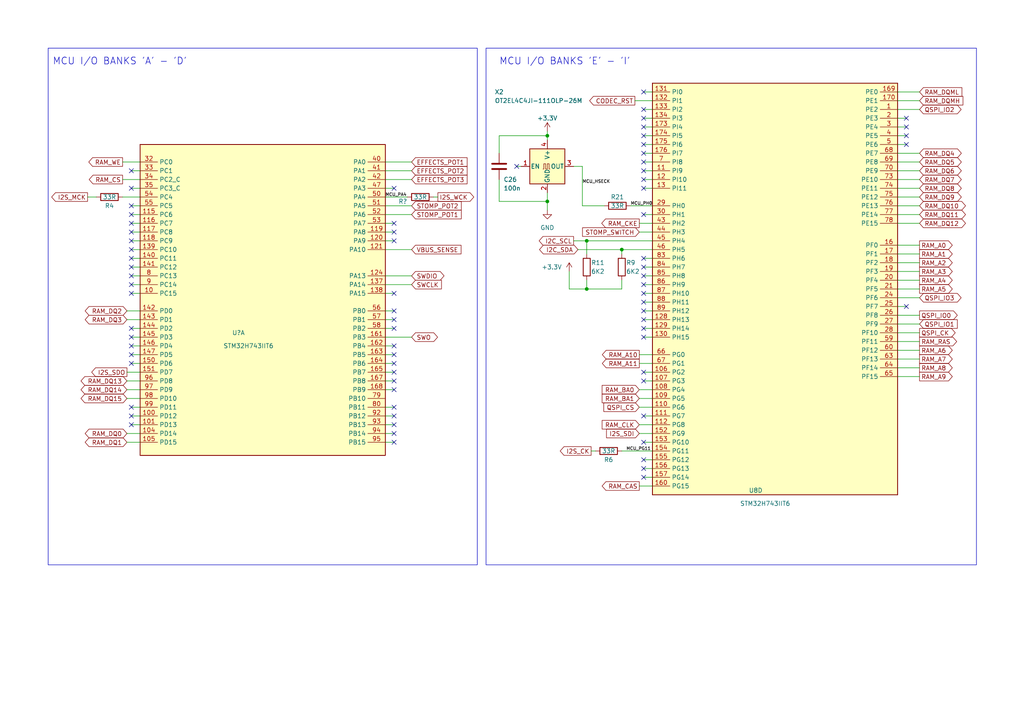
<source format=kicad_sch>
(kicad_sch (version 20230121) (generator eeschema)

  (uuid a09e1426-8b22-4f04-995f-86d382b28718)

  (paper "A4")

  (lib_symbols
    (symbol "+3.3V_1" (power) (pin_names (offset 0)) (in_bom yes) (on_board yes)
      (property "Reference" "#PWR" (at 0 -3.81 0)
        (effects (font (size 1.27 1.27)) hide)
      )
      (property "Value" "+3.3V_1" (at 0 3.556 0)
        (effects (font (size 1.27 1.27)))
      )
      (property "Footprint" "" (at 0 0 0)
        (effects (font (size 1.27 1.27)) hide)
      )
      (property "Datasheet" "" (at 0 0 0)
        (effects (font (size 1.27 1.27)) hide)
      )
      (property "ki_keywords" "global power" (at 0 0 0)
        (effects (font (size 1.27 1.27)) hide)
      )
      (property "ki_description" "Power symbol creates a global label with name \"+3.3V\"" (at 0 0 0)
        (effects (font (size 1.27 1.27)) hide)
      )
      (symbol "+3.3V_1_0_1"
        (polyline
          (pts
            (xy -0.762 1.27)
            (xy 0 2.54)
          )
          (stroke (width 0) (type default))
          (fill (type none))
        )
        (polyline
          (pts
            (xy 0 0)
            (xy 0 2.54)
          )
          (stroke (width 0) (type default))
          (fill (type none))
        )
        (polyline
          (pts
            (xy 0 2.54)
            (xy 0.762 1.27)
          )
          (stroke (width 0) (type default))
          (fill (type none))
        )
      )
      (symbol "+3.3V_1_1_1"
        (pin power_in line (at 0 0 90) (length 0) hide
          (name "+3.3V" (effects (font (size 1.27 1.27))))
          (number "1" (effects (font (size 1.27 1.27))))
        )
      )
    )
    (symbol "Device:C" (pin_numbers hide) (pin_names (offset 0.254)) (in_bom yes) (on_board yes)
      (property "Reference" "C" (at 0.635 2.54 0)
        (effects (font (size 1.27 1.27)) (justify left))
      )
      (property "Value" "C" (at 0.635 -2.54 0)
        (effects (font (size 1.27 1.27)) (justify left))
      )
      (property "Footprint" "" (at 0.9652 -3.81 0)
        (effects (font (size 1.27 1.27)) hide)
      )
      (property "Datasheet" "~" (at 0 0 0)
        (effects (font (size 1.27 1.27)) hide)
      )
      (property "ki_keywords" "cap capacitor" (at 0 0 0)
        (effects (font (size 1.27 1.27)) hide)
      )
      (property "ki_description" "Unpolarized capacitor" (at 0 0 0)
        (effects (font (size 1.27 1.27)) hide)
      )
      (property "ki_fp_filters" "C_*" (at 0 0 0)
        (effects (font (size 1.27 1.27)) hide)
      )
      (symbol "C_0_1"
        (polyline
          (pts
            (xy -2.032 -0.762)
            (xy 2.032 -0.762)
          )
          (stroke (width 0.508) (type default))
          (fill (type none))
        )
        (polyline
          (pts
            (xy -2.032 0.762)
            (xy 2.032 0.762)
          )
          (stroke (width 0.508) (type default))
          (fill (type none))
        )
      )
      (symbol "C_1_1"
        (pin passive line (at 0 3.81 270) (length 2.794)
          (name "~" (effects (font (size 1.27 1.27))))
          (number "1" (effects (font (size 1.27 1.27))))
        )
        (pin passive line (at 0 -3.81 90) (length 2.794)
          (name "~" (effects (font (size 1.27 1.27))))
          (number "2" (effects (font (size 1.27 1.27))))
        )
      )
    )
    (symbol "Device:R" (pin_numbers hide) (pin_names (offset 0)) (in_bom yes) (on_board yes)
      (property "Reference" "R" (at 2.032 0 90)
        (effects (font (size 1.27 1.27)))
      )
      (property "Value" "R" (at 0 0 90)
        (effects (font (size 1.27 1.27)))
      )
      (property "Footprint" "" (at -1.778 0 90)
        (effects (font (size 1.27 1.27)) hide)
      )
      (property "Datasheet" "~" (at 0 0 0)
        (effects (font (size 1.27 1.27)) hide)
      )
      (property "ki_keywords" "R res resistor" (at 0 0 0)
        (effects (font (size 1.27 1.27)) hide)
      )
      (property "ki_description" "Resistor" (at 0 0 0)
        (effects (font (size 1.27 1.27)) hide)
      )
      (property "ki_fp_filters" "R_*" (at 0 0 0)
        (effects (font (size 1.27 1.27)) hide)
      )
      (symbol "R_0_1"
        (rectangle (start -1.016 -2.54) (end 1.016 2.54)
          (stroke (width 0.254) (type default))
          (fill (type none))
        )
      )
      (symbol "R_1_1"
        (pin passive line (at 0 3.81 270) (length 1.27)
          (name "~" (effects (font (size 1.27 1.27))))
          (number "1" (effects (font (size 1.27 1.27))))
        )
        (pin passive line (at 0 -3.81 90) (length 1.27)
          (name "~" (effects (font (size 1.27 1.27))))
          (number "2" (effects (font (size 1.27 1.27))))
        )
      )
    )
    (symbol "Oscillator:XO53" (pin_names (offset 0.254)) (in_bom yes) (on_board yes)
      (property "Reference" "X" (at -5.08 6.35 0)
        (effects (font (size 1.27 1.27)) (justify left))
      )
      (property "Value" "XO53" (at 1.27 -6.35 0)
        (effects (font (size 1.27 1.27)) (justify left))
      )
      (property "Footprint" "Oscillator:Oscillator_SMD_EuroQuartz_XO53-4Pin_5.0x3.2mm" (at 17.78 -8.89 0)
        (effects (font (size 1.27 1.27)) hide)
      )
      (property "Datasheet" "http://cdn-reichelt.de/documents/datenblatt/B400/XO53.pdf" (at -2.54 0 0)
        (effects (font (size 1.27 1.27)) hide)
      )
      (property "ki_keywords" "Crystal Clock Oscillator" (at 0 0 0)
        (effects (font (size 1.27 1.27)) hide)
      )
      (property "ki_description" "Low Power Consumption Clock Oscillator" (at 0 0 0)
        (effects (font (size 1.27 1.27)) hide)
      )
      (property "ki_fp_filters" "Oscillator*SMD*EuroQuartz*XO53*5.0x3.2mm*" (at 0 0 0)
        (effects (font (size 1.27 1.27)) hide)
      )
      (symbol "XO53_0_1"
        (rectangle (start -5.08 5.08) (end 5.08 -5.08)
          (stroke (width 0.254) (type default))
          (fill (type background))
        )
        (polyline
          (pts
            (xy 0.762 -0.762)
            (xy 0.508 -0.762)
            (xy 0.508 0.762)
            (xy 0 0.762)
            (xy 0 -0.762)
            (xy -0.508 -0.762)
            (xy -0.508 0.762)
            (xy -1.016 0.762)
            (xy -1.016 -0.762)
            (xy -1.27 -0.762)
          )
          (stroke (width 0) (type default))
          (fill (type none))
        )
      )
      (symbol "XO53_1_1"
        (pin input line (at -7.62 0 0) (length 2.54)
          (name "EN" (effects (font (size 1.27 1.27))))
          (number "1" (effects (font (size 1.27 1.27))))
        )
        (pin power_in line (at 0 -7.62 90) (length 2.54)
          (name "GND" (effects (font (size 1.27 1.27))))
          (number "2" (effects (font (size 1.27 1.27))))
        )
        (pin output line (at 7.62 0 180) (length 2.54)
          (name "OUT" (effects (font (size 1.27 1.27))))
          (number "3" (effects (font (size 1.27 1.27))))
        )
        (pin power_in line (at 0 7.62 270) (length 2.54)
          (name "V+" (effects (font (size 1.27 1.27))))
          (number "4" (effects (font (size 1.27 1.27))))
        )
      )
    )
    (symbol "STM32H743IITx_2" (in_bom yes) (on_board yes)
      (property "Reference" "U7" (at -7.62 -8.89 0)
        (effects (font (size 1.27 1.27)) (justify left))
      )
      (property "Value" "STM32H743IIT6" (at -10.16 -12.7 0)
        (effects (font (size 1.27 1.27)) (justify left))
      )
      (property "Footprint" "Package_QFP:LQFP-176_24x24mm_P0.5mm" (at 50.8 -13.97 0)
        (effects (font (size 1.27 1.27)) (justify right) hide)
      )
      (property "Datasheet" "http://www.st.com/st-web-ui/static/active/en/resource/technical/document/datasheet/DM00387108.pdf" (at 0 0 0)
        (effects (font (size 1.27 1.27)) hide)
      )
      (property "ki_locked" "" (at 0 0 0)
        (effects (font (size 1.27 1.27)))
      )
      (property "ki_keywords" "ARM Cortex-M7 STM32H7 STM32H7x3" (at 0 0 0)
        (effects (font (size 1.27 1.27)) hide)
      )
      (property "ki_description" "ARM Cortex-M7 MCU, 2048KB flash, 864KB RAM, 400MHz, 1.7-3.6V, 140 GPIO, LQFP-176" (at 0 0 0)
        (effects (font (size 1.27 1.27)) hide)
      )
      (property "ki_fp_filters" "LQFP*24x24mm*P0.5mm*" (at 0 0 0)
        (effects (font (size 1.27 1.27)) hide)
      )
      (symbol "STM32H743IITx_2_1_1"
        (rectangle (start -34.29 45.72) (end 36.83 -44.45)
          (stroke (width 0.254) (type default))
          (fill (type background))
        )
        (pin bidirectional line (at -34.29 2.54 0) (length 5.08)
          (name "PC15" (effects (font (size 1.27 1.27))))
          (number "10" (effects (font (size 1.27 1.27))))
        )
        (pin bidirectional line (at -34.29 -33.02 0) (length 5.08)
          (name "PD12" (effects (font (size 1.27 1.27))))
          (number "100" (effects (font (size 1.27 1.27))))
        )
        (pin bidirectional line (at -34.29 -35.56 0) (length 5.08)
          (name "PD13" (effects (font (size 1.27 1.27))))
          (number "101" (effects (font (size 1.27 1.27))))
        )
        (pin bidirectional line (at -34.29 -38.1 0) (length 5.08)
          (name "PD14" (effects (font (size 1.27 1.27))))
          (number "104" (effects (font (size 1.27 1.27))))
        )
        (pin bidirectional line (at -34.29 -40.64 0) (length 5.08)
          (name "PD15" (effects (font (size 1.27 1.27))))
          (number "105" (effects (font (size 1.27 1.27))))
        )
        (pin bidirectional line (at -34.29 25.4 0) (length 5.08)
          (name "PC6" (effects (font (size 1.27 1.27))))
          (number "115" (effects (font (size 1.27 1.27))))
        )
        (pin bidirectional line (at -34.29 22.86 0) (length 5.08)
          (name "PC7" (effects (font (size 1.27 1.27))))
          (number "116" (effects (font (size 1.27 1.27))))
        )
        (pin bidirectional line (at -34.29 20.32 0) (length 5.08)
          (name "PC8" (effects (font (size 1.27 1.27))))
          (number "117" (effects (font (size 1.27 1.27))))
        )
        (pin bidirectional line (at -34.29 17.78 0) (length 5.08)
          (name "PC9" (effects (font (size 1.27 1.27))))
          (number "118" (effects (font (size 1.27 1.27))))
        )
        (pin bidirectional line (at 36.83 20.32 180) (length 5.08)
          (name "PA8" (effects (font (size 1.27 1.27))))
          (number "119" (effects (font (size 1.27 1.27))))
        )
        (pin bidirectional line (at 36.83 17.78 180) (length 5.08)
          (name "PA9" (effects (font (size 1.27 1.27))))
          (number "120" (effects (font (size 1.27 1.27))))
        )
        (pin bidirectional line (at 36.83 15.24 180) (length 5.08)
          (name "PA10" (effects (font (size 1.27 1.27))))
          (number "121" (effects (font (size 1.27 1.27))))
        )
        (pin bidirectional line (at 36.83 7.62 180) (length 5.08)
          (name "PA13" (effects (font (size 1.27 1.27))))
          (number "124" (effects (font (size 1.27 1.27))))
        )
        (pin bidirectional line (at 36.83 5.08 180) (length 5.08)
          (name "PA14" (effects (font (size 1.27 1.27))))
          (number "137" (effects (font (size 1.27 1.27))))
        )
        (pin bidirectional line (at 36.83 2.54 180) (length 5.08)
          (name "PA15" (effects (font (size 1.27 1.27))))
          (number "138" (effects (font (size 1.27 1.27))))
        )
        (pin bidirectional line (at -34.29 15.24 0) (length 5.08)
          (name "PC10" (effects (font (size 1.27 1.27))))
          (number "139" (effects (font (size 1.27 1.27))))
        )
        (pin bidirectional line (at -34.29 12.7 0) (length 5.08)
          (name "PC11" (effects (font (size 1.27 1.27))))
          (number "140" (effects (font (size 1.27 1.27))))
        )
        (pin bidirectional line (at -34.29 10.16 0) (length 5.08)
          (name "PC12" (effects (font (size 1.27 1.27))))
          (number "141" (effects (font (size 1.27 1.27))))
        )
        (pin bidirectional line (at -34.29 -2.54 0) (length 5.08)
          (name "PD0" (effects (font (size 1.27 1.27))))
          (number "142" (effects (font (size 1.27 1.27))))
        )
        (pin bidirectional line (at -34.29 -5.08 0) (length 5.08)
          (name "PD1" (effects (font (size 1.27 1.27))))
          (number "143" (effects (font (size 1.27 1.27))))
        )
        (pin bidirectional line (at -34.29 -7.62 0) (length 5.08)
          (name "PD2" (effects (font (size 1.27 1.27))))
          (number "144" (effects (font (size 1.27 1.27))))
        )
        (pin bidirectional line (at -34.29 -10.16 0) (length 5.08)
          (name "PD3" (effects (font (size 1.27 1.27))))
          (number "145" (effects (font (size 1.27 1.27))))
        )
        (pin bidirectional line (at -34.29 -12.7 0) (length 5.08)
          (name "PD4" (effects (font (size 1.27 1.27))))
          (number "146" (effects (font (size 1.27 1.27))))
        )
        (pin bidirectional line (at -34.29 -15.24 0) (length 5.08)
          (name "PD5" (effects (font (size 1.27 1.27))))
          (number "147" (effects (font (size 1.27 1.27))))
        )
        (pin bidirectional line (at -34.29 -17.78 0) (length 5.08)
          (name "PD6" (effects (font (size 1.27 1.27))))
          (number "150" (effects (font (size 1.27 1.27))))
        )
        (pin bidirectional line (at -34.29 -20.32 0) (length 5.08)
          (name "PD7" (effects (font (size 1.27 1.27))))
          (number "151" (effects (font (size 1.27 1.27))))
        )
        (pin bidirectional line (at 36.83 -10.16 180) (length 5.08)
          (name "PB3" (effects (font (size 1.27 1.27))))
          (number "161" (effects (font (size 1.27 1.27))))
        )
        (pin bidirectional line (at 36.83 -12.7 180) (length 5.08)
          (name "PB4" (effects (font (size 1.27 1.27))))
          (number "162" (effects (font (size 1.27 1.27))))
        )
        (pin bidirectional line (at 36.83 -15.24 180) (length 5.08)
          (name "PB5" (effects (font (size 1.27 1.27))))
          (number "163" (effects (font (size 1.27 1.27))))
        )
        (pin bidirectional line (at 36.83 -17.78 180) (length 5.08)
          (name "PB6" (effects (font (size 1.27 1.27))))
          (number "164" (effects (font (size 1.27 1.27))))
        )
        (pin bidirectional line (at 36.83 -20.32 180) (length 5.08)
          (name "PB7" (effects (font (size 1.27 1.27))))
          (number "165" (effects (font (size 1.27 1.27))))
        )
        (pin bidirectional line (at 36.83 -22.86 180) (length 5.08)
          (name "PB8" (effects (font (size 1.27 1.27))))
          (number "167" (effects (font (size 1.27 1.27))))
        )
        (pin bidirectional line (at 36.83 -25.4 180) (length 5.08)
          (name "PB9" (effects (font (size 1.27 1.27))))
          (number "168" (effects (font (size 1.27 1.27))))
        )
        (pin bidirectional line (at -34.29 40.64 0) (length 5.08)
          (name "PC0" (effects (font (size 1.27 1.27))))
          (number "32" (effects (font (size 1.27 1.27))))
        )
        (pin bidirectional line (at -34.29 38.1 0) (length 5.08)
          (name "PC1" (effects (font (size 1.27 1.27))))
          (number "33" (effects (font (size 1.27 1.27))))
        )
        (pin bidirectional line (at -34.29 35.56 0) (length 5.08)
          (name "PC2_C" (effects (font (size 1.27 1.27))))
          (number "34" (effects (font (size 1.27 1.27))))
        )
        (pin bidirectional line (at -34.29 33.02 0) (length 5.08)
          (name "PC3_C" (effects (font (size 1.27 1.27))))
          (number "35" (effects (font (size 1.27 1.27))))
        )
        (pin bidirectional line (at 36.83 40.64 180) (length 5.08)
          (name "PA0" (effects (font (size 1.27 1.27))))
          (number "40" (effects (font (size 1.27 1.27))))
        )
        (pin bidirectional line (at 36.83 38.1 180) (length 5.08)
          (name "PA1" (effects (font (size 1.27 1.27))))
          (number "41" (effects (font (size 1.27 1.27))))
        )
        (pin bidirectional line (at 36.83 35.56 180) (length 5.08)
          (name "PA2" (effects (font (size 1.27 1.27))))
          (number "42" (effects (font (size 1.27 1.27))))
        )
        (pin bidirectional line (at 36.83 33.02 180) (length 5.08)
          (name "PA3" (effects (font (size 1.27 1.27))))
          (number "47" (effects (font (size 1.27 1.27))))
        )
        (pin bidirectional line (at 36.83 30.48 180) (length 5.08)
          (name "PA4" (effects (font (size 1.27 1.27))))
          (number "50" (effects (font (size 1.27 1.27))))
        )
        (pin bidirectional line (at 36.83 27.94 180) (length 5.08)
          (name "PA5" (effects (font (size 1.27 1.27))))
          (number "51" (effects (font (size 1.27 1.27))))
        )
        (pin bidirectional line (at 36.83 25.4 180) (length 5.08)
          (name "PA6" (effects (font (size 1.27 1.27))))
          (number "52" (effects (font (size 1.27 1.27))))
        )
        (pin bidirectional line (at 36.83 22.86 180) (length 5.08)
          (name "PA7" (effects (font (size 1.27 1.27))))
          (number "53" (effects (font (size 1.27 1.27))))
        )
        (pin bidirectional line (at -34.29 30.48 0) (length 5.08)
          (name "PC4" (effects (font (size 1.27 1.27))))
          (number "54" (effects (font (size 1.27 1.27))))
        )
        (pin bidirectional line (at -34.29 27.94 0) (length 5.08)
          (name "PC5" (effects (font (size 1.27 1.27))))
          (number "55" (effects (font (size 1.27 1.27))))
        )
        (pin bidirectional line (at 36.83 -2.54 180) (length 5.08)
          (name "PB0" (effects (font (size 1.27 1.27))))
          (number "56" (effects (font (size 1.27 1.27))))
        )
        (pin bidirectional line (at 36.83 -5.08 180) (length 5.08)
          (name "PB1" (effects (font (size 1.27 1.27))))
          (number "57" (effects (font (size 1.27 1.27))))
        )
        (pin bidirectional line (at 36.83 -7.62 180) (length 5.08)
          (name "PB2" (effects (font (size 1.27 1.27))))
          (number "58" (effects (font (size 1.27 1.27))))
        )
        (pin bidirectional line (at 36.83 -27.94 180) (length 5.08)
          (name "PB10" (effects (font (size 1.27 1.27))))
          (number "79" (effects (font (size 1.27 1.27))))
        )
        (pin bidirectional line (at -34.29 7.62 0) (length 5.08)
          (name "PC13" (effects (font (size 1.27 1.27))))
          (number "8" (effects (font (size 1.27 1.27))))
        )
        (pin bidirectional line (at 36.83 -30.48 180) (length 5.08)
          (name "PB11" (effects (font (size 1.27 1.27))))
          (number "80" (effects (font (size 1.27 1.27))))
        )
        (pin bidirectional line (at -34.29 5.08 0) (length 5.08)
          (name "PC14" (effects (font (size 1.27 1.27))))
          (number "9" (effects (font (size 1.27 1.27))))
        )
        (pin bidirectional line (at 36.83 -33.02 180) (length 5.08)
          (name "PB12" (effects (font (size 1.27 1.27))))
          (number "92" (effects (font (size 1.27 1.27))))
        )
        (pin bidirectional line (at 36.83 -35.56 180) (length 5.08)
          (name "PB13" (effects (font (size 1.27 1.27))))
          (number "93" (effects (font (size 1.27 1.27))))
        )
        (pin bidirectional line (at 36.83 -38.1 180) (length 5.08)
          (name "PB14" (effects (font (size 1.27 1.27))))
          (number "94" (effects (font (size 1.27 1.27))))
        )
        (pin bidirectional line (at 36.83 -40.64 180) (length 5.08)
          (name "PB15" (effects (font (size 1.27 1.27))))
          (number "95" (effects (font (size 1.27 1.27))))
        )
        (pin bidirectional line (at -34.29 -22.86 0) (length 5.08)
          (name "PD8" (effects (font (size 1.27 1.27))))
          (number "96" (effects (font (size 1.27 1.27))))
        )
        (pin bidirectional line (at -34.29 -25.4 0) (length 5.08)
          (name "PD9" (effects (font (size 1.27 1.27))))
          (number "97" (effects (font (size 1.27 1.27))))
        )
        (pin bidirectional line (at -34.29 -27.94 0) (length 5.08)
          (name "PD10" (effects (font (size 1.27 1.27))))
          (number "98" (effects (font (size 1.27 1.27))))
        )
        (pin bidirectional line (at -34.29 -30.48 0) (length 5.08)
          (name "PD11" (effects (font (size 1.27 1.27))))
          (number "99" (effects (font (size 1.27 1.27))))
        )
      )
      (symbol "STM32H743IITx_2_2_1"
        (rectangle (start -27.94 24.13) (end 29.21 -25.4)
          (stroke (width 0.254) (type default))
          (fill (type background))
        )
        (pin power_in line (at 1.27 -25.4 90) (length 5.08)
          (name "VSS" (effects (font (size 1.27 1.27))))
          (number "102" (effects (font (size 1.27 1.27))))
        )
        (pin power_in line (at 2.54 24.13 270) (length 5.08)
          (name "VDD" (effects (font (size 1.27 1.27))))
          (number "103" (effects (font (size 1.27 1.27))))
        )
        (pin power_in line (at 3.81 -25.4 90) (length 5.08)
          (name "VSS" (effects (font (size 1.27 1.27))))
          (number "113" (effects (font (size 1.27 1.27))))
        )
        (pin power_in line (at 17.78 24.13 270) (length 5.08)
          (name "VDD33_USB" (effects (font (size 1.27 1.27))))
          (number "114" (effects (font (size 1.27 1.27))))
        )
        (pin power_in line (at -27.94 -1.27 0) (length 5.08)
          (name "VCAP2" (effects (font (size 1.27 1.27))))
          (number "125" (effects (font (size 1.27 1.27))))
        )
        (pin power_in line (at 6.35 -25.4 90) (length 5.08)
          (name "VSS" (effects (font (size 1.27 1.27))))
          (number "126" (effects (font (size 1.27 1.27))))
        )
        (pin power_in line (at 5.08 24.13 270) (length 5.08)
          (name "VDD" (effects (font (size 1.27 1.27))))
          (number "127" (effects (font (size 1.27 1.27))))
        )
        (pin power_in line (at 8.89 -25.4 90) (length 5.08)
          (name "VSS" (effects (font (size 1.27 1.27))))
          (number "135" (effects (font (size 1.27 1.27))))
        )
        (pin power_in line (at 7.62 24.13 270) (length 5.08)
          (name "VDD" (effects (font (size 1.27 1.27))))
          (number "136" (effects (font (size 1.27 1.27))))
        )
        (pin power_in line (at -13.97 -25.4 90) (length 5.08)
          (name "VSS" (effects (font (size 1.27 1.27))))
          (number "14" (effects (font (size 1.27 1.27))))
        )
        (pin power_in line (at 11.43 -25.4 90) (length 5.08)
          (name "VSS" (effects (font (size 1.27 1.27))))
          (number "148" (effects (font (size 1.27 1.27))))
        )
        (pin power_in line (at 10.16 24.13 270) (length 5.08)
          (name "VDD" (effects (font (size 1.27 1.27))))
          (number "149" (effects (font (size 1.27 1.27))))
        )
        (pin power_in line (at -17.78 24.13 270) (length 5.08)
          (name "VDD" (effects (font (size 1.27 1.27))))
          (number "15" (effects (font (size 1.27 1.27))))
        )
        (pin power_in line (at 13.97 -25.4 90) (length 5.08)
          (name "VSS" (effects (font (size 1.27 1.27))))
          (number "158" (effects (font (size 1.27 1.27))))
        )
        (pin power_in line (at 12.7 24.13 270) (length 5.08)
          (name "VDD" (effects (font (size 1.27 1.27))))
          (number "159" (effects (font (size 1.27 1.27))))
        )
        (pin input line (at -27.94 8.89 0) (length 5.08)
          (name "PDR_ON" (effects (font (size 1.27 1.27))))
          (number "171" (effects (font (size 1.27 1.27))))
        )
        (pin power_in line (at 15.24 24.13 270) (length 5.08)
          (name "VDD" (effects (font (size 1.27 1.27))))
          (number "172" (effects (font (size 1.27 1.27))))
        )
        (pin power_in line (at -11.43 -25.4 90) (length 5.08)
          (name "VSS" (effects (font (size 1.27 1.27))))
          (number "22" (effects (font (size 1.27 1.27))))
        )
        (pin power_in line (at -15.24 24.13 270) (length 5.08)
          (name "VDD" (effects (font (size 1.27 1.27))))
          (number "23" (effects (font (size 1.27 1.27))))
        )
        (pin power_in line (at -12.7 24.13 270) (length 5.08)
          (name "VDD" (effects (font (size 1.27 1.27))))
          (number "36" (effects (font (size 1.27 1.27))))
        )
        (pin power_in line (at 16.51 -25.4 90) (length 5.08)
          (name "VSSA" (effects (font (size 1.27 1.27))))
          (number "37" (effects (font (size 1.27 1.27))))
        )
        (pin bidirectional line (at -27.94 -3.81 0) (length 5.08)
          (name "VREF+" (effects (font (size 1.27 1.27))))
          (number "38" (effects (font (size 1.27 1.27))))
        )
        (pin power_in line (at 20.32 24.13 270) (length 5.08)
          (name "VDDA" (effects (font (size 1.27 1.27))))
          (number "39" (effects (font (size 1.27 1.27))))
        )
        (pin power_in line (at -8.89 -25.4 90) (length 5.08)
          (name "VSS" (effects (font (size 1.27 1.27))))
          (number "48" (effects (font (size 1.27 1.27))))
        )
        (pin power_in line (at -10.16 24.13 270) (length 5.08)
          (name "VDD" (effects (font (size 1.27 1.27))))
          (number "49" (effects (font (size 1.27 1.27))))
        )
        (pin power_in line (at -20.32 24.13 270) (length 5.08)
          (name "VBAT" (effects (font (size 1.27 1.27))))
          (number "6" (effects (font (size 1.27 1.27))))
        )
        (pin power_in line (at -6.35 -25.4 90) (length 5.08)
          (name "VSS" (effects (font (size 1.27 1.27))))
          (number "61" (effects (font (size 1.27 1.27))))
        )
        (pin power_in line (at -7.62 24.13 270) (length 5.08)
          (name "VDD" (effects (font (size 1.27 1.27))))
          (number "62" (effects (font (size 1.27 1.27))))
        )
        (pin power_in line (at -3.81 -25.4 90) (length 5.08)
          (name "VSS" (effects (font (size 1.27 1.27))))
          (number "71" (effects (font (size 1.27 1.27))))
        )
        (pin power_in line (at -5.08 24.13 270) (length 5.08)
          (name "VDD" (effects (font (size 1.27 1.27))))
          (number "72" (effects (font (size 1.27 1.27))))
        )
        (pin power_in line (at -27.94 1.27 0) (length 5.08)
          (name "VCAP1" (effects (font (size 1.27 1.27))))
          (number "81" (effects (font (size 1.27 1.27))))
        )
        (pin power_in line (at -2.54 24.13 270) (length 5.08)
          (name "VDD" (effects (font (size 1.27 1.27))))
          (number "82" (effects (font (size 1.27 1.27))))
        )
        (pin power_in line (at -1.27 -25.4 90) (length 5.08)
          (name "VSS" (effects (font (size 1.27 1.27))))
          (number "90" (effects (font (size 1.27 1.27))))
        )
        (pin power_in line (at 0 24.13 270) (length 5.08)
          (name "VDD" (effects (font (size 1.27 1.27))))
          (number "91" (effects (font (size 1.27 1.27))))
        )
      )
      (symbol "STM32H743IITx_2_3_1"
        (rectangle (start -7.62 6.35) (end 6.35 -6.35)
          (stroke (width 0.254) (type default))
          (fill (type background))
        )
        (pin bidirectional line (at 11.43 1.27 180) (length 5.08)
          (name "PA11" (effects (font (size 1.27 1.27))))
          (number "122" (effects (font (size 1.27 1.27))))
        )
        (pin bidirectional line (at 11.43 -1.27 180) (length 5.08)
          (name "PA12" (effects (font (size 1.27 1.27))))
          (number "123" (effects (font (size 1.27 1.27))))
        )
        (pin input line (at -12.7 -3.81 0) (length 5.08)
          (name "BOOT0" (effects (font (size 1.27 1.27))))
          (number "166" (effects (font (size 1.27 1.27))))
        )
        (pin input line (at -12.7 3.81 0) (length 5.08)
          (name "NRST" (effects (font (size 1.27 1.27))))
          (number "31" (effects (font (size 1.27 1.27))))
        )
      )
      (symbol "STM32H743IITx_2_4_1"
        (rectangle (start -35.56 109.22) (end 35.56 -10.16)
          (stroke (width 0.254) (type default))
          (fill (type background))
        )
        (pin bidirectional line (at 35.56 101.6 180) (length 5.08)
          (name "PE2" (effects (font (size 1.27 1.27))))
          (number "1" (effects (font (size 1.27 1.27))))
        )
        (pin bidirectional line (at -35.56 25.4 0) (length 5.08)
          (name "PG2" (effects (font (size 1.27 1.27))))
          (number "106" (effects (font (size 1.27 1.27))))
        )
        (pin bidirectional line (at -35.56 22.86 0) (length 5.08)
          (name "PG3" (effects (font (size 1.27 1.27))))
          (number "107" (effects (font (size 1.27 1.27))))
        )
        (pin bidirectional line (at -35.56 20.32 0) (length 5.08)
          (name "PG4" (effects (font (size 1.27 1.27))))
          (number "108" (effects (font (size 1.27 1.27))))
        )
        (pin bidirectional line (at -35.56 17.78 0) (length 5.08)
          (name "PG5" (effects (font (size 1.27 1.27))))
          (number "109" (effects (font (size 1.27 1.27))))
        )
        (pin bidirectional line (at -35.56 83.82 0) (length 5.08)
          (name "PI9" (effects (font (size 1.27 1.27))))
          (number "11" (effects (font (size 1.27 1.27))))
        )
        (pin bidirectional line (at -35.56 15.24 0) (length 5.08)
          (name "PG6" (effects (font (size 1.27 1.27))))
          (number "110" (effects (font (size 1.27 1.27))))
        )
        (pin bidirectional line (at -35.56 12.7 0) (length 5.08)
          (name "PG7" (effects (font (size 1.27 1.27))))
          (number "111" (effects (font (size 1.27 1.27))))
        )
        (pin bidirectional line (at -35.56 10.16 0) (length 5.08)
          (name "PG8" (effects (font (size 1.27 1.27))))
          (number "112" (effects (font (size 1.27 1.27))))
        )
        (pin bidirectional line (at -35.56 81.28 0) (length 5.08)
          (name "PI10" (effects (font (size 1.27 1.27))))
          (number "12" (effects (font (size 1.27 1.27))))
        )
        (pin bidirectional line (at -35.56 40.64 0) (length 5.08)
          (name "PH13" (effects (font (size 1.27 1.27))))
          (number "128" (effects (font (size 1.27 1.27))))
        )
        (pin bidirectional line (at -35.56 38.1 0) (length 5.08)
          (name "PH14" (effects (font (size 1.27 1.27))))
          (number "129" (effects (font (size 1.27 1.27))))
        )
        (pin bidirectional line (at -35.56 78.74 0) (length 5.08)
          (name "PI11" (effects (font (size 1.27 1.27))))
          (number "13" (effects (font (size 1.27 1.27))))
        )
        (pin bidirectional line (at -35.56 35.56 0) (length 5.08)
          (name "PH15" (effects (font (size 1.27 1.27))))
          (number "130" (effects (font (size 1.27 1.27))))
        )
        (pin bidirectional line (at -35.56 106.68 0) (length 5.08)
          (name "PI0" (effects (font (size 1.27 1.27))))
          (number "131" (effects (font (size 1.27 1.27))))
        )
        (pin bidirectional line (at -35.56 104.14 0) (length 5.08)
          (name "PI1" (effects (font (size 1.27 1.27))))
          (number "132" (effects (font (size 1.27 1.27))))
        )
        (pin bidirectional line (at -35.56 101.6 0) (length 5.08)
          (name "PI2" (effects (font (size 1.27 1.27))))
          (number "133" (effects (font (size 1.27 1.27))))
        )
        (pin bidirectional line (at -35.56 99.06 0) (length 5.08)
          (name "PI3" (effects (font (size 1.27 1.27))))
          (number "134" (effects (font (size 1.27 1.27))))
        )
        (pin bidirectional line (at -35.56 7.62 0) (length 5.08)
          (name "PG9" (effects (font (size 1.27 1.27))))
          (number "152" (effects (font (size 1.27 1.27))))
        )
        (pin bidirectional line (at -35.56 5.08 0) (length 5.08)
          (name "PG10" (effects (font (size 1.27 1.27))))
          (number "153" (effects (font (size 1.27 1.27))))
        )
        (pin bidirectional line (at -35.56 2.54 0) (length 5.08)
          (name "PG11" (effects (font (size 1.27 1.27))))
          (number "154" (effects (font (size 1.27 1.27))))
        )
        (pin bidirectional line (at -35.56 0 0) (length 5.08)
          (name "PG12" (effects (font (size 1.27 1.27))))
          (number "155" (effects (font (size 1.27 1.27))))
        )
        (pin bidirectional line (at -35.56 -2.54 0) (length 5.08)
          (name "PG13" (effects (font (size 1.27 1.27))))
          (number "156" (effects (font (size 1.27 1.27))))
        )
        (pin bidirectional line (at -35.56 -5.08 0) (length 5.08)
          (name "PG14" (effects (font (size 1.27 1.27))))
          (number "157" (effects (font (size 1.27 1.27))))
        )
        (pin bidirectional line (at 35.56 62.23 180) (length 5.08)
          (name "PF0" (effects (font (size 1.27 1.27))))
          (number "16" (effects (font (size 1.27 1.27))))
        )
        (pin bidirectional line (at -35.56 -7.62 0) (length 5.08)
          (name "PG15" (effects (font (size 1.27 1.27))))
          (number "160" (effects (font (size 1.27 1.27))))
        )
        (pin bidirectional line (at 35.56 106.68 180) (length 5.08)
          (name "PE0" (effects (font (size 1.27 1.27))))
          (number "169" (effects (font (size 1.27 1.27))))
        )
        (pin bidirectional line (at 35.56 59.69 180) (length 5.08)
          (name "PF1" (effects (font (size 1.27 1.27))))
          (number "17" (effects (font (size 1.27 1.27))))
        )
        (pin bidirectional line (at 35.56 104.14 180) (length 5.08)
          (name "PE1" (effects (font (size 1.27 1.27))))
          (number "170" (effects (font (size 1.27 1.27))))
        )
        (pin bidirectional line (at -35.56 96.52 0) (length 5.08)
          (name "PI4" (effects (font (size 1.27 1.27))))
          (number "173" (effects (font (size 1.27 1.27))))
        )
        (pin bidirectional line (at -35.56 93.98 0) (length 5.08)
          (name "PI5" (effects (font (size 1.27 1.27))))
          (number "174" (effects (font (size 1.27 1.27))))
        )
        (pin bidirectional line (at -35.56 91.44 0) (length 5.08)
          (name "PI6" (effects (font (size 1.27 1.27))))
          (number "175" (effects (font (size 1.27 1.27))))
        )
        (pin bidirectional line (at -35.56 88.9 0) (length 5.08)
          (name "PI7" (effects (font (size 1.27 1.27))))
          (number "176" (effects (font (size 1.27 1.27))))
        )
        (pin bidirectional line (at 35.56 57.15 180) (length 5.08)
          (name "PF2" (effects (font (size 1.27 1.27))))
          (number "18" (effects (font (size 1.27 1.27))))
        )
        (pin bidirectional line (at 35.56 54.61 180) (length 5.08)
          (name "PF3" (effects (font (size 1.27 1.27))))
          (number "19" (effects (font (size 1.27 1.27))))
        )
        (pin bidirectional line (at 35.56 99.06 180) (length 5.08)
          (name "PE3" (effects (font (size 1.27 1.27))))
          (number "2" (effects (font (size 1.27 1.27))))
        )
        (pin bidirectional line (at 35.56 52.07 180) (length 5.08)
          (name "PF4" (effects (font (size 1.27 1.27))))
          (number "20" (effects (font (size 1.27 1.27))))
        )
        (pin bidirectional line (at 35.56 49.53 180) (length 5.08)
          (name "PF5" (effects (font (size 1.27 1.27))))
          (number "21" (effects (font (size 1.27 1.27))))
        )
        (pin bidirectional line (at 35.56 46.99 180) (length 5.08)
          (name "PF6" (effects (font (size 1.27 1.27))))
          (number "24" (effects (font (size 1.27 1.27))))
        )
        (pin bidirectional line (at 35.56 44.45 180) (length 5.08)
          (name "PF7" (effects (font (size 1.27 1.27))))
          (number "25" (effects (font (size 1.27 1.27))))
        )
        (pin bidirectional line (at 35.56 41.91 180) (length 5.08)
          (name "PF8" (effects (font (size 1.27 1.27))))
          (number "26" (effects (font (size 1.27 1.27))))
        )
        (pin bidirectional line (at 35.56 39.37 180) (length 5.08)
          (name "PF9" (effects (font (size 1.27 1.27))))
          (number "27" (effects (font (size 1.27 1.27))))
        )
        (pin bidirectional line (at 35.56 36.83 180) (length 5.08)
          (name "PF10" (effects (font (size 1.27 1.27))))
          (number "28" (effects (font (size 1.27 1.27))))
        )
        (pin input line (at -35.56 73.66 0) (length 5.08)
          (name "PH0" (effects (font (size 1.27 1.27))))
          (number "29" (effects (font (size 1.27 1.27))))
        )
        (pin bidirectional line (at 35.56 96.52 180) (length 5.08)
          (name "PE4" (effects (font (size 1.27 1.27))))
          (number "3" (effects (font (size 1.27 1.27))))
        )
        (pin input line (at -35.56 71.12 0) (length 5.08)
          (name "PH1" (effects (font (size 1.27 1.27))))
          (number "30" (effects (font (size 1.27 1.27))))
        )
        (pin bidirectional line (at 35.56 93.98 180) (length 5.08)
          (name "PE5" (effects (font (size 1.27 1.27))))
          (number "4" (effects (font (size 1.27 1.27))))
        )
        (pin bidirectional line (at -35.56 68.58 0) (length 5.08)
          (name "PH2" (effects (font (size 1.27 1.27))))
          (number "43" (effects (font (size 1.27 1.27))))
        )
        (pin bidirectional line (at -35.56 66.04 0) (length 5.08)
          (name "PH3" (effects (font (size 1.27 1.27))))
          (number "44" (effects (font (size 1.27 1.27))))
        )
        (pin bidirectional line (at -35.56 63.5 0) (length 5.08)
          (name "PH4" (effects (font (size 1.27 1.27))))
          (number "45" (effects (font (size 1.27 1.27))))
        )
        (pin bidirectional line (at -35.56 60.96 0) (length 5.08)
          (name "PH5" (effects (font (size 1.27 1.27))))
          (number "46" (effects (font (size 1.27 1.27))))
        )
        (pin bidirectional line (at 35.56 91.44 180) (length 5.08)
          (name "PE6" (effects (font (size 1.27 1.27))))
          (number "5" (effects (font (size 1.27 1.27))))
        )
        (pin bidirectional line (at 35.56 34.29 180) (length 5.08)
          (name "PF11" (effects (font (size 1.27 1.27))))
          (number "59" (effects (font (size 1.27 1.27))))
        )
        (pin bidirectional line (at 35.56 31.75 180) (length 5.08)
          (name "PF12" (effects (font (size 1.27 1.27))))
          (number "60" (effects (font (size 1.27 1.27))))
        )
        (pin bidirectional line (at 35.56 29.21 180) (length 5.08)
          (name "PF13" (effects (font (size 1.27 1.27))))
          (number "63" (effects (font (size 1.27 1.27))))
        )
        (pin bidirectional line (at 35.56 26.67 180) (length 5.08)
          (name "PF14" (effects (font (size 1.27 1.27))))
          (number "64" (effects (font (size 1.27 1.27))))
        )
        (pin bidirectional line (at 35.56 24.13 180) (length 5.08)
          (name "PF15" (effects (font (size 1.27 1.27))))
          (number "65" (effects (font (size 1.27 1.27))))
        )
        (pin bidirectional line (at -35.56 30.48 0) (length 5.08)
          (name "PG0" (effects (font (size 1.27 1.27))))
          (number "66" (effects (font (size 1.27 1.27))))
        )
        (pin bidirectional line (at -35.56 27.94 0) (length 5.08)
          (name "PG1" (effects (font (size 1.27 1.27))))
          (number "67" (effects (font (size 1.27 1.27))))
        )
        (pin bidirectional line (at 35.56 88.9 180) (length 5.08)
          (name "PE7" (effects (font (size 1.27 1.27))))
          (number "68" (effects (font (size 1.27 1.27))))
        )
        (pin bidirectional line (at 35.56 86.36 180) (length 5.08)
          (name "PE8" (effects (font (size 1.27 1.27))))
          (number "69" (effects (font (size 1.27 1.27))))
        )
        (pin bidirectional line (at -35.56 86.36 0) (length 5.08)
          (name "PI8" (effects (font (size 1.27 1.27))))
          (number "7" (effects (font (size 1.27 1.27))))
        )
        (pin bidirectional line (at 35.56 83.82 180) (length 5.08)
          (name "PE9" (effects (font (size 1.27 1.27))))
          (number "70" (effects (font (size 1.27 1.27))))
        )
        (pin bidirectional line (at 35.56 81.28 180) (length 5.08)
          (name "PE10" (effects (font (size 1.27 1.27))))
          (number "73" (effects (font (size 1.27 1.27))))
        )
        (pin bidirectional line (at 35.56 78.74 180) (length 5.08)
          (name "PE11" (effects (font (size 1.27 1.27))))
          (number "74" (effects (font (size 1.27 1.27))))
        )
        (pin bidirectional line (at 35.56 76.2 180) (length 5.08)
          (name "PE12" (effects (font (size 1.27 1.27))))
          (number "75" (effects (font (size 1.27 1.27))))
        )
        (pin bidirectional line (at 35.56 73.66 180) (length 5.08)
          (name "PE13" (effects (font (size 1.27 1.27))))
          (number "76" (effects (font (size 1.27 1.27))))
        )
        (pin bidirectional line (at 35.56 71.12 180) (length 5.08)
          (name "PE14" (effects (font (size 1.27 1.27))))
          (number "77" (effects (font (size 1.27 1.27))))
        )
        (pin bidirectional line (at 35.56 68.58 180) (length 5.08)
          (name "PE15" (effects (font (size 1.27 1.27))))
          (number "78" (effects (font (size 1.27 1.27))))
        )
        (pin bidirectional line (at -35.56 58.42 0) (length 5.08)
          (name "PH6" (effects (font (size 1.27 1.27))))
          (number "83" (effects (font (size 1.27 1.27))))
        )
        (pin bidirectional line (at -35.56 55.88 0) (length 5.08)
          (name "PH7" (effects (font (size 1.27 1.27))))
          (number "84" (effects (font (size 1.27 1.27))))
        )
        (pin bidirectional line (at -35.56 53.34 0) (length 5.08)
          (name "PH8" (effects (font (size 1.27 1.27))))
          (number "85" (effects (font (size 1.27 1.27))))
        )
        (pin bidirectional line (at -35.56 50.8 0) (length 5.08)
          (name "PH9" (effects (font (size 1.27 1.27))))
          (number "86" (effects (font (size 1.27 1.27))))
        )
        (pin bidirectional line (at -35.56 48.26 0) (length 5.08)
          (name "PH10" (effects (font (size 1.27 1.27))))
          (number "87" (effects (font (size 1.27 1.27))))
        )
        (pin bidirectional line (at -35.56 45.72 0) (length 5.08)
          (name "PH11" (effects (font (size 1.27 1.27))))
          (number "88" (effects (font (size 1.27 1.27))))
        )
        (pin bidirectional line (at -35.56 43.18 0) (length 5.08)
          (name "PH12" (effects (font (size 1.27 1.27))))
          (number "89" (effects (font (size 1.27 1.27))))
        )
      )
    )
    (symbol "STM32H743IITx_3" (in_bom yes) (on_board yes)
      (property "Reference" "U7" (at -7.62 -8.89 0)
        (effects (font (size 1.27 1.27)) (justify left))
      )
      (property "Value" "STM32H743IIT6" (at -10.16 -12.7 0)
        (effects (font (size 1.27 1.27)) (justify left))
      )
      (property "Footprint" "Package_QFP:LQFP-176_24x24mm_P0.5mm" (at 50.8 -13.97 0)
        (effects (font (size 1.27 1.27)) (justify right) hide)
      )
      (property "Datasheet" "http://www.st.com/st-web-ui/static/active/en/resource/technical/document/datasheet/DM00387108.pdf" (at 0 0 0)
        (effects (font (size 1.27 1.27)) hide)
      )
      (property "ki_locked" "" (at 0 0 0)
        (effects (font (size 1.27 1.27)))
      )
      (property "ki_keywords" "ARM Cortex-M7 STM32H7 STM32H7x3" (at 0 0 0)
        (effects (font (size 1.27 1.27)) hide)
      )
      (property "ki_description" "ARM Cortex-M7 MCU, 2048KB flash, 864KB RAM, 400MHz, 1.7-3.6V, 140 GPIO, LQFP-176" (at 0 0 0)
        (effects (font (size 1.27 1.27)) hide)
      )
      (property "ki_fp_filters" "LQFP*24x24mm*P0.5mm*" (at 0 0 0)
        (effects (font (size 1.27 1.27)) hide)
      )
      (symbol "STM32H743IITx_3_1_1"
        (rectangle (start -34.29 45.72) (end 36.83 -44.45)
          (stroke (width 0.254) (type default))
          (fill (type background))
        )
        (pin bidirectional line (at -34.29 2.54 0) (length 5.08)
          (name "PC15" (effects (font (size 1.27 1.27))))
          (number "10" (effects (font (size 1.27 1.27))))
        )
        (pin bidirectional line (at -34.29 -33.02 0) (length 5.08)
          (name "PD12" (effects (font (size 1.27 1.27))))
          (number "100" (effects (font (size 1.27 1.27))))
        )
        (pin bidirectional line (at -34.29 -35.56 0) (length 5.08)
          (name "PD13" (effects (font (size 1.27 1.27))))
          (number "101" (effects (font (size 1.27 1.27))))
        )
        (pin bidirectional line (at -34.29 -38.1 0) (length 5.08)
          (name "PD14" (effects (font (size 1.27 1.27))))
          (number "104" (effects (font (size 1.27 1.27))))
        )
        (pin bidirectional line (at -34.29 -40.64 0) (length 5.08)
          (name "PD15" (effects (font (size 1.27 1.27))))
          (number "105" (effects (font (size 1.27 1.27))))
        )
        (pin bidirectional line (at -34.29 25.4 0) (length 5.08)
          (name "PC6" (effects (font (size 1.27 1.27))))
          (number "115" (effects (font (size 1.27 1.27))))
        )
        (pin bidirectional line (at -34.29 22.86 0) (length 5.08)
          (name "PC7" (effects (font (size 1.27 1.27))))
          (number "116" (effects (font (size 1.27 1.27))))
        )
        (pin bidirectional line (at -34.29 20.32 0) (length 5.08)
          (name "PC8" (effects (font (size 1.27 1.27))))
          (number "117" (effects (font (size 1.27 1.27))))
        )
        (pin bidirectional line (at -34.29 17.78 0) (length 5.08)
          (name "PC9" (effects (font (size 1.27 1.27))))
          (number "118" (effects (font (size 1.27 1.27))))
        )
        (pin bidirectional line (at 36.83 20.32 180) (length 5.08)
          (name "PA8" (effects (font (size 1.27 1.27))))
          (number "119" (effects (font (size 1.27 1.27))))
        )
        (pin bidirectional line (at 36.83 17.78 180) (length 5.08)
          (name "PA9" (effects (font (size 1.27 1.27))))
          (number "120" (effects (font (size 1.27 1.27))))
        )
        (pin bidirectional line (at 36.83 15.24 180) (length 5.08)
          (name "PA10" (effects (font (size 1.27 1.27))))
          (number "121" (effects (font (size 1.27 1.27))))
        )
        (pin bidirectional line (at 36.83 7.62 180) (length 5.08)
          (name "PA13" (effects (font (size 1.27 1.27))))
          (number "124" (effects (font (size 1.27 1.27))))
        )
        (pin bidirectional line (at 36.83 5.08 180) (length 5.08)
          (name "PA14" (effects (font (size 1.27 1.27))))
          (number "137" (effects (font (size 1.27 1.27))))
        )
        (pin bidirectional line (at 36.83 2.54 180) (length 5.08)
          (name "PA15" (effects (font (size 1.27 1.27))))
          (number "138" (effects (font (size 1.27 1.27))))
        )
        (pin bidirectional line (at -34.29 15.24 0) (length 5.08)
          (name "PC10" (effects (font (size 1.27 1.27))))
          (number "139" (effects (font (size 1.27 1.27))))
        )
        (pin bidirectional line (at -34.29 12.7 0) (length 5.08)
          (name "PC11" (effects (font (size 1.27 1.27))))
          (number "140" (effects (font (size 1.27 1.27))))
        )
        (pin bidirectional line (at -34.29 10.16 0) (length 5.08)
          (name "PC12" (effects (font (size 1.27 1.27))))
          (number "141" (effects (font (size 1.27 1.27))))
        )
        (pin bidirectional line (at -34.29 -2.54 0) (length 5.08)
          (name "PD0" (effects (font (size 1.27 1.27))))
          (number "142" (effects (font (size 1.27 1.27))))
        )
        (pin bidirectional line (at -34.29 -5.08 0) (length 5.08)
          (name "PD1" (effects (font (size 1.27 1.27))))
          (number "143" (effects (font (size 1.27 1.27))))
        )
        (pin bidirectional line (at -34.29 -7.62 0) (length 5.08)
          (name "PD2" (effects (font (size 1.27 1.27))))
          (number "144" (effects (font (size 1.27 1.27))))
        )
        (pin bidirectional line (at -34.29 -10.16 0) (length 5.08)
          (name "PD3" (effects (font (size 1.27 1.27))))
          (number "145" (effects (font (size 1.27 1.27))))
        )
        (pin bidirectional line (at -34.29 -12.7 0) (length 5.08)
          (name "PD4" (effects (font (size 1.27 1.27))))
          (number "146" (effects (font (size 1.27 1.27))))
        )
        (pin bidirectional line (at -34.29 -15.24 0) (length 5.08)
          (name "PD5" (effects (font (size 1.27 1.27))))
          (number "147" (effects (font (size 1.27 1.27))))
        )
        (pin bidirectional line (at -34.29 -17.78 0) (length 5.08)
          (name "PD6" (effects (font (size 1.27 1.27))))
          (number "150" (effects (font (size 1.27 1.27))))
        )
        (pin bidirectional line (at -34.29 -20.32 0) (length 5.08)
          (name "PD7" (effects (font (size 1.27 1.27))))
          (number "151" (effects (font (size 1.27 1.27))))
        )
        (pin bidirectional line (at 36.83 -10.16 180) (length 5.08)
          (name "PB3" (effects (font (size 1.27 1.27))))
          (number "161" (effects (font (size 1.27 1.27))))
        )
        (pin bidirectional line (at 36.83 -12.7 180) (length 5.08)
          (name "PB4" (effects (font (size 1.27 1.27))))
          (number "162" (effects (font (size 1.27 1.27))))
        )
        (pin bidirectional line (at 36.83 -15.24 180) (length 5.08)
          (name "PB5" (effects (font (size 1.27 1.27))))
          (number "163" (effects (font (size 1.27 1.27))))
        )
        (pin bidirectional line (at 36.83 -17.78 180) (length 5.08)
          (name "PB6" (effects (font (size 1.27 1.27))))
          (number "164" (effects (font (size 1.27 1.27))))
        )
        (pin bidirectional line (at 36.83 -20.32 180) (length 5.08)
          (name "PB7" (effects (font (size 1.27 1.27))))
          (number "165" (effects (font (size 1.27 1.27))))
        )
        (pin bidirectional line (at 36.83 -22.86 180) (length 5.08)
          (name "PB8" (effects (font (size 1.27 1.27))))
          (number "167" (effects (font (size 1.27 1.27))))
        )
        (pin bidirectional line (at 36.83 -25.4 180) (length 5.08)
          (name "PB9" (effects (font (size 1.27 1.27))))
          (number "168" (effects (font (size 1.27 1.27))))
        )
        (pin bidirectional line (at -34.29 40.64 0) (length 5.08)
          (name "PC0" (effects (font (size 1.27 1.27))))
          (number "32" (effects (font (size 1.27 1.27))))
        )
        (pin bidirectional line (at -34.29 38.1 0) (length 5.08)
          (name "PC1" (effects (font (size 1.27 1.27))))
          (number "33" (effects (font (size 1.27 1.27))))
        )
        (pin bidirectional line (at -34.29 35.56 0) (length 5.08)
          (name "PC2_C" (effects (font (size 1.27 1.27))))
          (number "34" (effects (font (size 1.27 1.27))))
        )
        (pin bidirectional line (at -34.29 33.02 0) (length 5.08)
          (name "PC3_C" (effects (font (size 1.27 1.27))))
          (number "35" (effects (font (size 1.27 1.27))))
        )
        (pin bidirectional line (at 36.83 40.64 180) (length 5.08)
          (name "PA0" (effects (font (size 1.27 1.27))))
          (number "40" (effects (font (size 1.27 1.27))))
        )
        (pin bidirectional line (at 36.83 38.1 180) (length 5.08)
          (name "PA1" (effects (font (size 1.27 1.27))))
          (number "41" (effects (font (size 1.27 1.27))))
        )
        (pin bidirectional line (at 36.83 35.56 180) (length 5.08)
          (name "PA2" (effects (font (size 1.27 1.27))))
          (number "42" (effects (font (size 1.27 1.27))))
        )
        (pin bidirectional line (at 36.83 33.02 180) (length 5.08)
          (name "PA3" (effects (font (size 1.27 1.27))))
          (number "47" (effects (font (size 1.27 1.27))))
        )
        (pin bidirectional line (at 36.83 30.48 180) (length 5.08)
          (name "PA4" (effects (font (size 1.27 1.27))))
          (number "50" (effects (font (size 1.27 1.27))))
        )
        (pin bidirectional line (at 36.83 27.94 180) (length 5.08)
          (name "PA5" (effects (font (size 1.27 1.27))))
          (number "51" (effects (font (size 1.27 1.27))))
        )
        (pin bidirectional line (at 36.83 25.4 180) (length 5.08)
          (name "PA6" (effects (font (size 1.27 1.27))))
          (number "52" (effects (font (size 1.27 1.27))))
        )
        (pin bidirectional line (at 36.83 22.86 180) (length 5.08)
          (name "PA7" (effects (font (size 1.27 1.27))))
          (number "53" (effects (font (size 1.27 1.27))))
        )
        (pin bidirectional line (at -34.29 30.48 0) (length 5.08)
          (name "PC4" (effects (font (size 1.27 1.27))))
          (number "54" (effects (font (size 1.27 1.27))))
        )
        (pin bidirectional line (at -34.29 27.94 0) (length 5.08)
          (name "PC5" (effects (font (size 1.27 1.27))))
          (number "55" (effects (font (size 1.27 1.27))))
        )
        (pin bidirectional line (at 36.83 -2.54 180) (length 5.08)
          (name "PB0" (effects (font (size 1.27 1.27))))
          (number "56" (effects (font (size 1.27 1.27))))
        )
        (pin bidirectional line (at 36.83 -5.08 180) (length 5.08)
          (name "PB1" (effects (font (size 1.27 1.27))))
          (number "57" (effects (font (size 1.27 1.27))))
        )
        (pin bidirectional line (at 36.83 -7.62 180) (length 5.08)
          (name "PB2" (effects (font (size 1.27 1.27))))
          (number "58" (effects (font (size 1.27 1.27))))
        )
        (pin bidirectional line (at 36.83 -27.94 180) (length 5.08)
          (name "PB10" (effects (font (size 1.27 1.27))))
          (number "79" (effects (font (size 1.27 1.27))))
        )
        (pin bidirectional line (at -34.29 7.62 0) (length 5.08)
          (name "PC13" (effects (font (size 1.27 1.27))))
          (number "8" (effects (font (size 1.27 1.27))))
        )
        (pin bidirectional line (at 36.83 -30.48 180) (length 5.08)
          (name "PB11" (effects (font (size 1.27 1.27))))
          (number "80" (effects (font (size 1.27 1.27))))
        )
        (pin bidirectional line (at -34.29 5.08 0) (length 5.08)
          (name "PC14" (effects (font (size 1.27 1.27))))
          (number "9" (effects (font (size 1.27 1.27))))
        )
        (pin bidirectional line (at 36.83 -33.02 180) (length 5.08)
          (name "PB12" (effects (font (size 1.27 1.27))))
          (number "92" (effects (font (size 1.27 1.27))))
        )
        (pin bidirectional line (at 36.83 -35.56 180) (length 5.08)
          (name "PB13" (effects (font (size 1.27 1.27))))
          (number "93" (effects (font (size 1.27 1.27))))
        )
        (pin bidirectional line (at 36.83 -38.1 180) (length 5.08)
          (name "PB14" (effects (font (size 1.27 1.27))))
          (number "94" (effects (font (size 1.27 1.27))))
        )
        (pin bidirectional line (at 36.83 -40.64 180) (length 5.08)
          (name "PB15" (effects (font (size 1.27 1.27))))
          (number "95" (effects (font (size 1.27 1.27))))
        )
        (pin bidirectional line (at -34.29 -22.86 0) (length 5.08)
          (name "PD8" (effects (font (size 1.27 1.27))))
          (number "96" (effects (font (size 1.27 1.27))))
        )
        (pin bidirectional line (at -34.29 -25.4 0) (length 5.08)
          (name "PD9" (effects (font (size 1.27 1.27))))
          (number "97" (effects (font (size 1.27 1.27))))
        )
        (pin bidirectional line (at -34.29 -27.94 0) (length 5.08)
          (name "PD10" (effects (font (size 1.27 1.27))))
          (number "98" (effects (font (size 1.27 1.27))))
        )
        (pin bidirectional line (at -34.29 -30.48 0) (length 5.08)
          (name "PD11" (effects (font (size 1.27 1.27))))
          (number "99" (effects (font (size 1.27 1.27))))
        )
      )
      (symbol "STM32H743IITx_3_2_1"
        (rectangle (start -27.94 24.13) (end 29.21 -25.4)
          (stroke (width 0.254) (type default))
          (fill (type background))
        )
        (pin power_in line (at 1.27 -25.4 90) (length 5.08)
          (name "VSS" (effects (font (size 1.27 1.27))))
          (number "102" (effects (font (size 1.27 1.27))))
        )
        (pin power_in line (at 2.54 24.13 270) (length 5.08)
          (name "VDD" (effects (font (size 1.27 1.27))))
          (number "103" (effects (font (size 1.27 1.27))))
        )
        (pin power_in line (at 3.81 -25.4 90) (length 5.08)
          (name "VSS" (effects (font (size 1.27 1.27))))
          (number "113" (effects (font (size 1.27 1.27))))
        )
        (pin power_in line (at 17.78 24.13 270) (length 5.08)
          (name "VDD33_USB" (effects (font (size 1.27 1.27))))
          (number "114" (effects (font (size 1.27 1.27))))
        )
        (pin power_in line (at -27.94 -1.27 0) (length 5.08)
          (name "VCAP2" (effects (font (size 1.27 1.27))))
          (number "125" (effects (font (size 1.27 1.27))))
        )
        (pin power_in line (at 6.35 -25.4 90) (length 5.08)
          (name "VSS" (effects (font (size 1.27 1.27))))
          (number "126" (effects (font (size 1.27 1.27))))
        )
        (pin power_in line (at 5.08 24.13 270) (length 5.08)
          (name "VDD" (effects (font (size 1.27 1.27))))
          (number "127" (effects (font (size 1.27 1.27))))
        )
        (pin power_in line (at 8.89 -25.4 90) (length 5.08)
          (name "VSS" (effects (font (size 1.27 1.27))))
          (number "135" (effects (font (size 1.27 1.27))))
        )
        (pin power_in line (at 7.62 24.13 270) (length 5.08)
          (name "VDD" (effects (font (size 1.27 1.27))))
          (number "136" (effects (font (size 1.27 1.27))))
        )
        (pin power_in line (at -13.97 -25.4 90) (length 5.08)
          (name "VSS" (effects (font (size 1.27 1.27))))
          (number "14" (effects (font (size 1.27 1.27))))
        )
        (pin power_in line (at 11.43 -25.4 90) (length 5.08)
          (name "VSS" (effects (font (size 1.27 1.27))))
          (number "148" (effects (font (size 1.27 1.27))))
        )
        (pin power_in line (at 10.16 24.13 270) (length 5.08)
          (name "VDD" (effects (font (size 1.27 1.27))))
          (number "149" (effects (font (size 1.27 1.27))))
        )
        (pin power_in line (at -17.78 24.13 270) (length 5.08)
          (name "VDD" (effects (font (size 1.27 1.27))))
          (number "15" (effects (font (size 1.27 1.27))))
        )
        (pin power_in line (at 13.97 -25.4 90) (length 5.08)
          (name "VSS" (effects (font (size 1.27 1.27))))
          (number "158" (effects (font (size 1.27 1.27))))
        )
        (pin power_in line (at 12.7 24.13 270) (length 5.08)
          (name "VDD" (effects (font (size 1.27 1.27))))
          (number "159" (effects (font (size 1.27 1.27))))
        )
        (pin input line (at -27.94 8.89 0) (length 5.08)
          (name "PDR_ON" (effects (font (size 1.27 1.27))))
          (number "171" (effects (font (size 1.27 1.27))))
        )
        (pin power_in line (at 15.24 24.13 270) (length 5.08)
          (name "VDD" (effects (font (size 1.27 1.27))))
          (number "172" (effects (font (size 1.27 1.27))))
        )
        (pin power_in line (at -11.43 -25.4 90) (length 5.08)
          (name "VSS" (effects (font (size 1.27 1.27))))
          (number "22" (effects (font (size 1.27 1.27))))
        )
        (pin power_in line (at -15.24 24.13 270) (length 5.08)
          (name "VDD" (effects (font (size 1.27 1.27))))
          (number "23" (effects (font (size 1.27 1.27))))
        )
        (pin power_in line (at -12.7 24.13 270) (length 5.08)
          (name "VDD" (effects (font (size 1.27 1.27))))
          (number "36" (effects (font (size 1.27 1.27))))
        )
        (pin power_in line (at 16.51 -25.4 90) (length 5.08)
          (name "VSSA" (effects (font (size 1.27 1.27))))
          (number "37" (effects (font (size 1.27 1.27))))
        )
        (pin bidirectional line (at -27.94 -3.81 0) (length 5.08)
          (name "VREF+" (effects (font (size 1.27 1.27))))
          (number "38" (effects (font (size 1.27 1.27))))
        )
        (pin power_in line (at 20.32 24.13 270) (length 5.08)
          (name "VDDA" (effects (font (size 1.27 1.27))))
          (number "39" (effects (font (size 1.27 1.27))))
        )
        (pin power_in line (at -8.89 -25.4 90) (length 5.08)
          (name "VSS" (effects (font (size 1.27 1.27))))
          (number "48" (effects (font (size 1.27 1.27))))
        )
        (pin power_in line (at -10.16 24.13 270) (length 5.08)
          (name "VDD" (effects (font (size 1.27 1.27))))
          (number "49" (effects (font (size 1.27 1.27))))
        )
        (pin power_in line (at -20.32 24.13 270) (length 5.08)
          (name "VBAT" (effects (font (size 1.27 1.27))))
          (number "6" (effects (font (size 1.27 1.27))))
        )
        (pin power_in line (at -6.35 -25.4 90) (length 5.08)
          (name "VSS" (effects (font (size 1.27 1.27))))
          (number "61" (effects (font (size 1.27 1.27))))
        )
        (pin power_in line (at -7.62 24.13 270) (length 5.08)
          (name "VDD" (effects (font (size 1.27 1.27))))
          (number "62" (effects (font (size 1.27 1.27))))
        )
        (pin power_in line (at -3.81 -25.4 90) (length 5.08)
          (name "VSS" (effects (font (size 1.27 1.27))))
          (number "71" (effects (font (size 1.27 1.27))))
        )
        (pin power_in line (at -5.08 24.13 270) (length 5.08)
          (name "VDD" (effects (font (size 1.27 1.27))))
          (number "72" (effects (font (size 1.27 1.27))))
        )
        (pin power_in line (at -27.94 1.27 0) (length 5.08)
          (name "VCAP1" (effects (font (size 1.27 1.27))))
          (number "81" (effects (font (size 1.27 1.27))))
        )
        (pin power_in line (at -2.54 24.13 270) (length 5.08)
          (name "VDD" (effects (font (size 1.27 1.27))))
          (number "82" (effects (font (size 1.27 1.27))))
        )
        (pin power_in line (at -1.27 -25.4 90) (length 5.08)
          (name "VSS" (effects (font (size 1.27 1.27))))
          (number "90" (effects (font (size 1.27 1.27))))
        )
        (pin power_in line (at 0 24.13 270) (length 5.08)
          (name "VDD" (effects (font (size 1.27 1.27))))
          (number "91" (effects (font (size 1.27 1.27))))
        )
      )
      (symbol "STM32H743IITx_3_3_1"
        (rectangle (start -7.62 6.35) (end 6.35 -6.35)
          (stroke (width 0.254) (type default))
          (fill (type background))
        )
        (pin bidirectional line (at 11.43 1.27 180) (length 5.08)
          (name "PA11" (effects (font (size 1.27 1.27))))
          (number "122" (effects (font (size 1.27 1.27))))
        )
        (pin bidirectional line (at 11.43 -1.27 180) (length 5.08)
          (name "PA12" (effects (font (size 1.27 1.27))))
          (number "123" (effects (font (size 1.27 1.27))))
        )
        (pin input line (at -12.7 -3.81 0) (length 5.08)
          (name "BOOT0" (effects (font (size 1.27 1.27))))
          (number "166" (effects (font (size 1.27 1.27))))
        )
        (pin input line (at -12.7 3.81 0) (length 5.08)
          (name "NRST" (effects (font (size 1.27 1.27))))
          (number "31" (effects (font (size 1.27 1.27))))
        )
      )
      (symbol "STM32H743IITx_3_4_1"
        (rectangle (start -35.56 109.22) (end 35.56 -10.16)
          (stroke (width 0.254) (type default))
          (fill (type background))
        )
        (pin bidirectional line (at 35.56 101.6 180) (length 5.08)
          (name "PE2" (effects (font (size 1.27 1.27))))
          (number "1" (effects (font (size 1.27 1.27))))
        )
        (pin bidirectional line (at -35.56 25.4 0) (length 5.08)
          (name "PG2" (effects (font (size 1.27 1.27))))
          (number "106" (effects (font (size 1.27 1.27))))
        )
        (pin bidirectional line (at -35.56 22.86 0) (length 5.08)
          (name "PG3" (effects (font (size 1.27 1.27))))
          (number "107" (effects (font (size 1.27 1.27))))
        )
        (pin bidirectional line (at -35.56 20.32 0) (length 5.08)
          (name "PG4" (effects (font (size 1.27 1.27))))
          (number "108" (effects (font (size 1.27 1.27))))
        )
        (pin bidirectional line (at -35.56 17.78 0) (length 5.08)
          (name "PG5" (effects (font (size 1.27 1.27))))
          (number "109" (effects (font (size 1.27 1.27))))
        )
        (pin bidirectional line (at -35.56 83.82 0) (length 5.08)
          (name "PI9" (effects (font (size 1.27 1.27))))
          (number "11" (effects (font (size 1.27 1.27))))
        )
        (pin bidirectional line (at -35.56 15.24 0) (length 5.08)
          (name "PG6" (effects (font (size 1.27 1.27))))
          (number "110" (effects (font (size 1.27 1.27))))
        )
        (pin bidirectional line (at -35.56 12.7 0) (length 5.08)
          (name "PG7" (effects (font (size 1.27 1.27))))
          (number "111" (effects (font (size 1.27 1.27))))
        )
        (pin bidirectional line (at -35.56 10.16 0) (length 5.08)
          (name "PG8" (effects (font (size 1.27 1.27))))
          (number "112" (effects (font (size 1.27 1.27))))
        )
        (pin bidirectional line (at -35.56 81.28 0) (length 5.08)
          (name "PI10" (effects (font (size 1.27 1.27))))
          (number "12" (effects (font (size 1.27 1.27))))
        )
        (pin bidirectional line (at -35.56 40.64 0) (length 5.08)
          (name "PH13" (effects (font (size 1.27 1.27))))
          (number "128" (effects (font (size 1.27 1.27))))
        )
        (pin bidirectional line (at -35.56 38.1 0) (length 5.08)
          (name "PH14" (effects (font (size 1.27 1.27))))
          (number "129" (effects (font (size 1.27 1.27))))
        )
        (pin bidirectional line (at -35.56 78.74 0) (length 5.08)
          (name "PI11" (effects (font (size 1.27 1.27))))
          (number "13" (effects (font (size 1.27 1.27))))
        )
        (pin bidirectional line (at -35.56 35.56 0) (length 5.08)
          (name "PH15" (effects (font (size 1.27 1.27))))
          (number "130" (effects (font (size 1.27 1.27))))
        )
        (pin bidirectional line (at -35.56 106.68 0) (length 5.08)
          (name "PI0" (effects (font (size 1.27 1.27))))
          (number "131" (effects (font (size 1.27 1.27))))
        )
        (pin bidirectional line (at -35.56 104.14 0) (length 5.08)
          (name "PI1" (effects (font (size 1.27 1.27))))
          (number "132" (effects (font (size 1.27 1.27))))
        )
        (pin bidirectional line (at -35.56 101.6 0) (length 5.08)
          (name "PI2" (effects (font (size 1.27 1.27))))
          (number "133" (effects (font (size 1.27 1.27))))
        )
        (pin bidirectional line (at -35.56 99.06 0) (length 5.08)
          (name "PI3" (effects (font (size 1.27 1.27))))
          (number "134" (effects (font (size 1.27 1.27))))
        )
        (pin bidirectional line (at -35.56 7.62 0) (length 5.08)
          (name "PG9" (effects (font (size 1.27 1.27))))
          (number "152" (effects (font (size 1.27 1.27))))
        )
        (pin bidirectional line (at -35.56 5.08 0) (length 5.08)
          (name "PG10" (effects (font (size 1.27 1.27))))
          (number "153" (effects (font (size 1.27 1.27))))
        )
        (pin bidirectional line (at -35.56 2.54 0) (length 5.08)
          (name "PG11" (effects (font (size 1.27 1.27))))
          (number "154" (effects (font (size 1.27 1.27))))
        )
        (pin bidirectional line (at -35.56 0 0) (length 5.08)
          (name "PG12" (effects (font (size 1.27 1.27))))
          (number "155" (effects (font (size 1.27 1.27))))
        )
        (pin bidirectional line (at -35.56 -2.54 0) (length 5.08)
          (name "PG13" (effects (font (size 1.27 1.27))))
          (number "156" (effects (font (size 1.27 1.27))))
        )
        (pin bidirectional line (at -35.56 -5.08 0) (length 5.08)
          (name "PG14" (effects (font (size 1.27 1.27))))
          (number "157" (effects (font (size 1.27 1.27))))
        )
        (pin bidirectional line (at 35.56 62.23 180) (length 5.08)
          (name "PF0" (effects (font (size 1.27 1.27))))
          (number "16" (effects (font (size 1.27 1.27))))
        )
        (pin bidirectional line (at -35.56 -7.62 0) (length 5.08)
          (name "PG15" (effects (font (size 1.27 1.27))))
          (number "160" (effects (font (size 1.27 1.27))))
        )
        (pin bidirectional line (at 35.56 106.68 180) (length 5.08)
          (name "PE0" (effects (font (size 1.27 1.27))))
          (number "169" (effects (font (size 1.27 1.27))))
        )
        (pin bidirectional line (at 35.56 59.69 180) (length 5.08)
          (name "PF1" (effects (font (size 1.27 1.27))))
          (number "17" (effects (font (size 1.27 1.27))))
        )
        (pin bidirectional line (at 35.56 104.14 180) (length 5.08)
          (name "PE1" (effects (font (size 1.27 1.27))))
          (number "170" (effects (font (size 1.27 1.27))))
        )
        (pin bidirectional line (at -35.56 96.52 0) (length 5.08)
          (name "PI4" (effects (font (size 1.27 1.27))))
          (number "173" (effects (font (size 1.27 1.27))))
        )
        (pin bidirectional line (at -35.56 93.98 0) (length 5.08)
          (name "PI5" (effects (font (size 1.27 1.27))))
          (number "174" (effects (font (size 1.27 1.27))))
        )
        (pin bidirectional line (at -35.56 91.44 0) (length 5.08)
          (name "PI6" (effects (font (size 1.27 1.27))))
          (number "175" (effects (font (size 1.27 1.27))))
        )
        (pin bidirectional line (at -35.56 88.9 0) (length 5.08)
          (name "PI7" (effects (font (size 1.27 1.27))))
          (number "176" (effects (font (size 1.27 1.27))))
        )
        (pin bidirectional line (at 35.56 57.15 180) (length 5.08)
          (name "PF2" (effects (font (size 1.27 1.27))))
          (number "18" (effects (font (size 1.27 1.27))))
        )
        (pin bidirectional line (at 35.56 54.61 180) (length 5.08)
          (name "PF3" (effects (font (size 1.27 1.27))))
          (number "19" (effects (font (size 1.27 1.27))))
        )
        (pin bidirectional line (at 35.56 99.06 180) (length 5.08)
          (name "PE3" (effects (font (size 1.27 1.27))))
          (number "2" (effects (font (size 1.27 1.27))))
        )
        (pin bidirectional line (at 35.56 52.07 180) (length 5.08)
          (name "PF4" (effects (font (size 1.27 1.27))))
          (number "20" (effects (font (size 1.27 1.27))))
        )
        (pin bidirectional line (at 35.56 49.53 180) (length 5.08)
          (name "PF5" (effects (font (size 1.27 1.27))))
          (number "21" (effects (font (size 1.27 1.27))))
        )
        (pin bidirectional line (at 35.56 46.99 180) (length 5.08)
          (name "PF6" (effects (font (size 1.27 1.27))))
          (number "24" (effects (font (size 1.27 1.27))))
        )
        (pin bidirectional line (at 35.56 44.45 180) (length 5.08)
          (name "PF7" (effects (font (size 1.27 1.27))))
          (number "25" (effects (font (size 1.27 1.27))))
        )
        (pin bidirectional line (at 35.56 41.91 180) (length 5.08)
          (name "PF8" (effects (font (size 1.27 1.27))))
          (number "26" (effects (font (size 1.27 1.27))))
        )
        (pin bidirectional line (at 35.56 39.37 180) (length 5.08)
          (name "PF9" (effects (font (size 1.27 1.27))))
          (number "27" (effects (font (size 1.27 1.27))))
        )
        (pin bidirectional line (at 35.56 36.83 180) (length 5.08)
          (name "PF10" (effects (font (size 1.27 1.27))))
          (number "28" (effects (font (size 1.27 1.27))))
        )
        (pin input line (at -35.56 73.66 0) (length 5.08)
          (name "PH0" (effects (font (size 1.27 1.27))))
          (number "29" (effects (font (size 1.27 1.27))))
        )
        (pin bidirectional line (at 35.56 96.52 180) (length 5.08)
          (name "PE4" (effects (font (size 1.27 1.27))))
          (number "3" (effects (font (size 1.27 1.27))))
        )
        (pin input line (at -35.56 71.12 0) (length 5.08)
          (name "PH1" (effects (font (size 1.27 1.27))))
          (number "30" (effects (font (size 1.27 1.27))))
        )
        (pin bidirectional line (at 35.56 93.98 180) (length 5.08)
          (name "PE5" (effects (font (size 1.27 1.27))))
          (number "4" (effects (font (size 1.27 1.27))))
        )
        (pin bidirectional line (at -35.56 68.58 0) (length 5.08)
          (name "PH2" (effects (font (size 1.27 1.27))))
          (number "43" (effects (font (size 1.27 1.27))))
        )
        (pin bidirectional line (at -35.56 66.04 0) (length 5.08)
          (name "PH3" (effects (font (size 1.27 1.27))))
          (number "44" (effects (font (size 1.27 1.27))))
        )
        (pin bidirectional line (at -35.56 63.5 0) (length 5.08)
          (name "PH4" (effects (font (size 1.27 1.27))))
          (number "45" (effects (font (size 1.27 1.27))))
        )
        (pin bidirectional line (at -35.56 60.96 0) (length 5.08)
          (name "PH5" (effects (font (size 1.27 1.27))))
          (number "46" (effects (font (size 1.27 1.27))))
        )
        (pin bidirectional line (at 35.56 91.44 180) (length 5.08)
          (name "PE6" (effects (font (size 1.27 1.27))))
          (number "5" (effects (font (size 1.27 1.27))))
        )
        (pin bidirectional line (at 35.56 34.29 180) (length 5.08)
          (name "PF11" (effects (font (size 1.27 1.27))))
          (number "59" (effects (font (size 1.27 1.27))))
        )
        (pin bidirectional line (at 35.56 31.75 180) (length 5.08)
          (name "PF12" (effects (font (size 1.27 1.27))))
          (number "60" (effects (font (size 1.27 1.27))))
        )
        (pin bidirectional line (at 35.56 29.21 180) (length 5.08)
          (name "PF13" (effects (font (size 1.27 1.27))))
          (number "63" (effects (font (size 1.27 1.27))))
        )
        (pin bidirectional line (at 35.56 26.67 180) (length 5.08)
          (name "PF14" (effects (font (size 1.27 1.27))))
          (number "64" (effects (font (size 1.27 1.27))))
        )
        (pin bidirectional line (at 35.56 24.13 180) (length 5.08)
          (name "PF15" (effects (font (size 1.27 1.27))))
          (number "65" (effects (font (size 1.27 1.27))))
        )
        (pin bidirectional line (at -35.56 30.48 0) (length 5.08)
          (name "PG0" (effects (font (size 1.27 1.27))))
          (number "66" (effects (font (size 1.27 1.27))))
        )
        (pin bidirectional line (at -35.56 27.94 0) (length 5.08)
          (name "PG1" (effects (font (size 1.27 1.27))))
          (number "67" (effects (font (size 1.27 1.27))))
        )
        (pin bidirectional line (at 35.56 88.9 180) (length 5.08)
          (name "PE7" (effects (font (size 1.27 1.27))))
          (number "68" (effects (font (size 1.27 1.27))))
        )
        (pin bidirectional line (at 35.56 86.36 180) (length 5.08)
          (name "PE8" (effects (font (size 1.27 1.27))))
          (number "69" (effects (font (size 1.27 1.27))))
        )
        (pin bidirectional line (at -35.56 86.36 0) (length 5.08)
          (name "PI8" (effects (font (size 1.27 1.27))))
          (number "7" (effects (font (size 1.27 1.27))))
        )
        (pin bidirectional line (at 35.56 83.82 180) (length 5.08)
          (name "PE9" (effects (font (size 1.27 1.27))))
          (number "70" (effects (font (size 1.27 1.27))))
        )
        (pin bidirectional line (at 35.56 81.28 180) (length 5.08)
          (name "PE10" (effects (font (size 1.27 1.27))))
          (number "73" (effects (font (size 1.27 1.27))))
        )
        (pin bidirectional line (at 35.56 78.74 180) (length 5.08)
          (name "PE11" (effects (font (size 1.27 1.27))))
          (number "74" (effects (font (size 1.27 1.27))))
        )
        (pin bidirectional line (at 35.56 76.2 180) (length 5.08)
          (name "PE12" (effects (font (size 1.27 1.27))))
          (number "75" (effects (font (size 1.27 1.27))))
        )
        (pin bidirectional line (at 35.56 73.66 180) (length 5.08)
          (name "PE13" (effects (font (size 1.27 1.27))))
          (number "76" (effects (font (size 1.27 1.27))))
        )
        (pin bidirectional line (at 35.56 71.12 180) (length 5.08)
          (name "PE14" (effects (font (size 1.27 1.27))))
          (number "77" (effects (font (size 1.27 1.27))))
        )
        (pin bidirectional line (at 35.56 68.58 180) (length 5.08)
          (name "PE15" (effects (font (size 1.27 1.27))))
          (number "78" (effects (font (size 1.27 1.27))))
        )
        (pin bidirectional line (at -35.56 58.42 0) (length 5.08)
          (name "PH6" (effects (font (size 1.27 1.27))))
          (number "83" (effects (font (size 1.27 1.27))))
        )
        (pin bidirectional line (at -35.56 55.88 0) (length 5.08)
          (name "PH7" (effects (font (size 1.27 1.27))))
          (number "84" (effects (font (size 1.27 1.27))))
        )
        (pin bidirectional line (at -35.56 53.34 0) (length 5.08)
          (name "PH8" (effects (font (size 1.27 1.27))))
          (number "85" (effects (font (size 1.27 1.27))))
        )
        (pin bidirectional line (at -35.56 50.8 0) (length 5.08)
          (name "PH9" (effects (font (size 1.27 1.27))))
          (number "86" (effects (font (size 1.27 1.27))))
        )
        (pin bidirectional line (at -35.56 48.26 0) (length 5.08)
          (name "PH10" (effects (font (size 1.27 1.27))))
          (number "87" (effects (font (size 1.27 1.27))))
        )
        (pin bidirectional line (at -35.56 45.72 0) (length 5.08)
          (name "PH11" (effects (font (size 1.27 1.27))))
          (number "88" (effects (font (size 1.27 1.27))))
        )
        (pin bidirectional line (at -35.56 43.18 0) (length 5.08)
          (name "PH12" (effects (font (size 1.27 1.27))))
          (number "89" (effects (font (size 1.27 1.27))))
        )
      )
    )
    (symbol "power:+3.3V" (power) (pin_names (offset 0)) (in_bom yes) (on_board yes)
      (property "Reference" "#PWR" (at 0 -3.81 0)
        (effects (font (size 1.27 1.27)) hide)
      )
      (property "Value" "+3.3V" (at 0 3.556 0)
        (effects (font (size 1.27 1.27)))
      )
      (property "Footprint" "" (at 0 0 0)
        (effects (font (size 1.27 1.27)) hide)
      )
      (property "Datasheet" "" (at 0 0 0)
        (effects (font (size 1.27 1.27)) hide)
      )
      (property "ki_keywords" "power-flag" (at 0 0 0)
        (effects (font (size 1.27 1.27)) hide)
      )
      (property "ki_description" "Power symbol creates a global label with name \"+3.3V\"" (at 0 0 0)
        (effects (font (size 1.27 1.27)) hide)
      )
      (symbol "+3.3V_0_1"
        (polyline
          (pts
            (xy -0.762 1.27)
            (xy 0 2.54)
          )
          (stroke (width 0) (type default))
          (fill (type none))
        )
        (polyline
          (pts
            (xy 0 0)
            (xy 0 2.54)
          )
          (stroke (width 0) (type default))
          (fill (type none))
        )
        (polyline
          (pts
            (xy 0 2.54)
            (xy 0.762 1.27)
          )
          (stroke (width 0) (type default))
          (fill (type none))
        )
      )
      (symbol "+3.3V_1_1"
        (pin power_in line (at 0 0 90) (length 0) hide
          (name "+3.3V" (effects (font (size 1.27 1.27))))
          (number "1" (effects (font (size 1.27 1.27))))
        )
      )
    )
    (symbol "power:GND" (power) (pin_names (offset 0)) (in_bom yes) (on_board yes)
      (property "Reference" "#PWR" (at 0 -6.35 0)
        (effects (font (size 1.27 1.27)) hide)
      )
      (property "Value" "GND" (at 0 -3.81 0)
        (effects (font (size 1.27 1.27)))
      )
      (property "Footprint" "" (at 0 0 0)
        (effects (font (size 1.27 1.27)) hide)
      )
      (property "Datasheet" "" (at 0 0 0)
        (effects (font (size 1.27 1.27)) hide)
      )
      (property "ki_keywords" "power-flag" (at 0 0 0)
        (effects (font (size 1.27 1.27)) hide)
      )
      (property "ki_description" "Power symbol creates a global label with name \"GND\" , ground" (at 0 0 0)
        (effects (font (size 1.27 1.27)) hide)
      )
      (symbol "GND_0_1"
        (polyline
          (pts
            (xy 0 0)
            (xy 0 -1.27)
            (xy 1.27 -1.27)
            (xy 0 -2.54)
            (xy -1.27 -1.27)
            (xy 0 -1.27)
          )
          (stroke (width 0) (type default))
          (fill (type none))
        )
      )
      (symbol "GND_1_1"
        (pin power_in line (at 0 0 270) (length 0) hide
          (name "GND" (effects (font (size 1.27 1.27))))
          (number "1" (effects (font (size 1.27 1.27))))
        )
      )
    )
  )

  (junction (at 158.75 39.37) (diameter 0) (color 0 0 0 0)
    (uuid 03f79dd3-e49b-425b-8332-7fd037d3560b)
  )
  (junction (at 170.18 83.82) (diameter 0) (color 0 0 0 0)
    (uuid 8282463a-db83-4a36-a8ef-5e7774547ca6)
  )
  (junction (at 180.34 72.39) (diameter 0) (color 0 0 0 0)
    (uuid 8a2279fe-3e62-4139-8fca-3309bf127366)
  )
  (junction (at 170.18 69.85) (diameter 0) (color 0 0 0 0)
    (uuid caf874ce-586c-482a-931a-6d06b51238f1)
  )
  (junction (at 158.75 58.42) (diameter 0) (color 0 0 0 0)
    (uuid f937919a-3043-4d62-a868-56e38817f059)
  )

  (no_connect (at 114.3 90.17) (uuid 059ec56e-8755-4ca6-8889-56c5dddac6bc))
  (no_connect (at 114.3 105.41) (uuid 0a9446ca-5c0a-468a-b1b2-09ca432bb7d3))
  (no_connect (at 186.69 92.71) (uuid 0ad937e1-fb98-4b27-8624-1558a145abc1))
  (no_connect (at 186.69 74.93) (uuid 0c09152f-d51b-464d-9ac2-ad3c6a865fb5))
  (no_connect (at 262.89 36.83) (uuid 0e8448aa-955d-4a78-ba68-001fa20c39ee))
  (no_connect (at 186.69 54.61) (uuid 18b78731-5cc3-4998-b5f0-d61345a20042))
  (no_connect (at 114.3 64.77) (uuid 212ae2b6-3ee1-46d4-9ab6-0ef2a132ce0d))
  (no_connect (at 38.1 80.01) (uuid 26e05341-1d4a-4e6c-9245-14246b891992))
  (no_connect (at 186.69 46.99) (uuid 2d8c08cd-a42e-43a9-8c5b-3319d9a11d4b))
  (no_connect (at 114.3 85.09) (uuid 31c787b7-25fb-4f78-87e4-ef907a4fa5ab))
  (no_connect (at 114.3 95.25) (uuid 377393aa-872d-4694-a2c3-5f6aacc3ffe1))
  (no_connect (at 38.1 105.41) (uuid 39200313-d272-473c-a9ff-c9e952417f75))
  (no_connect (at 262.89 39.37) (uuid 3d83593c-12ea-470e-810e-89cb7170577d))
  (no_connect (at 114.3 118.11) (uuid 3e5463ac-4cff-4500-9822-66a68adba60e))
  (no_connect (at 262.89 88.9) (uuid 48c26bf7-3695-4065-96f1-764a917352b3))
  (no_connect (at 38.1 95.25) (uuid 496bde18-5868-46ac-95ba-047a8156d59a))
  (no_connect (at 186.69 95.25) (uuid 4a8f1a83-4c7f-46fa-8980-f5445cddd38c))
  (no_connect (at 186.69 128.27) (uuid 4abe654b-8434-42c4-b169-e478c0cf1cc6))
  (no_connect (at 38.1 64.77) (uuid 4b845c3e-e6b8-44e4-af14-901473e56617))
  (no_connect (at 186.69 31.75) (uuid 4b9c254b-a264-44cd-b837-143743b8065a))
  (no_connect (at 186.69 82.55) (uuid 4d67a9eb-870d-4241-acf6-7e26a1459b0e))
  (no_connect (at 114.3 120.65) (uuid 5678ebfe-6554-4d38-9e9e-ab592a6d665c))
  (no_connect (at 114.3 69.85) (uuid 5754074b-5d63-411c-888c-9ac5c454cd80))
  (no_connect (at 114.3 107.95) (uuid 582415b2-b2ec-4c5e-a773-72f66c027189))
  (no_connect (at 114.3 102.87) (uuid 5a310481-1c3b-4386-b87c-8a745a6578bc))
  (no_connect (at 186.69 87.63) (uuid 5c4499bf-2c70-4b45-adc7-1cf34bf41998))
  (no_connect (at 38.1 118.11) (uuid 5cb14c0b-5c59-4166-84ba-bfcc08ea25fd))
  (no_connect (at 186.69 36.83) (uuid 5f608769-801b-4f22-8d62-3744fe88d808))
  (no_connect (at 114.3 125.73) (uuid 5fbe8929-a46f-4db6-93eb-771f4c2fb6c6))
  (no_connect (at 186.69 80.01) (uuid 64623fcf-f12c-436e-a411-f311a9d69031))
  (no_connect (at 186.69 120.65) (uuid 698b8bdd-f211-42c7-ba10-1186aa4feb2c))
  (no_connect (at 186.69 97.79) (uuid 6b0e5139-d4cb-46d6-92c0-54dfd159cdf6))
  (no_connect (at 38.1 62.23) (uuid 6bcef8f7-25cc-4bc5-8cb4-5856d6292e4e))
  (no_connect (at 186.69 41.91) (uuid 6c2e1a6c-3d10-4bff-993b-9ee21faee6fc))
  (no_connect (at 38.1 67.31) (uuid 6d92c50e-7774-46d5-a000-8c34c6e8bdbf))
  (no_connect (at 186.69 138.43) (uuid 74d9c7f8-dfa8-4f3d-bcc7-9bfa7af595ec))
  (no_connect (at 186.69 34.29) (uuid 7a48122c-e62c-4218-bba1-2fce26699f9f))
  (no_connect (at 114.3 128.27) (uuid 7caa0a22-b5e9-406e-ae1b-92552ae59885))
  (no_connect (at 38.1 72.39) (uuid 7de33ca9-024e-4547-a4bc-5734eb655375))
  (no_connect (at 186.69 133.35) (uuid 7f17de3d-2e7a-430b-b423-35acc0ee8ada))
  (no_connect (at 186.69 44.45) (uuid 8151dc02-cf5d-400a-846a-b1c597d51290))
  (no_connect (at 186.69 52.07) (uuid 894be298-f75d-4815-8058-e1f020af9b80))
  (no_connect (at 186.69 85.09) (uuid 8a2f247f-72a7-42fa-bf7a-983f6c43a943))
  (no_connect (at 38.1 54.61) (uuid 8b22d726-1f19-439b-9cf1-42d7a0983f3f))
  (no_connect (at 114.3 54.61) (uuid 8cabe619-8b20-41cb-a140-68c426fa90f1))
  (no_connect (at 38.1 49.53) (uuid 90db5a86-b7d7-48b6-8c83-8b8d585b385f))
  (no_connect (at 186.69 77.47) (uuid 95546914-f51e-4078-a698-6805be41e099))
  (no_connect (at 114.3 113.03) (uuid 97ff7b30-84d9-484f-8565-e8382febad2b))
  (no_connect (at 186.69 135.89) (uuid 9c2304d6-0e4b-4752-bbb0-1892646e3fa6))
  (no_connect (at 114.3 123.19) (uuid 9e4b749a-0c38-4e34-ad6b-6746e19bcb04))
  (no_connect (at 149.86 48.26) (uuid a16bb9a4-650e-4d28-abfd-46e87659b06f))
  (no_connect (at 262.89 41.91) (uuid a61bbecd-a3eb-4a00-8445-98bb2fc69fb5))
  (no_connect (at 186.69 49.53) (uuid acbe162d-ec25-4abd-bb46-69d958b67e62))
  (no_connect (at 114.3 67.31) (uuid aecdd2d9-152b-4ce4-9222-e8d7d511e99d))
  (no_connect (at 114.3 100.33) (uuid aff4c769-3223-438f-9ecf-4090ebfa7461))
  (no_connect (at 38.1 100.33) (uuid b063005b-9e4d-491d-b732-d6abad9ea8b3))
  (no_connect (at 186.69 107.95) (uuid b0ac48cb-1667-4e56-a474-9cd4c2fd5bb7))
  (no_connect (at 38.1 97.79) (uuid bd45e5ef-6f76-4c77-aacb-9e284f2b1449))
  (no_connect (at 186.69 110.49) (uuid c2dc727d-7c9e-4842-9135-45be3fe4c7a3))
  (no_connect (at 38.1 120.65) (uuid c412dd74-20d0-41cc-a9f1-439d77bea09a))
  (no_connect (at 38.1 82.55) (uuid cf5a8583-af1a-43ec-9a45-1335ac1e44a3))
  (no_connect (at 38.1 123.19) (uuid d0225e51-edae-41f3-b6ac-03c4e7215d6b))
  (no_connect (at 186.69 62.23) (uuid d5c5273b-0256-4f5c-8561-84cef39a6ecf))
  (no_connect (at 38.1 69.85) (uuid d96f5bf5-abf9-4504-98ab-8c64e01257ba))
  (no_connect (at 38.1 59.69) (uuid d98cedd8-72fc-4dc9-8574-346af2176853))
  (no_connect (at 38.1 77.47) (uuid dbc8a1ce-109c-473e-8f15-68af1751f45e))
  (no_connect (at 262.89 34.29) (uuid ea8de5d6-4fc6-4c01-8e2e-31b34906faf0))
  (no_connect (at 114.3 110.49) (uuid eb263ff1-2e4d-4a3f-862b-5fde4e104f5b))
  (no_connect (at 186.69 90.17) (uuid ec5a18e5-0c4c-446a-bcd9-8bb04d196554))
  (no_connect (at 38.1 102.87) (uuid ec90e940-4454-4a1b-9274-c63dc8073f97))
  (no_connect (at 186.69 39.37) (uuid ecdc6a1a-1a48-4579-9258-cc1c18e0ed19))
  (no_connect (at 114.3 92.71) (uuid f23198e5-1efa-486b-87e2-974dfd4f6087))
  (no_connect (at 38.1 85.09) (uuid f52dcc17-818a-4bf4-b46e-eef8cad519b7))
  (no_connect (at 186.69 26.67) (uuid f891ef67-f819-42b3-b6eb-7ccbd6890e98))
  (no_connect (at 38.1 74.93) (uuid fcfbc6bc-3d28-41fe-9a6d-68bdd3748728))

  (wire (pts (xy 114.3 100.33) (xy 111.76 100.33))
    (stroke (width 0) (type default))
    (uuid 0139f959-a678-4a7c-8060-90000fc1eef2)
  )
  (wire (pts (xy 165.1 78.74) (xy 165.1 83.82))
    (stroke (width 0) (type default))
    (uuid 034791d3-00b4-4d37-83b6-fdf0bc69b05c)
  )
  (wire (pts (xy 186.69 26.67) (xy 189.23 26.67))
    (stroke (width 0) (type default))
    (uuid 0521af24-617c-4331-b77d-3d72374c3f36)
  )
  (wire (pts (xy 186.69 90.17) (xy 189.23 90.17))
    (stroke (width 0) (type default))
    (uuid 05d5bdda-4883-4958-baf7-4aeff450e3b6)
  )
  (wire (pts (xy 266.7 83.82) (xy 260.35 83.82))
    (stroke (width 0) (type default))
    (uuid 08ced262-a1ac-4917-b518-41a387b50986)
  )
  (wire (pts (xy 168.91 59.69) (xy 175.26 59.69))
    (stroke (width 0) (type default))
    (uuid 09fa221b-1910-4c08-aab9-b0f7848cfbca)
  )
  (wire (pts (xy 185.42 113.03) (xy 189.23 113.03))
    (stroke (width 0) (type default))
    (uuid 0cf5a169-0f95-47ed-a9e1-2c4a60de311b)
  )
  (wire (pts (xy 158.75 58.42) (xy 158.75 60.96))
    (stroke (width 0) (type default))
    (uuid 0d3de77d-2665-4373-a815-c93e6edfc0a0)
  )
  (wire (pts (xy 185.42 125.73) (xy 189.23 125.73))
    (stroke (width 0) (type default))
    (uuid 0fe99c20-ee16-45eb-9556-06aa625a9fca)
  )
  (wire (pts (xy 186.69 44.45) (xy 189.23 44.45))
    (stroke (width 0) (type default))
    (uuid 0ff83500-7bf4-43bc-a51f-b39d0944f4b4)
  )
  (wire (pts (xy 186.69 133.35) (xy 189.23 133.35))
    (stroke (width 0) (type default))
    (uuid 13731554-fe94-4f8f-ad7a-e8c266fab030)
  )
  (wire (pts (xy 158.75 58.42) (xy 158.75 55.88))
    (stroke (width 0) (type default))
    (uuid 1414fb6b-8abf-4e38-b59e-273b1f04547b)
  )
  (wire (pts (xy 38.1 80.01) (xy 40.64 80.01))
    (stroke (width 0) (type default))
    (uuid 1550c0a5-7483-4f78-84cf-62b930916b22)
  )
  (wire (pts (xy 40.64 57.15) (xy 35.56 57.15))
    (stroke (width 0) (type default))
    (uuid 164cf372-8b43-49f0-a4c3-4365db50b23f)
  )
  (wire (pts (xy 185.42 102.87) (xy 189.23 102.87))
    (stroke (width 0) (type default))
    (uuid 1877ec0e-2026-4b91-b2e5-217075ca4214)
  )
  (wire (pts (xy 266.7 93.98) (xy 260.35 93.98))
    (stroke (width 0) (type default))
    (uuid 1880134a-c1e0-438a-9b0f-116b340a70ae)
  )
  (wire (pts (xy 114.3 102.87) (xy 111.76 102.87))
    (stroke (width 0) (type default))
    (uuid 19175bb2-5e05-4c5d-8ddb-776f8e287bea)
  )
  (wire (pts (xy 185.42 140.97) (xy 189.23 140.97))
    (stroke (width 0) (type default))
    (uuid 1a80d501-a531-45b1-abb2-f3dbe7dbf2ed)
  )
  (wire (pts (xy 186.69 34.29) (xy 189.23 34.29))
    (stroke (width 0) (type default))
    (uuid 1bb4dac0-5c42-43bc-a179-b8c264b216e7)
  )
  (wire (pts (xy 186.69 128.27) (xy 189.23 128.27))
    (stroke (width 0) (type default))
    (uuid 1f4dd956-6567-46ea-9c58-03ea7c4169b7)
  )
  (wire (pts (xy 186.69 92.71) (xy 189.23 92.71))
    (stroke (width 0) (type default))
    (uuid 2118c058-ed3a-4c86-995b-ab1f96b9348a)
  )
  (wire (pts (xy 266.7 78.74) (xy 260.35 78.74))
    (stroke (width 0) (type default))
    (uuid 2343ba10-cb8c-4bd2-ac97-eda644e74f01)
  )
  (wire (pts (xy 114.3 120.65) (xy 111.76 120.65))
    (stroke (width 0) (type default))
    (uuid 23e39b30-da78-49ff-a965-45ebd9dadb0d)
  )
  (wire (pts (xy 111.76 80.01) (xy 119.38 80.01))
    (stroke (width 0) (type default))
    (uuid 245e1478-ca3d-408a-8560-73a01319676b)
  )
  (wire (pts (xy 111.76 57.15) (xy 118.11 57.15))
    (stroke (width 0) (type default))
    (uuid 256b6339-1d3f-4d65-bb8c-324e03cde76d)
  )
  (wire (pts (xy 260.35 49.53) (xy 266.7 49.53))
    (stroke (width 0) (type default))
    (uuid 25c5cd04-3d63-4757-95cb-e596e77bc681)
  )
  (wire (pts (xy 186.69 97.79) (xy 189.23 97.79))
    (stroke (width 0) (type default))
    (uuid 271ff23b-ce9d-47f7-b74c-c7b6eaaebac3)
  )
  (wire (pts (xy 114.3 105.41) (xy 111.76 105.41))
    (stroke (width 0) (type default))
    (uuid 29971267-09c5-45b0-bcd9-f22969c501fd)
  )
  (wire (pts (xy 186.69 62.23) (xy 189.23 62.23))
    (stroke (width 0) (type default))
    (uuid 29c2de6e-5dfe-4b23-b086-2200b4316924)
  )
  (wire (pts (xy 170.18 69.85) (xy 170.18 73.66))
    (stroke (width 0) (type default))
    (uuid 2c7d7ed6-c141-4d87-bebe-61ad0c066f10)
  )
  (wire (pts (xy 38.1 49.53) (xy 40.64 49.53))
    (stroke (width 0) (type default))
    (uuid 2c7e7c8a-61b9-45df-8085-15970b6b8f29)
  )
  (wire (pts (xy 260.35 31.75) (xy 266.7 31.75))
    (stroke (width 0) (type default))
    (uuid 2db31db6-67bc-49e4-a90f-ff9f8dcde635)
  )
  (wire (pts (xy 186.69 49.53) (xy 189.23 49.53))
    (stroke (width 0) (type default))
    (uuid 2e7e0072-9081-41ee-8d5c-df17bf71d21e)
  )
  (wire (pts (xy 158.75 39.37) (xy 144.78 39.37))
    (stroke (width 0) (type default))
    (uuid 2f17f336-5cbe-4473-bcf7-4e9af9523fd0)
  )
  (wire (pts (xy 266.7 109.22) (xy 260.35 109.22))
    (stroke (width 0) (type default))
    (uuid 2f9aa361-4ccf-4bf6-bd71-85ce646848d4)
  )
  (wire (pts (xy 260.35 54.61) (xy 266.7 54.61))
    (stroke (width 0) (type default))
    (uuid 30cdb134-0b75-492d-a82f-e453e511fcc7)
  )
  (wire (pts (xy 260.35 29.21) (xy 266.7 29.21))
    (stroke (width 0) (type default))
    (uuid 31df8d62-5279-457d-87b3-f513244c6aff)
  )
  (wire (pts (xy 166.37 69.85) (xy 170.18 69.85))
    (stroke (width 0) (type default))
    (uuid 31fd6567-2a4c-46a1-b53c-1a975e465192)
  )
  (wire (pts (xy 266.7 104.14) (xy 260.35 104.14))
    (stroke (width 0) (type default))
    (uuid 331069bb-ead2-471c-b0c1-b4b056219cac)
  )
  (wire (pts (xy 186.69 31.75) (xy 189.23 31.75))
    (stroke (width 0) (type default))
    (uuid 356c08b8-7431-4af1-a972-c4dc91659a6e)
  )
  (wire (pts (xy 40.64 110.49) (xy 36.83 110.49))
    (stroke (width 0) (type default))
    (uuid 377ff47a-7694-4dc2-9e77-8305face2bd9)
  )
  (wire (pts (xy 111.76 46.99) (xy 119.38 46.99))
    (stroke (width 0) (type default))
    (uuid 3783284d-4fa6-4ea1-a941-3e62bc6eebd2)
  )
  (wire (pts (xy 114.3 54.61) (xy 111.76 54.61))
    (stroke (width 0) (type default))
    (uuid 378486d5-be5d-4b72-bdf2-bfedadf54d18)
  )
  (wire (pts (xy 38.1 97.79) (xy 40.64 97.79))
    (stroke (width 0) (type default))
    (uuid 3904fd3f-cc6c-4c86-b350-35974e4d7ed6)
  )
  (wire (pts (xy 184.15 29.21) (xy 189.23 29.21))
    (stroke (width 0) (type default))
    (uuid 3a433c00-81fa-466a-810b-37e4dcaeba31)
  )
  (wire (pts (xy 35.56 46.99) (xy 40.64 46.99))
    (stroke (width 0) (type default))
    (uuid 3b9fb2e5-49a5-4178-a4ee-815d0b43e04d)
  )
  (wire (pts (xy 111.76 49.53) (xy 119.38 49.53))
    (stroke (width 0) (type default))
    (uuid 3bda92cd-8d06-4fc4-bd86-9cb193ad1250)
  )
  (wire (pts (xy 38.1 69.85) (xy 40.64 69.85))
    (stroke (width 0) (type default))
    (uuid 3cf5d046-f5b0-46b0-8483-81877f229ce1)
  )
  (wire (pts (xy 185.42 115.57) (xy 189.23 115.57))
    (stroke (width 0) (type default))
    (uuid 427fa783-196f-4a62-9241-270e7715f6fe)
  )
  (wire (pts (xy 185.42 123.19) (xy 189.23 123.19))
    (stroke (width 0) (type default))
    (uuid 430d8774-0da5-4214-abcd-24bd2cd5df4b)
  )
  (wire (pts (xy 266.7 86.36) (xy 260.35 86.36))
    (stroke (width 0) (type default))
    (uuid 433c925b-b656-4be7-9330-86b3bbc14455)
  )
  (wire (pts (xy 266.7 71.12) (xy 260.35 71.12))
    (stroke (width 0) (type default))
    (uuid 4554bccc-4baa-4eec-948e-0f56e2a728b4)
  )
  (wire (pts (xy 266.7 101.6) (xy 260.35 101.6))
    (stroke (width 0) (type default))
    (uuid 478b6d23-e4c6-40d6-8043-d8c4fa507ad4)
  )
  (wire (pts (xy 266.7 91.44) (xy 260.35 91.44))
    (stroke (width 0) (type default))
    (uuid 486b8752-ad62-4edf-b99b-d4925f2b755c)
  )
  (wire (pts (xy 38.1 67.31) (xy 40.64 67.31))
    (stroke (width 0) (type default))
    (uuid 49bfcfe5-d344-4256-9711-b883d02eeff4)
  )
  (wire (pts (xy 182.88 59.69) (xy 189.23 59.69))
    (stroke (width 0) (type default))
    (uuid 4b4ceba6-8579-4676-b3c9-e6ba7bc6791b)
  )
  (wire (pts (xy 38.1 77.47) (xy 40.64 77.47))
    (stroke (width 0) (type default))
    (uuid 4c6e980b-d7f9-4b24-bf85-033cea37a644)
  )
  (wire (pts (xy 171.45 130.81) (xy 172.72 130.81))
    (stroke (width 0) (type default))
    (uuid 4de61a67-ca35-40be-b8ce-8ae7b48cf477)
  )
  (wire (pts (xy 180.34 130.81) (xy 189.23 130.81))
    (stroke (width 0) (type default))
    (uuid 4de6a33d-e157-4c74-89e4-486bf1747b05)
  )
  (wire (pts (xy 38.1 85.09) (xy 40.64 85.09))
    (stroke (width 0) (type default))
    (uuid 4e2f7d1e-3203-4569-8ab3-3147f19957a3)
  )
  (wire (pts (xy 186.69 85.09) (xy 189.23 85.09))
    (stroke (width 0) (type default))
    (uuid 505d6341-4d88-4cd3-bc66-0cf9ce5f5020)
  )
  (wire (pts (xy 186.69 54.61) (xy 189.23 54.61))
    (stroke (width 0) (type default))
    (uuid 510796d8-f658-4374-9a69-8e019c90b7ab)
  )
  (wire (pts (xy 40.64 52.07) (xy 35.56 52.07))
    (stroke (width 0) (type default))
    (uuid 550afab2-abdb-4047-aa41-3a9b484ecaf3)
  )
  (wire (pts (xy 111.76 97.79) (xy 119.38 97.79))
    (stroke (width 0) (type default))
    (uuid 55660ad3-eff9-44b0-a8a7-cbf252220a7a)
  )
  (wire (pts (xy 114.3 69.85) (xy 111.76 69.85))
    (stroke (width 0) (type default))
    (uuid 55eff4e2-5ed1-4287-a115-d7c40a8363f5)
  )
  (wire (pts (xy 111.76 82.55) (xy 119.38 82.55))
    (stroke (width 0) (type default))
    (uuid 56cbd1f1-4d05-43bc-a32d-75c69e0d7e57)
  )
  (wire (pts (xy 166.37 48.26) (xy 168.91 48.26))
    (stroke (width 0) (type default))
    (uuid 5cebd84e-47bd-4f4c-a23a-70829d859852)
  )
  (wire (pts (xy 170.18 69.85) (xy 189.23 69.85))
    (stroke (width 0) (type default))
    (uuid 5e7a1070-9f50-4903-80ff-dbde5369f103)
  )
  (wire (pts (xy 186.69 39.37) (xy 189.23 39.37))
    (stroke (width 0) (type default))
    (uuid 60dffbd8-0f1f-402a-9a9e-e24463a2648e)
  )
  (wire (pts (xy 114.3 125.73) (xy 111.76 125.73))
    (stroke (width 0) (type default))
    (uuid 61c43164-7fd8-4219-b2e2-6f83c3b4eb7a)
  )
  (wire (pts (xy 186.69 36.83) (xy 189.23 36.83))
    (stroke (width 0) (type default))
    (uuid 64cdd9ca-2443-4bbc-a05a-aad04ef7dc06)
  )
  (wire (pts (xy 170.18 83.82) (xy 165.1 83.82))
    (stroke (width 0) (type default))
    (uuid 65d82d7c-fd38-4e3b-87bb-cd8874847657)
  )
  (wire (pts (xy 114.3 113.03) (xy 111.76 113.03))
    (stroke (width 0) (type default))
    (uuid 67a919ec-06be-4394-9c90-7f4d5b32cc5f)
  )
  (wire (pts (xy 260.35 52.07) (xy 266.7 52.07))
    (stroke (width 0) (type default))
    (uuid 67d639eb-9c69-4217-801c-6bd12e0d2c27)
  )
  (wire (pts (xy 262.89 88.9) (xy 260.35 88.9))
    (stroke (width 0) (type default))
    (uuid 689ea865-d720-4508-800e-d56bafbb85ac)
  )
  (wire (pts (xy 185.42 67.31) (xy 189.23 67.31))
    (stroke (width 0) (type default))
    (uuid 6aba7eaa-abdb-43a4-b924-ee9382e8f901)
  )
  (wire (pts (xy 114.3 64.77) (xy 111.76 64.77))
    (stroke (width 0) (type default))
    (uuid 6c6ed2ea-614e-40d9-b8f6-5978e348fa1e)
  )
  (wire (pts (xy 114.3 123.19) (xy 111.76 123.19))
    (stroke (width 0) (type default))
    (uuid 6d92b738-bb36-4566-82e9-60ca16cb8f9a)
  )
  (wire (pts (xy 180.34 83.82) (xy 170.18 83.82))
    (stroke (width 0) (type default))
    (uuid 70e88df8-cced-4cc8-a426-98c585d0ed01)
  )
  (wire (pts (xy 186.69 80.01) (xy 189.23 80.01))
    (stroke (width 0) (type default))
    (uuid 71efe8e2-102c-4fe0-9918-714f473e2434)
  )
  (wire (pts (xy 260.35 46.99) (xy 266.7 46.99))
    (stroke (width 0) (type default))
    (uuid 72039e5c-4293-4529-a45d-f81ec3dd7635)
  )
  (wire (pts (xy 186.69 82.55) (xy 189.23 82.55))
    (stroke (width 0) (type default))
    (uuid 72d42571-84fe-4ae0-af7f-95633a92f801)
  )
  (wire (pts (xy 158.75 38.1) (xy 158.75 39.37))
    (stroke (width 0) (type default))
    (uuid 72d68462-c257-425b-987e-a51f91dc936b)
  )
  (wire (pts (xy 38.1 105.41) (xy 40.64 105.41))
    (stroke (width 0) (type default))
    (uuid 72df2e37-cb79-4404-90f9-a0e2a02eb158)
  )
  (wire (pts (xy 262.89 34.29) (xy 260.35 34.29))
    (stroke (width 0) (type default))
    (uuid 72e9bab2-5fdc-4918-93b7-d78997cce318)
  )
  (wire (pts (xy 38.1 72.39) (xy 40.64 72.39))
    (stroke (width 0) (type default))
    (uuid 735125a9-c0db-4aec-9d8d-032a6400ae25)
  )
  (wire (pts (xy 189.23 118.11) (xy 185.42 118.11))
    (stroke (width 0) (type default))
    (uuid 75e05d4b-58ef-4fcd-b7e2-5ef67c8c7afb)
  )
  (wire (pts (xy 262.89 41.91) (xy 260.35 41.91))
    (stroke (width 0) (type default))
    (uuid 7b48915e-6abb-4c70-be1d-f1d6f772ddf8)
  )
  (wire (pts (xy 262.89 39.37) (xy 260.35 39.37))
    (stroke (width 0) (type default))
    (uuid 7c37b306-b763-4d0c-bbbe-3d94c03291de)
  )
  (wire (pts (xy 168.91 48.26) (xy 168.91 59.69))
    (stroke (width 0) (type default))
    (uuid 7d71ed7b-8645-419e-aa8b-6dbb8559979b)
  )
  (wire (pts (xy 186.69 77.47) (xy 189.23 77.47))
    (stroke (width 0) (type default))
    (uuid 7da16a30-c788-4b20-8e76-6b2f28b8cb2e)
  )
  (wire (pts (xy 266.7 73.66) (xy 260.35 73.66))
    (stroke (width 0) (type default))
    (uuid 7edd284d-52c2-4bfa-a932-08f1818fb1e7)
  )
  (wire (pts (xy 186.69 74.93) (xy 189.23 74.93))
    (stroke (width 0) (type default))
    (uuid 7f80cb38-738d-4cc5-ab30-40507edeee9c)
  )
  (wire (pts (xy 266.7 81.28) (xy 260.35 81.28))
    (stroke (width 0) (type default))
    (uuid 804b5d44-a012-408b-b3ec-8d3bee13608e)
  )
  (wire (pts (xy 186.69 95.25) (xy 189.23 95.25))
    (stroke (width 0) (type default))
    (uuid 8253e3ce-7d60-4a79-9145-482bbfebcb85)
  )
  (wire (pts (xy 38.1 102.87) (xy 40.64 102.87))
    (stroke (width 0) (type default))
    (uuid 850c716f-afec-4d67-8192-996c763a67c7)
  )
  (wire (pts (xy 38.1 123.19) (xy 40.64 123.19))
    (stroke (width 0) (type default))
    (uuid 854e12c9-60b3-415f-8039-39dabaf63e90)
  )
  (wire (pts (xy 260.35 44.45) (xy 266.7 44.45))
    (stroke (width 0) (type default))
    (uuid 85e55235-4e48-46e0-bca9-6956b8f580db)
  )
  (wire (pts (xy 170.18 81.28) (xy 170.18 83.82))
    (stroke (width 0) (type default))
    (uuid 86000277-d431-49ed-8aa9-457d3cb4019a)
  )
  (wire (pts (xy 38.1 120.65) (xy 40.64 120.65))
    (stroke (width 0) (type default))
    (uuid 87e6ffca-3ea1-456f-9a30-92d2622f54b5)
  )
  (wire (pts (xy 38.1 74.93) (xy 40.64 74.93))
    (stroke (width 0) (type default))
    (uuid 8ab0b56d-63b5-48bb-9e97-794c09db6331)
  )
  (wire (pts (xy 185.42 105.41) (xy 189.23 105.41))
    (stroke (width 0) (type default))
    (uuid 8bd5b33d-8cd9-4a0f-bf54-0db6f322c10f)
  )
  (wire (pts (xy 260.35 26.67) (xy 266.7 26.67))
    (stroke (width 0) (type default))
    (uuid 8cbb9feb-b480-4152-a60b-cb5816243697)
  )
  (wire (pts (xy 40.64 128.27) (xy 36.83 128.27))
    (stroke (width 0) (type default))
    (uuid 8e7f84e9-3b83-478b-9dcc-c77faf2d81a1)
  )
  (wire (pts (xy 185.42 64.77) (xy 189.23 64.77))
    (stroke (width 0) (type default))
    (uuid 8e95313a-2cf1-45aa-82ec-3a04fc6210eb)
  )
  (wire (pts (xy 111.76 52.07) (xy 119.38 52.07))
    (stroke (width 0) (type default))
    (uuid 950ace74-bb5f-494c-83c2-978c9bb19336)
  )
  (wire (pts (xy 36.83 107.95) (xy 40.64 107.95))
    (stroke (width 0) (type default))
    (uuid 9788435d-9804-47f8-a8dd-c2c1fe886752)
  )
  (wire (pts (xy 38.1 62.23) (xy 40.64 62.23))
    (stroke (width 0) (type default))
    (uuid 982be936-8076-449a-83e4-28c6ad97653e)
  )
  (wire (pts (xy 114.3 85.09) (xy 111.76 85.09))
    (stroke (width 0) (type default))
    (uuid 9a5149b7-3e46-4af8-bf29-73eae50add0a)
  )
  (wire (pts (xy 180.34 72.39) (xy 189.23 72.39))
    (stroke (width 0) (type default))
    (uuid 9c0994e1-261d-497c-8d15-180e1e1b43ff)
  )
  (wire (pts (xy 158.75 40.64) (xy 158.75 39.37))
    (stroke (width 0) (type default))
    (uuid 9f3b331c-5260-44a4-962d-074743ac4bb9)
  )
  (wire (pts (xy 186.69 120.65) (xy 189.23 120.65))
    (stroke (width 0) (type default))
    (uuid 9f5e3f39-0509-4a05-9471-33553d3d80d0)
  )
  (wire (pts (xy 38.1 59.69) (xy 40.64 59.69))
    (stroke (width 0) (type default))
    (uuid a004c0d4-0296-4472-a3da-51eb96fe2178)
  )
  (wire (pts (xy 144.78 58.42) (xy 158.75 58.42))
    (stroke (width 0) (type default))
    (uuid a05e538e-152c-4e8d-a601-8611e6a7d1dd)
  )
  (wire (pts (xy 125.73 57.15) (xy 127 57.15))
    (stroke (width 0) (type default))
    (uuid a6a40e2f-d138-4664-926c-6285cbb7efd1)
  )
  (wire (pts (xy 27.94 57.15) (xy 25.4 57.15))
    (stroke (width 0) (type default))
    (uuid a7570959-e072-4149-83e9-2704c9b32c5c)
  )
  (wire (pts (xy 38.1 82.55) (xy 40.64 82.55))
    (stroke (width 0) (type default))
    (uuid ae03f968-aa4e-4d98-b114-97bb63e61e5c)
  )
  (wire (pts (xy 114.3 67.31) (xy 111.76 67.31))
    (stroke (width 0) (type default))
    (uuid aee7ab73-9714-4f8a-8162-bbfc63e08b58)
  )
  (wire (pts (xy 114.3 110.49) (xy 111.76 110.49))
    (stroke (width 0) (type default))
    (uuid b1546284-f420-4822-b50b-64fd356ca86c)
  )
  (wire (pts (xy 260.35 64.77) (xy 266.7 64.77))
    (stroke (width 0) (type default))
    (uuid b1b7a3d5-14d8-496b-9f5b-3c64e387cfcd)
  )
  (wire (pts (xy 114.3 95.25) (xy 111.76 95.25))
    (stroke (width 0) (type default))
    (uuid b1e62ab8-5d05-431a-ab58-5df3928bacb8)
  )
  (wire (pts (xy 114.3 118.11) (xy 111.76 118.11))
    (stroke (width 0) (type default))
    (uuid b36518ee-243f-43a8-b86e-653e3893faa3)
  )
  (wire (pts (xy 38.1 118.11) (xy 40.64 118.11))
    (stroke (width 0) (type default))
    (uuid b367ef7f-1065-48ed-848e-033d7fcc4a96)
  )
  (wire (pts (xy 260.35 59.69) (xy 266.7 59.69))
    (stroke (width 0) (type default))
    (uuid b614586b-7727-4b64-b050-d4f43799c92f)
  )
  (wire (pts (xy 266.7 106.68) (xy 260.35 106.68))
    (stroke (width 0) (type default))
    (uuid b9054898-7fc1-4eed-993d-c39e2dd2382f)
  )
  (wire (pts (xy 180.34 81.28) (xy 180.34 83.82))
    (stroke (width 0) (type default))
    (uuid ba3bdf00-a950-44d1-bbfb-49fc2a96ad66)
  )
  (wire (pts (xy 144.78 52.07) (xy 144.78 58.42))
    (stroke (width 0) (type default))
    (uuid bc9bfa66-088a-4043-bd66-a70e86e188ea)
  )
  (wire (pts (xy 40.64 115.57) (xy 36.83 115.57))
    (stroke (width 0) (type default))
    (uuid bd28c50c-f04f-424d-9552-ade31772b5f8)
  )
  (wire (pts (xy 260.35 62.23) (xy 266.7 62.23))
    (stroke (width 0) (type default))
    (uuid c197565a-45d2-47f0-b0ee-82e3adc47261)
  )
  (wire (pts (xy 40.64 90.17) (xy 36.83 90.17))
    (stroke (width 0) (type default))
    (uuid c41d39ac-e1e0-4fb7-a69e-6ff72f8a931d)
  )
  (wire (pts (xy 111.76 62.23) (xy 119.38 62.23))
    (stroke (width 0) (type default))
    (uuid c485de2e-141d-45b9-aedf-fde537970159)
  )
  (wire (pts (xy 186.69 110.49) (xy 189.23 110.49))
    (stroke (width 0) (type default))
    (uuid c5e1cd64-e2d8-4b3c-9fb0-8139fecced3c)
  )
  (wire (pts (xy 40.64 92.71) (xy 36.83 92.71))
    (stroke (width 0) (type default))
    (uuid cb0a3371-3094-4d21-94cd-c86dac0eb2aa)
  )
  (wire (pts (xy 262.89 36.83) (xy 260.35 36.83))
    (stroke (width 0) (type default))
    (uuid cbc2cbcc-daf1-4373-88ec-061eab9b3692)
  )
  (wire (pts (xy 114.3 128.27) (xy 111.76 128.27))
    (stroke (width 0) (type default))
    (uuid ccfcde11-1493-44bf-8e9c-6df51bd65750)
  )
  (wire (pts (xy 114.3 90.17) (xy 111.76 90.17))
    (stroke (width 0) (type default))
    (uuid cd8c95fa-502a-46c1-ba09-2509f4a791b6)
  )
  (wire (pts (xy 260.35 57.15) (xy 266.7 57.15))
    (stroke (width 0) (type default))
    (uuid cd9ff90d-6e24-47e4-9c57-c4946808c1ea)
  )
  (wire (pts (xy 186.69 138.43) (xy 189.23 138.43))
    (stroke (width 0) (type default))
    (uuid ce46ba5c-bf67-46ed-8dda-9a463399becc)
  )
  (wire (pts (xy 266.7 76.2) (xy 260.35 76.2))
    (stroke (width 0) (type default))
    (uuid d136130a-b304-4f5c-91b9-a197008e19da)
  )
  (wire (pts (xy 40.64 113.03) (xy 36.83 113.03))
    (stroke (width 0) (type default))
    (uuid d1b8dcc4-e381-4a8e-9fcd-91d563a3b5dd)
  )
  (wire (pts (xy 260.35 99.06) (xy 266.7 99.06))
    (stroke (width 0) (type default))
    (uuid d3455208-0432-4c59-902c-b9f45b4b2d7d)
  )
  (wire (pts (xy 180.34 72.39) (xy 180.34 73.66))
    (stroke (width 0) (type default))
    (uuid d7338d43-c3e0-4e01-aff1-4bd4acc5ff62)
  )
  (wire (pts (xy 186.69 107.95) (xy 189.23 107.95))
    (stroke (width 0) (type default))
    (uuid d8aaf156-fa19-4cdc-9f0b-5d41dcac2387)
  )
  (wire (pts (xy 111.76 72.39) (xy 119.38 72.39))
    (stroke (width 0) (type default))
    (uuid e2fe7449-4bba-4bea-ad65-d35930bea901)
  )
  (wire (pts (xy 38.1 95.25) (xy 40.64 95.25))
    (stroke (width 0) (type default))
    (uuid e4727582-d1bf-4a78-a211-d2414645412b)
  )
  (wire (pts (xy 38.1 54.61) (xy 40.64 54.61))
    (stroke (width 0) (type default))
    (uuid e6e1988a-d1f3-4340-bbe3-2524d8bf2c7b)
  )
  (wire (pts (xy 114.3 92.71) (xy 111.76 92.71))
    (stroke (width 0) (type default))
    (uuid e79210b7-2a38-4196-97b5-33c9227d2f9a)
  )
  (wire (pts (xy 111.76 59.69) (xy 119.38 59.69))
    (stroke (width 0) (type default))
    (uuid e7beaffd-4143-442b-996b-0c890a8c1ec2)
  )
  (wire (pts (xy 167.64 72.39) (xy 180.34 72.39))
    (stroke (width 0) (type default))
    (uuid eaaf343f-67ab-4b1a-9c3a-a680dcc83370)
  )
  (wire (pts (xy 40.64 125.73) (xy 36.83 125.73))
    (stroke (width 0) (type default))
    (uuid eb183231-70ab-4b3b-8961-734a29fb8be5)
  )
  (wire (pts (xy 186.69 135.89) (xy 189.23 135.89))
    (stroke (width 0) (type default))
    (uuid ed667784-02eb-4355-aebe-89e8b8ba3747)
  )
  (wire (pts (xy 38.1 64.77) (xy 40.64 64.77))
    (stroke (width 0) (type default))
    (uuid ee0433bf-0db1-4fd9-a523-a222c22541f4)
  )
  (wire (pts (xy 186.69 87.63) (xy 189.23 87.63))
    (stroke (width 0) (type default))
    (uuid ee58f470-61de-4a59-a8f1-fadfb71e52fc)
  )
  (wire (pts (xy 149.86 48.26) (xy 151.13 48.26))
    (stroke (width 0) (type default))
    (uuid f3192e31-138d-4676-8871-8f24510ea3c2)
  )
  (wire (pts (xy 186.69 52.07) (xy 189.23 52.07))
    (stroke (width 0) (type default))
    (uuid f4b41d4a-cb39-4844-bf4d-b57d438a8d07)
  )
  (wire (pts (xy 186.69 46.99) (xy 189.23 46.99))
    (stroke (width 0) (type default))
    (uuid f77a8e33-fbb3-4e28-ad7e-0f75170c3ea7)
  )
  (wire (pts (xy 266.7 96.52) (xy 260.35 96.52))
    (stroke (width 0) (type default))
    (uuid f7a76825-ef06-4f49-8266-d2a64922b6e2)
  )
  (wire (pts (xy 186.69 41.91) (xy 189.23 41.91))
    (stroke (width 0) (type default))
    (uuid fb4749b2-dec3-462c-b504-64c27f90d700)
  )
  (wire (pts (xy 114.3 107.95) (xy 111.76 107.95))
    (stroke (width 0) (type default))
    (uuid fc5de1b0-a8cf-489b-a809-548c8c5d8348)
  )
  (wire (pts (xy 144.78 39.37) (xy 144.78 44.45))
    (stroke (width 0) (type default))
    (uuid fce037d2-ec3f-418f-9456-b642b139640d)
  )
  (wire (pts (xy 38.1 100.33) (xy 40.64 100.33))
    (stroke (width 0) (type default))
    (uuid ff230991-f18c-427f-8498-66d33f7470b0)
  )

  (rectangle (start 13.97 13.97) (end 138.43 163.83)
    (stroke (width 0) (type default))
    (fill (type none))
    (uuid 5022d1ef-5d60-427f-b115-8a2f3a52ac33)
  )
  (rectangle (start 140.97 13.97) (end 283.21 163.83)
    (stroke (width 0) (type default))
    (fill (type none))
    (uuid dd55a0fd-3c5e-46dd-99fe-4402b3446851)
  )

  (text "MCU I/O BANKS 'E' - 'I'\n" (at 144.78 19.05 0)
    (effects (font (size 2 2)) (justify left bottom))
    (uuid 7f981df8-7d4f-4ba2-86c6-2a0b6fed965c)
  )
  (text "MCU I/O BANKS 'A' - 'D'\n" (at 15.24 19.05 0)
    (effects (font (size 2 2)) (justify left bottom))
    (uuid 9304f6b2-7741-4aca-aaab-f885e6c7e07b)
  )

  (label "MCU_PG11" (at 181.61 130.81 0) (fields_autoplaced)
    (effects (font (size 0.889 0.889)) (justify left bottom))
    (uuid 26f1d257-29fb-434a-892a-28569762fc01)
  )
  (label "MCU_HSECK" (at 168.91 53.34 0) (fields_autoplaced)
    (effects (font (size 0.889 0.889)) (justify left bottom))
    (uuid 6e3af4cd-8934-4e65-b2b5-247d1d3dcee1)
  )
  (label "MCU_PA4" (at 111.76 57.15 0) (fields_autoplaced)
    (effects (font (size 0.889 0.889)) (justify left bottom))
    (uuid ae72219e-a0fe-4d8a-b1e8-7e01705443af)
  )
  (label "MCU_PH0" (at 182.88 59.69 0) (fields_autoplaced)
    (effects (font (size 0.889 0.889)) (justify left bottom))
    (uuid b38c8a12-c966-49e7-9f23-7bfd4d6ff215)
  )

  (global_label "EFFECTS_POT2" (shape input) (at 119.38 49.53 0) (fields_autoplaced)
    (effects (font (size 1.27 1.27)) (justify left))
    (uuid 064ade74-9943-4178-9079-35b5abacb768)
    (property "Intersheetrefs" "${INTERSHEET_REFS}" (at 136.0327 49.53 0)
      (effects (font (size 1.27 1.27)) (justify left) hide)
    )
  )
  (global_label "RAM_A0" (shape output) (at 266.7 71.12 0) (fields_autoplaced)
    (effects (font (size 1.27 1.27)) (justify left))
    (uuid 06c374b2-6a65-4afc-a63c-acc8aeb09d9b)
    (property "Intersheetrefs" "${INTERSHEET_REFS}" (at 276.7609 71.12 0)
      (effects (font (size 1.27 1.27)) (justify left) hide)
    )
  )
  (global_label "RAM_A9" (shape output) (at 266.7 109.22 0) (fields_autoplaced)
    (effects (font (size 1.27 1.27)) (justify left))
    (uuid 0ae3c9c7-d93c-4c78-b1a2-b3c68ef485aa)
    (property "Intersheetrefs" "${INTERSHEET_REFS}" (at 276.7609 109.22 0)
      (effects (font (size 1.27 1.27)) (justify left) hide)
    )
  )
  (global_label "RAM_DQ0" (shape bidirectional) (at 36.83 125.73 180) (fields_autoplaced)
    (effects (font (size 1.27 1.27)) (justify right))
    (uuid 0d8aff17-99e8-454e-ae81-e9aa26b21315)
    (property "Intersheetrefs" "${INTERSHEET_REFS}" (at 24.1459 125.73 0)
      (effects (font (size 1.27 1.27)) (justify right) hide)
    )
  )
  (global_label "RAM_BA1" (shape input) (at 185.42 115.57 180) (fields_autoplaced)
    (effects (font (size 1.27 1.27)) (justify right))
    (uuid 0f4fe322-92b5-4bb6-8b80-40d4cd3780e0)
    (property "Intersheetrefs" "${INTERSHEET_REFS}" (at 174.0891 115.57 0)
      (effects (font (size 1.27 1.27)) (justify right) hide)
    )
  )
  (global_label "I2S_WCK" (shape output) (at 127 57.15 0) (fields_autoplaced)
    (effects (font (size 1.27 1.27)) (justify left))
    (uuid 13474150-374c-45a4-bb29-428ed12f3a49)
    (property "Intersheetrefs" "${INTERSHEET_REFS}" (at 137.968 57.15 0)
      (effects (font (size 1.27 1.27)) (justify left) hide)
    )
  )
  (global_label "RAM_A3" (shape output) (at 266.7 78.74 0) (fields_autoplaced)
    (effects (font (size 1.27 1.27)) (justify left))
    (uuid 1783db12-46ad-42e6-9c98-2dd11a40a703)
    (property "Intersheetrefs" "${INTERSHEET_REFS}" (at 276.7609 78.74 0)
      (effects (font (size 1.27 1.27)) (justify left) hide)
    )
  )
  (global_label "QSPI_IO3" (shape bidirectional) (at 266.7 86.36 0) (fields_autoplaced)
    (effects (font (size 1.27 1.27)) (justify left))
    (uuid 1d88171b-3947-4cad-9886-e77ca4cae1ba)
    (property "Intersheetrefs" "${INTERSHEET_REFS}" (at 279.3237 86.36 0)
      (effects (font (size 1.27 1.27)) (justify left) hide)
    )
  )
  (global_label "STOMP_POT1" (shape input) (at 119.38 62.23 0) (fields_autoplaced)
    (effects (font (size 1.27 1.27)) (justify left))
    (uuid 258208ee-52e4-4cdd-9a8c-dd108cfb5267)
    (property "Intersheetrefs" "${INTERSHEET_REFS}" (at 134.3394 62.23 0)
      (effects (font (size 1.27 1.27)) (justify left) hide)
    )
  )
  (global_label "RAM_CLK" (shape input) (at 185.42 123.19 180) (fields_autoplaced)
    (effects (font (size 1.27 1.27)) (justify right))
    (uuid 32fe30b8-647d-45b0-89b5-815abedaaedd)
    (property "Intersheetrefs" "${INTERSHEET_REFS}" (at 174.0891 123.19 0)
      (effects (font (size 1.27 1.27)) (justify right) hide)
    )
  )
  (global_label "I2S_MCK" (shape output) (at 25.4 57.15 180) (fields_autoplaced)
    (effects (font (size 1.27 1.27)) (justify right))
    (uuid 33dca23e-b7ba-44bc-96fc-9a3d2614fe3e)
    (property "Intersheetrefs" "${INTERSHEET_REFS}" (at 14.432 57.15 0)
      (effects (font (size 1.27 1.27)) (justify right) hide)
    )
  )
  (global_label "CODEC_RST" (shape output) (at 184.15 29.21 180) (fields_autoplaced)
    (effects (font (size 1.27 1.27)) (justify right))
    (uuid 39a4f33e-c86b-4557-9356-031444a7af5d)
    (property "Intersheetrefs" "${INTERSHEET_REFS}" (at 170.4606 29.21 0)
      (effects (font (size 1.27 1.27)) (justify right) hide)
    )
  )
  (global_label "RAM_DQ12" (shape bidirectional) (at 266.7 64.77 0) (fields_autoplaced)
    (effects (font (size 1.27 1.27)) (justify left))
    (uuid 3c6d7471-a362-459f-83d1-c3bad08cbe94)
    (property "Intersheetrefs" "${INTERSHEET_REFS}" (at 280.5936 64.77 0)
      (effects (font (size 1.27 1.27)) (justify left) hide)
    )
  )
  (global_label "I2C_SCL" (shape output) (at 166.37 69.85 180) (fields_autoplaced)
    (effects (font (size 1.27 1.27)) (justify right))
    (uuid 3dbbca2f-dd25-4d6d-87b2-0a4bd4971244)
    (property "Intersheetrefs" "${INTERSHEET_REFS}" (at 155.8253 69.85 0)
      (effects (font (size 1.27 1.27)) (justify right) hide)
    )
  )
  (global_label "RAM_DQ6" (shape bidirectional) (at 266.7 49.53 0) (fields_autoplaced)
    (effects (font (size 1.27 1.27)) (justify left))
    (uuid 3e71ef92-3734-496e-b5c2-b146b028d350)
    (property "Intersheetrefs" "${INTERSHEET_REFS}" (at 279.3841 49.53 0)
      (effects (font (size 1.27 1.27)) (justify left) hide)
    )
  )
  (global_label "VBUS_SENSE" (shape input) (at 119.38 72.39 0) (fields_autoplaced)
    (effects (font (size 1.27 1.27)) (justify left))
    (uuid 494081b2-f298-4242-9ece-d13070b0d738)
    (property "Intersheetrefs" "${INTERSHEET_REFS}" (at 134.2789 72.39 0)
      (effects (font (size 1.27 1.27)) (justify left) hide)
    )
  )
  (global_label "EFFECTS_POT3" (shape input) (at 119.38 52.07 0) (fields_autoplaced)
    (effects (font (size 1.27 1.27)) (justify left))
    (uuid 49de7a92-bd69-4f14-a575-3929480b2644)
    (property "Intersheetrefs" "${INTERSHEET_REFS}" (at 136.0327 52.07 0)
      (effects (font (size 1.27 1.27)) (justify left) hide)
    )
  )
  (global_label "I2S_SDI" (shape input) (at 185.42 125.73 180) (fields_autoplaced)
    (effects (font (size 1.27 1.27)) (justify right))
    (uuid 4a9eabe0-4123-4b3b-af48-db811a55e918)
    (property "Intersheetrefs" "${INTERSHEET_REFS}" (at 175.3591 125.73 0)
      (effects (font (size 1.27 1.27)) (justify right) hide)
    )
  )
  (global_label "SWCLK" (shape input) (at 119.38 82.55 0) (fields_autoplaced)
    (effects (font (size 1.27 1.27)) (justify left))
    (uuid 50b98d86-e2d6-4d0a-91b7-b15f0b9334a9)
    (property "Intersheetrefs" "${INTERSHEET_REFS}" (at 128.5942 82.55 0)
      (effects (font (size 1.27 1.27)) (justify left) hide)
    )
  )
  (global_label "RAM_A11" (shape output) (at 185.42 105.41 180) (fields_autoplaced)
    (effects (font (size 1.27 1.27)) (justify right))
    (uuid 53203638-8085-41be-8c0e-ef5a55fa9a83)
    (property "Intersheetrefs" "${INTERSHEET_REFS}" (at 174.1496 105.41 0)
      (effects (font (size 1.27 1.27)) (justify right) hide)
    )
  )
  (global_label "RAM_DQ2" (shape bidirectional) (at 36.83 90.17 180) (fields_autoplaced)
    (effects (font (size 1.27 1.27)) (justify right))
    (uuid 54db8855-efed-4934-9aff-6c9588d46bf1)
    (property "Intersheetrefs" "${INTERSHEET_REFS}" (at 24.1459 90.17 0)
      (effects (font (size 1.27 1.27)) (justify right) hide)
    )
  )
  (global_label "RAM_A1" (shape output) (at 266.7 73.66 0) (fields_autoplaced)
    (effects (font (size 1.27 1.27)) (justify left))
    (uuid 563fd423-5b62-4c82-8eda-595080a710e5)
    (property "Intersheetrefs" "${INTERSHEET_REFS}" (at 276.7609 73.66 0)
      (effects (font (size 1.27 1.27)) (justify left) hide)
    )
  )
  (global_label "I2C_SDA" (shape bidirectional) (at 167.64 72.39 180) (fields_autoplaced)
    (effects (font (size 1.27 1.27)) (justify right))
    (uuid 5a3780ba-4476-4add-80cb-7f620c1c9d65)
    (property "Intersheetrefs" "${INTERSHEET_REFS}" (at 155.9235 72.39 0)
      (effects (font (size 1.27 1.27)) (justify right) hide)
    )
  )
  (global_label "QSPI_IO0" (shape output) (at 266.7 91.44 0) (fields_autoplaced)
    (effects (font (size 1.27 1.27)) (justify left))
    (uuid 5f374b8f-69c5-44fa-bc82-06c48a825df5)
    (property "Intersheetrefs" "${INTERSHEET_REFS}" (at 278.2124 91.44 0)
      (effects (font (size 1.27 1.27)) (justify left) hide)
    )
  )
  (global_label "RAM_DQ8" (shape bidirectional) (at 266.7 54.61 0) (fields_autoplaced)
    (effects (font (size 1.27 1.27)) (justify left))
    (uuid 6de21231-e01b-40ae-b6ad-69c29aba2b1e)
    (property "Intersheetrefs" "${INTERSHEET_REFS}" (at 279.3841 54.61 0)
      (effects (font (size 1.27 1.27)) (justify left) hide)
    )
  )
  (global_label "RAM_A10" (shape output) (at 185.42 102.87 180) (fields_autoplaced)
    (effects (font (size 1.27 1.27)) (justify right))
    (uuid 6fe45197-71e0-46dd-8bda-15a2a4a13513)
    (property "Intersheetrefs" "${INTERSHEET_REFS}" (at 174.1496 102.87 0)
      (effects (font (size 1.27 1.27)) (justify right) hide)
    )
  )
  (global_label "RAM_A4" (shape output) (at 266.7 81.28 0) (fields_autoplaced)
    (effects (font (size 1.27 1.27)) (justify left))
    (uuid 7253ba9c-fb44-44f7-95ac-06d2f4b42aa0)
    (property "Intersheetrefs" "${INTERSHEET_REFS}" (at 276.7609 81.28 0)
      (effects (font (size 1.27 1.27)) (justify left) hide)
    )
  )
  (global_label "I2S_CK" (shape output) (at 171.45 130.81 180) (fields_autoplaced)
    (effects (font (size 1.27 1.27)) (justify right))
    (uuid 725deae6-2e03-4789-992f-18cc2981524c)
    (property "Intersheetrefs" "${INTERSHEET_REFS}" (at 161.9334 130.81 0)
      (effects (font (size 1.27 1.27)) (justify right) hide)
    )
  )
  (global_label "RAM_CKE" (shape output) (at 185.42 64.77 180) (fields_autoplaced)
    (effects (font (size 1.27 1.27)) (justify right))
    (uuid 7551fdeb-8762-4c6c-a6d0-bd736b5aadda)
    (property "Intersheetrefs" "${INTERSHEET_REFS}" (at 173.9682 64.77 0)
      (effects (font (size 1.27 1.27)) (justify right) hide)
    )
  )
  (global_label "RAM_DQ9" (shape bidirectional) (at 266.7 57.15 0) (fields_autoplaced)
    (effects (font (size 1.27 1.27)) (justify left))
    (uuid 764377f1-5da7-4447-a353-9cf616770ca0)
    (property "Intersheetrefs" "${INTERSHEET_REFS}" (at 279.3841 57.15 0)
      (effects (font (size 1.27 1.27)) (justify left) hide)
    )
  )
  (global_label "RAM_BA0" (shape input) (at 185.42 113.03 180) (fields_autoplaced)
    (effects (font (size 1.27 1.27)) (justify right))
    (uuid 7878c233-a6c1-455c-8bc1-2bd9dd47e03d)
    (property "Intersheetrefs" "${INTERSHEET_REFS}" (at 174.0891 113.03 0)
      (effects (font (size 1.27 1.27)) (justify right) hide)
    )
  )
  (global_label "RAM_A2" (shape output) (at 266.7 76.2 0) (fields_autoplaced)
    (effects (font (size 1.27 1.27)) (justify left))
    (uuid 7f7813aa-a219-49a1-9a8d-a27507c81424)
    (property "Intersheetrefs" "${INTERSHEET_REFS}" (at 276.7609 76.2 0)
      (effects (font (size 1.27 1.27)) (justify left) hide)
    )
  )
  (global_label "QSPI_IO2" (shape bidirectional) (at 266.7 31.75 0) (fields_autoplaced)
    (effects (font (size 1.27 1.27)) (justify left))
    (uuid 8b5cc41b-e00c-4e0a-a77d-2d07ec71d7b9)
    (property "Intersheetrefs" "${INTERSHEET_REFS}" (at 279.3237 31.75 0)
      (effects (font (size 1.27 1.27)) (justify left) hide)
    )
  )
  (global_label "RAM_WE" (shape output) (at 35.56 46.99 180) (fields_autoplaced)
    (effects (font (size 1.27 1.27)) (justify right))
    (uuid 8b6ca606-347d-47cf-a3da-925aea06cd83)
    (property "Intersheetrefs" "${INTERSHEET_REFS}" (at 25.1968 46.99 0)
      (effects (font (size 1.27 1.27)) (justify right) hide)
    )
  )
  (global_label "STOMP_POT2" (shape input) (at 119.38 59.69 0) (fields_autoplaced)
    (effects (font (size 1.27 1.27)) (justify left))
    (uuid 8f64afe4-d48e-45c0-9cfc-303ae611972a)
    (property "Intersheetrefs" "${INTERSHEET_REFS}" (at 134.3394 59.69 0)
      (effects (font (size 1.27 1.27)) (justify left) hide)
    )
  )
  (global_label "RAM_DQ5" (shape bidirectional) (at 266.7 46.99 0) (fields_autoplaced)
    (effects (font (size 1.27 1.27)) (justify left))
    (uuid 97a4eb4d-a414-4ffa-8870-30853d984417)
    (property "Intersheetrefs" "${INTERSHEET_REFS}" (at 279.3841 46.99 0)
      (effects (font (size 1.27 1.27)) (justify left) hide)
    )
  )
  (global_label "RAM_DQ10" (shape bidirectional) (at 266.7 59.69 0) (fields_autoplaced)
    (effects (font (size 1.27 1.27)) (justify left))
    (uuid 97f859aa-9f06-41e6-85c9-1355363a8936)
    (property "Intersheetrefs" "${INTERSHEET_REFS}" (at 280.5936 59.69 0)
      (effects (font (size 1.27 1.27)) (justify left) hide)
    )
  )
  (global_label "RAM_DQ13" (shape bidirectional) (at 36.83 110.49 180) (fields_autoplaced)
    (effects (font (size 1.27 1.27)) (justify right))
    (uuid 99290cc8-ddfe-4a07-b408-09834d3b52a0)
    (property "Intersheetrefs" "${INTERSHEET_REFS}" (at 22.9364 110.49 0)
      (effects (font (size 1.27 1.27)) (justify right) hide)
    )
  )
  (global_label "STOMP_SWITCH" (shape input) (at 185.42 67.31 180) (fields_autoplaced)
    (effects (font (size 1.27 1.27)) (justify right))
    (uuid 9cd9c64f-9c1e-4e82-a765-182ea49f0ab5)
    (property "Intersheetrefs" "${INTERSHEET_REFS}" (at 168.4044 67.31 0)
      (effects (font (size 1.27 1.27)) (justify right) hide)
    )
  )
  (global_label "RAM_DQ15" (shape bidirectional) (at 36.83 115.57 180) (fields_autoplaced)
    (effects (font (size 1.27 1.27)) (justify right))
    (uuid 9e7c8f66-27be-4b4b-939c-12974e829b47)
    (property "Intersheetrefs" "${INTERSHEET_REFS}" (at 22.9364 115.57 0)
      (effects (font (size 1.27 1.27)) (justify right) hide)
    )
  )
  (global_label "QSPI_CS" (shape input) (at 185.42 118.11 180) (fields_autoplaced)
    (effects (font (size 1.27 1.27)) (justify right))
    (uuid a05c409c-d70e-45eb-8686-0ebc9dd8b34d)
    (property "Intersheetrefs" "${INTERSHEET_REFS}" (at 174.5729 118.11 0)
      (effects (font (size 1.27 1.27)) (justify right) hide)
    )
  )
  (global_label "RAM_A5" (shape output) (at 266.7 83.82 0) (fields_autoplaced)
    (effects (font (size 1.27 1.27)) (justify left))
    (uuid a7e1df3b-b4b2-4bba-bcce-91e0bb307e6f)
    (property "Intersheetrefs" "${INTERSHEET_REFS}" (at 276.7609 83.82 0)
      (effects (font (size 1.27 1.27)) (justify left) hide)
    )
  )
  (global_label "RAM_A8" (shape output) (at 266.7 106.68 0) (fields_autoplaced)
    (effects (font (size 1.27 1.27)) (justify left))
    (uuid a8f40504-7367-4f12-bce6-67d19e9ba445)
    (property "Intersheetrefs" "${INTERSHEET_REFS}" (at 276.7609 106.68 0)
      (effects (font (size 1.27 1.27)) (justify left) hide)
    )
  )
  (global_label "RAM_A6" (shape output) (at 266.7 101.6 0) (fields_autoplaced)
    (effects (font (size 1.27 1.27)) (justify left))
    (uuid aafee9f8-53f9-4539-a166-80b040b2f9ff)
    (property "Intersheetrefs" "${INTERSHEET_REFS}" (at 276.7609 101.6 0)
      (effects (font (size 1.27 1.27)) (justify left) hide)
    )
  )
  (global_label "RAM_A7" (shape output) (at 266.7 104.14 0) (fields_autoplaced)
    (effects (font (size 1.27 1.27)) (justify left))
    (uuid b235f699-ec99-4202-87e4-2f7db744b1db)
    (property "Intersheetrefs" "${INTERSHEET_REFS}" (at 276.7609 104.14 0)
      (effects (font (size 1.27 1.27)) (justify left) hide)
    )
  )
  (global_label "RAM_CS" (shape output) (at 35.56 52.07 180) (fields_autoplaced)
    (effects (font (size 1.27 1.27)) (justify right))
    (uuid b3f872c1-3b7f-4b7a-95f2-f6f270d778c7)
    (property "Intersheetrefs" "${INTERSHEET_REFS}" (at 25.3177 52.07 0)
      (effects (font (size 1.27 1.27)) (justify right) hide)
    )
  )
  (global_label "RAM_DQ1" (shape bidirectional) (at 36.83 128.27 180) (fields_autoplaced)
    (effects (font (size 1.27 1.27)) (justify right))
    (uuid b6ba5889-4946-4105-aa1a-979343667c02)
    (property "Intersheetrefs" "${INTERSHEET_REFS}" (at 24.1459 128.27 0)
      (effects (font (size 1.27 1.27)) (justify right) hide)
    )
  )
  (global_label "SWO" (shape bidirectional) (at 119.38 97.79 0) (fields_autoplaced)
    (effects (font (size 1.27 1.27)) (justify left))
    (uuid bdd90bd7-43e8-4310-a665-26200e84cd2a)
    (property "Intersheetrefs" "${INTERSHEET_REFS}" (at 127.4679 97.79 0)
      (effects (font (size 1.27 1.27)) (justify left) hide)
    )
  )
  (global_label "RAM_DQ14" (shape bidirectional) (at 36.83 113.03 180) (fields_autoplaced)
    (effects (font (size 1.27 1.27)) (justify right))
    (uuid be9a2506-e41a-4300-864d-85900f93d918)
    (property "Intersheetrefs" "${INTERSHEET_REFS}" (at 22.9364 113.03 0)
      (effects (font (size 1.27 1.27)) (justify right) hide)
    )
  )
  (global_label "RAM_DQ4" (shape bidirectional) (at 266.7 44.45 0) (fields_autoplaced)
    (effects (font (size 1.27 1.27)) (justify left))
    (uuid c221885d-bd93-4b2d-a9b4-7c4a36f86f62)
    (property "Intersheetrefs" "${INTERSHEET_REFS}" (at 279.3841 44.45 0)
      (effects (font (size 1.27 1.27)) (justify left) hide)
    )
  )
  (global_label "RAM_DQ7" (shape bidirectional) (at 266.7 52.07 0) (fields_autoplaced)
    (effects (font (size 1.27 1.27)) (justify left))
    (uuid c298e6a1-869b-4a5a-b383-a58194512c83)
    (property "Intersheetrefs" "${INTERSHEET_REFS}" (at 279.3841 52.07 0)
      (effects (font (size 1.27 1.27)) (justify left) hide)
    )
  )
  (global_label "QSPI_IO1" (shape input) (at 266.7 93.98 0) (fields_autoplaced)
    (effects (font (size 1.27 1.27)) (justify left))
    (uuid c34b1258-f27b-4323-a62f-3f56c41040d4)
    (property "Intersheetrefs" "${INTERSHEET_REFS}" (at 278.2124 93.98 0)
      (effects (font (size 1.27 1.27)) (justify left) hide)
    )
  )
  (global_label "RAM_RAS" (shape output) (at 266.7 99.06 0) (fields_autoplaced)
    (effects (font (size 1.27 1.27)) (justify left))
    (uuid caf38e9c-e3c4-4f82-a166-5ed1db9378cb)
    (property "Intersheetrefs" "${INTERSHEET_REFS}" (at 278.0309 99.06 0)
      (effects (font (size 1.27 1.27)) (justify left) hide)
    )
  )
  (global_label "I2S_SDO" (shape output) (at 36.83 107.95 180) (fields_autoplaced)
    (effects (font (size 1.27 1.27)) (justify right))
    (uuid d660b17f-9a78-4feb-89da-daa2341b8744)
    (property "Intersheetrefs" "${INTERSHEET_REFS}" (at 26.0434 107.95 0)
      (effects (font (size 1.27 1.27)) (justify right) hide)
    )
  )
  (global_label "RAM_DQML" (shape input) (at 266.7 26.67 0) (fields_autoplaced)
    (effects (font (size 1.27 1.27)) (justify left))
    (uuid e232e941-2170-4bd1-a9fe-594b84b725f9)
    (property "Intersheetrefs" "${INTERSHEET_REFS}" (at 278.9707 26.5906 0)
      (effects (font (size 1.27 1.27)) (justify left) hide)
    )
  )
  (global_label "RAM_DQ3" (shape bidirectional) (at 36.83 92.71 180) (fields_autoplaced)
    (effects (font (size 1.27 1.27)) (justify right))
    (uuid e3f9de85-06a0-4ae6-991f-596d369e3019)
    (property "Intersheetrefs" "${INTERSHEET_REFS}" (at 24.1459 92.71 0)
      (effects (font (size 1.27 1.27)) (justify right) hide)
    )
  )
  (global_label "RAM_CAS" (shape output) (at 185.42 140.97 180) (fields_autoplaced)
    (effects (font (size 1.27 1.27)) (justify right))
    (uuid e4537ae4-9829-4a06-87c6-1f81dc4a76a4)
    (property "Intersheetrefs" "${INTERSHEET_REFS}" (at 174.0891 140.97 0)
      (effects (font (size 1.27 1.27)) (justify right) hide)
    )
  )
  (global_label "RAM_DQ11" (shape bidirectional) (at 266.7 62.23 0) (fields_autoplaced)
    (effects (font (size 1.27 1.27)) (justify left))
    (uuid e486aaa2-e6d6-4e97-8970-8598a68ea1fe)
    (property "Intersheetrefs" "${INTERSHEET_REFS}" (at 280.5936 62.23 0)
      (effects (font (size 1.27 1.27)) (justify left) hide)
    )
  )
  (global_label "SWDIO" (shape bidirectional) (at 119.38 80.01 0) (fields_autoplaced)
    (effects (font (size 1.27 1.27)) (justify left))
    (uuid e91babfc-7c90-49ac-aebe-a3c1077dab99)
    (property "Intersheetrefs" "${INTERSHEET_REFS}" (at 129.3427 80.01 0)
      (effects (font (size 1.27 1.27)) (justify left) hide)
    )
  )
  (global_label "EFFECTS_POT1" (shape input) (at 119.38 46.99 0) (fields_autoplaced)
    (effects (font (size 1.27 1.27)) (justify left))
    (uuid f30bb760-fba5-4489-804c-2813b7878003)
    (property "Intersheetrefs" "${INTERSHEET_REFS}" (at 136.0327 46.99 0)
      (effects (font (size 1.27 1.27)) (justify left) hide)
    )
  )
  (global_label "RAM_DQMH" (shape input) (at 266.7 29.21 0) (fields_autoplaced)
    (effects (font (size 1.27 1.27)) (justify left))
    (uuid fa1a5f49-254b-48f6-810b-1aa5b517b805)
    (property "Intersheetrefs" "${INTERSHEET_REFS}" (at 279.2731 29.1306 0)
      (effects (font (size 1.27 1.27)) (justify left) hide)
    )
  )
  (global_label "QSPI_CK" (shape output) (at 266.7 96.52 0) (fields_autoplaced)
    (effects (font (size 1.27 1.27)) (justify left))
    (uuid fbc6033c-75e1-413d-81bd-bd3ef406f52b)
    (property "Intersheetrefs" "${INTERSHEET_REFS}" (at 277.6076 96.52 0)
      (effects (font (size 1.27 1.27)) (justify left) hide)
    )
  )

  (symbol (lib_id "Device:R") (at 31.75 57.15 270) (mirror x) (unit 1)
    (in_bom yes) (on_board yes) (dnp no)
    (uuid 0efae554-0a09-44bb-a986-f6ad5148aebe)
    (property "Reference" "R4" (at 31.75 59.69 90)
      (effects (font (size 1.27 1.27)))
    )
    (property "Value" "33R" (at 31.75 57.15 90)
      (effects (font (size 1.27 1.27)))
    )
    (property "Footprint" "Resistor_SMD:R_0603_1608Metric" (at 31.75 58.928 90)
      (effects (font (size 1.27 1.27)) hide)
    )
    (property "Datasheet" "~" (at 31.75 57.15 0)
      (effects (font (size 1.27 1.27)) hide)
    )
    (pin "1" (uuid 86e027c5-3858-4ec9-aa36-7356c16e9a9a))
    (pin "2" (uuid 4facc0e7-dbeb-4dc9-b971-b8f98d6f1e9f))
    (instances
      (project "Apothecary - DSP Development Board"
        (path "/74076231-107d-4bdf-9dd5-32b56350c043/67f10feb-34d0-45b2-a8f0-fb36068a21f8"
          (reference "R4") (unit 1)
        )
        (path "/74076231-107d-4bdf-9dd5-32b56350c043/972c68d2-df3a-4d4c-9e48-f2efba158bbb"
          (reference "R4") (unit 1)
        )
      )
    )
  )

  (symbol (lib_id "Device:R") (at 170.18 77.47 0) (unit 1)
    (in_bom yes) (on_board yes) (dnp no)
    (uuid 148e2700-122d-4ddd-b744-355b10fae442)
    (property "Reference" "R11" (at 171.45 76.2 0)
      (effects (font (size 1.27 1.27)) (justify left))
    )
    (property "Value" "6K2" (at 171.45 78.74 0)
      (effects (font (size 1.27 1.27)) (justify left))
    )
    (property "Footprint" "Resistor_SMD:R_0603_1608Metric" (at 168.402 77.47 90)
      (effects (font (size 1.27 1.27)) hide)
    )
    (property "Datasheet" "~" (at 170.18 77.47 0)
      (effects (font (size 1.27 1.27)) hide)
    )
    (pin "2" (uuid 7fe574b4-8c2b-4d93-95e7-e22f37f97c33))
    (pin "1" (uuid 51420ea1-3e6d-49a2-bbf2-58443ae0742d))
    (instances
      (project "Apothecary - DSP Development Board"
        (path "/74076231-107d-4bdf-9dd5-32b56350c043/972c68d2-df3a-4d4c-9e48-f2efba158bbb"
          (reference "R11") (unit 1)
        )
      )
    )
  )

  (symbol (lib_id "Device:C") (at 144.78 48.26 0) (unit 1)
    (in_bom yes) (on_board yes) (dnp no)
    (uuid 24f7b614-2ad2-41db-9cc2-702768872d0b)
    (property "Reference" "C26" (at 146.05 52.07 0)
      (effects (font (size 1.27 1.27)) (justify left))
    )
    (property "Value" "100n" (at 146.05 54.61 0)
      (effects (font (size 1.27 1.27)) (justify left))
    )
    (property "Footprint" "Capacitor_SMD:C_0402_1005Metric" (at 145.7452 52.07 0)
      (effects (font (size 1.27 1.27)) hide)
    )
    (property "Datasheet" "~" (at 144.78 48.26 0)
      (effects (font (size 1.27 1.27)) hide)
    )
    (pin "1" (uuid a2e1f01b-f846-4e1f-ae2d-655116bc9074))
    (pin "2" (uuid e632a9f1-0608-43d6-be38-d8aa99512a37))
    (instances
      (project "Apothecary - DSP Development Board"
        (path "/74076231-107d-4bdf-9dd5-32b56350c043/67f10feb-34d0-45b2-a8f0-fb36068a21f8"
          (reference "C26") (unit 1)
        )
        (path "/74076231-107d-4bdf-9dd5-32b56350c043/972c68d2-df3a-4d4c-9e48-f2efba158bbb"
          (reference "C25") (unit 1)
        )
      )
    )
  )

  (symbol (lib_name "+3.3V_1") (lib_id "power:+3.3V") (at 165.1 78.74 0) (unit 1)
    (in_bom yes) (on_board yes) (dnp no)
    (uuid 33af6bdc-55e7-45bf-b067-9d8e4601f131)
    (property "Reference" "#PWR091" (at 165.1 82.55 0)
      (effects (font (size 1.27 1.27)) hide)
    )
    (property "Value" "+3.3V" (at 160.02 77.47 0)
      (effects (font (size 1.27 1.27)))
    )
    (property "Footprint" "" (at 165.1 78.74 0)
      (effects (font (size 1.27 1.27)) hide)
    )
    (property "Datasheet" "" (at 165.1 78.74 0)
      (effects (font (size 1.27 1.27)) hide)
    )
    (pin "1" (uuid f6a4973e-d0b0-4fb1-aaed-7b663a8c461d))
    (instances
      (project "Apothecary - DSP Development Board"
        (path "/74076231-107d-4bdf-9dd5-32b56350c043/972c68d2-df3a-4d4c-9e48-f2efba158bbb"
          (reference "#PWR091") (unit 1)
        )
      )
    )
  )

  (symbol (lib_id "Device:R") (at 179.07 59.69 90) (unit 1)
    (in_bom yes) (on_board yes) (dnp no)
    (uuid 34f9277f-07c7-4c3b-b972-8550f7e89ece)
    (property "Reference" "R21" (at 179.07 57.15 90)
      (effects (font (size 1.27 1.27)))
    )
    (property "Value" "33R" (at 179.07 59.69 90)
      (effects (font (size 1.27 1.27)))
    )
    (property "Footprint" "Resistor_SMD:R_0603_1608Metric" (at 179.07 61.468 90)
      (effects (font (size 1.27 1.27)) hide)
    )
    (property "Datasheet" "~" (at 179.07 59.69 0)
      (effects (font (size 1.27 1.27)) hide)
    )
    (pin "1" (uuid 24d94474-e3c9-4d6d-bb04-f07f25abf863))
    (pin "2" (uuid 2b46a116-e435-431c-a2b5-95e680fc5d8e))
    (instances
      (project "Apothecary - DSP Development Board"
        (path "/74076231-107d-4bdf-9dd5-32b56350c043/67f10feb-34d0-45b2-a8f0-fb36068a21f8"
          (reference "R21") (unit 1)
        )
        (path "/74076231-107d-4bdf-9dd5-32b56350c043/972c68d2-df3a-4d4c-9e48-f2efba158bbb"
          (reference "R20") (unit 1)
        )
      )
    )
  )

  (symbol (lib_id "Device:R") (at 180.34 77.47 0) (unit 1)
    (in_bom yes) (on_board yes) (dnp no)
    (uuid 8a5414eb-443d-4f70-afe3-465cd6ca3756)
    (property "Reference" "R9" (at 181.61 76.2 0)
      (effects (font (size 1.27 1.27)) (justify left))
    )
    (property "Value" "6K2" (at 181.61 78.74 0)
      (effects (font (size 1.27 1.27)) (justify left))
    )
    (property "Footprint" "Resistor_SMD:R_0603_1608Metric" (at 178.562 77.47 90)
      (effects (font (size 1.27 1.27)) hide)
    )
    (property "Datasheet" "~" (at 180.34 77.47 0)
      (effects (font (size 1.27 1.27)) hide)
    )
    (pin "2" (uuid fa67a586-1b88-46e2-b4f7-108c0f061c8d))
    (pin "1" (uuid cc5a8e17-60be-4eb4-8342-45bee669629b))
    (instances
      (project "Apothecary - DSP Development Board"
        (path "/74076231-107d-4bdf-9dd5-32b56350c043/972c68d2-df3a-4d4c-9e48-f2efba158bbb"
          (reference "R9") (unit 1)
        )
      )
    )
  )

  (symbol (lib_id "Oscillator:XO53") (at 158.75 48.26 0) (unit 1)
    (in_bom yes) (on_board yes) (dnp no)
    (uuid 8ea73e7f-c654-4544-847d-a6e433904bca)
    (property "Reference" "X2" (at 144.78 26.67 0)
      (effects (font (size 1.27 1.27)))
    )
    (property "Value" "OT2EL4C4JI-111OLP-26M" (at 156.21 29.21 0)
      (effects (font (size 1.27 1.27)))
    )
    (property "Footprint" "Crystal:Crystal_SMD_3225-4Pin_3.2x2.5mm" (at 176.53 57.15 0)
      (effects (font (size 1.27 1.27)) hide)
    )
    (property "Datasheet" "" (at 156.21 48.26 0)
      (effects (font (size 1.27 1.27)) hide)
    )
    (pin "1" (uuid c249594d-301a-4c8b-b91a-bac8765ba542))
    (pin "2" (uuid d0f86599-daf0-4fac-acd8-fbc1df7947e5))
    (pin "3" (uuid e01b81ce-965d-4eea-942c-7a9f53608e3e))
    (pin "4" (uuid ef115e00-f203-43e5-8a0c-2bc2e2390bc8))
    (instances
      (project "Apothecary - DSP Development Board"
        (path "/74076231-107d-4bdf-9dd5-32b56350c043/67f10feb-34d0-45b2-a8f0-fb36068a21f8"
          (reference "X2") (unit 1)
        )
        (path "/74076231-107d-4bdf-9dd5-32b56350c043/972c68d2-df3a-4d4c-9e48-f2efba158bbb"
          (reference "X1") (unit 1)
        )
      )
    )
  )

  (symbol (lib_id "Device:R") (at 121.92 57.15 90) (unit 1)
    (in_bom yes) (on_board yes) (dnp no)
    (uuid a08b35e7-7d83-44f1-ab0b-4cc69789cbab)
    (property "Reference" "R?" (at 116.84 58.42 90)
      (effects (font (size 1.27 1.27)))
    )
    (property "Value" "33R" (at 121.92 57.15 90)
      (effects (font (size 1.27 1.27)))
    )
    (property "Footprint" "Resistor_SMD:R_0603_1608Metric" (at 121.92 58.928 90)
      (effects (font (size 1.27 1.27)) hide)
    )
    (property "Datasheet" "~" (at 121.92 57.15 0)
      (effects (font (size 1.27 1.27)) hide)
    )
    (pin "1" (uuid b3050ea8-aaaa-46bc-a022-ab03f0e21356))
    (pin "2" (uuid c8afdba7-2e77-4919-ac47-1342b758f929))
    (instances
      (project "Apothecary - DSP Development Board"
        (path "/74076231-107d-4bdf-9dd5-32b56350c043/67f10feb-34d0-45b2-a8f0-fb36068a21f8"
          (reference "R?") (unit 1)
        )
        (path "/74076231-107d-4bdf-9dd5-32b56350c043/972c68d2-df3a-4d4c-9e48-f2efba158bbb"
          (reference "R6") (unit 1)
        )
      )
    )
  )

  (symbol (lib_id "power:GND") (at 158.75 60.96 0) (unit 1)
    (in_bom yes) (on_board yes) (dnp no) (fields_autoplaced)
    (uuid a93264c9-cdb2-4595-a854-040c9fe3683a)
    (property "Reference" "#PWR049" (at 158.75 67.31 0)
      (effects (font (size 1.27 1.27)) hide)
    )
    (property "Value" "GND" (at 158.75 66.04 0)
      (effects (font (size 1.27 1.27)))
    )
    (property "Footprint" "" (at 158.75 60.96 0)
      (effects (font (size 1.27 1.27)) hide)
    )
    (property "Datasheet" "" (at 158.75 60.96 0)
      (effects (font (size 1.27 1.27)) hide)
    )
    (pin "1" (uuid c33c285a-ec39-45c0-a63a-0651cf3f3182))
    (instances
      (project "Apothecary - DSP Development Board"
        (path "/74076231-107d-4bdf-9dd5-32b56350c043/67f10feb-34d0-45b2-a8f0-fb36068a21f8"
          (reference "#PWR049") (unit 1)
        )
        (path "/74076231-107d-4bdf-9dd5-32b56350c043/972c68d2-df3a-4d4c-9e48-f2efba158bbb"
          (reference "#PWR047") (unit 1)
        )
      )
    )
  )

  (symbol (lib_id "Device:R") (at 176.53 130.81 90) (unit 1)
    (in_bom yes) (on_board yes) (dnp no)
    (uuid d21170df-6c8f-40b9-89c5-339d98013dda)
    (property "Reference" "R6" (at 176.53 133.35 90)
      (effects (font (size 1.27 1.27)))
    )
    (property "Value" "33R" (at 176.53 130.81 90)
      (effects (font (size 1.27 1.27)))
    )
    (property "Footprint" "Resistor_SMD:R_0603_1608Metric" (at 176.53 132.588 90)
      (effects (font (size 1.27 1.27)) hide)
    )
    (property "Datasheet" "~" (at 176.53 130.81 0)
      (effects (font (size 1.27 1.27)) hide)
    )
    (pin "1" (uuid 3fe30298-0f49-473e-aa95-96c7591e90e7))
    (pin "2" (uuid 2700f568-3110-4178-be48-6a0fad3d9bdc))
    (instances
      (project "Apothecary - DSP Development Board"
        (path "/74076231-107d-4bdf-9dd5-32b56350c043/67f10feb-34d0-45b2-a8f0-fb36068a21f8"
          (reference "R6") (unit 1)
        )
        (path "/74076231-107d-4bdf-9dd5-32b56350c043/972c68d2-df3a-4d4c-9e48-f2efba158bbb"
          (reference "R19") (unit 1)
        )
      )
    )
  )

  (symbol (lib_name "STM32H743IITx_3") (lib_id "MCU_ST_STM32H7:STM32H743IITx") (at 74.93 87.63 0) (unit 1)
    (in_bom yes) (on_board yes) (dnp no)
    (uuid d2af28e1-4380-48bf-a838-eb71599f109a)
    (property "Reference" "U?" (at 67.31 96.52 0)
      (effects (font (size 1.27 1.27)) (justify left))
    )
    (property "Value" "STM32H743IIT6" (at 64.77 100.33 0)
      (effects (font (size 1.27 1.27)) (justify left))
    )
    (property "Footprint" "Package_QFP:LQFP-176_24x24mm_P0.5mm" (at 125.73 101.6 0)
      (effects (font (size 1.27 1.27)) (justify right) hide)
    )
    (property "Datasheet" "http://www.st.com/st-web-ui/static/active/en/resource/technical/document/datasheet/DM00387108.pdf" (at 74.93 87.63 0)
      (effects (font (size 1.27 1.27)) hide)
    )
    (pin "1" (uuid 1ebfb4e1-da93-4f79-a377-447523769a27))
    (pin "10" (uuid bc08f2ad-b49e-4d90-a676-304ab5d9342b))
    (pin "100" (uuid 29e65e5e-4dc7-46e0-94bb-e010acbe4b7c))
    (pin "101" (uuid 1c9bb4be-7ac7-41e5-a285-d41b21619531))
    (pin "102" (uuid ff8276b4-9fa3-48af-9b93-952cf85e382b))
    (pin "103" (uuid 92db4453-adfb-4502-a096-97f0e72882a3))
    (pin "104" (uuid 1d36f94b-9d37-4c27-a4b9-a40319cc8b9e))
    (pin "105" (uuid 0708edb4-a3c6-413d-9874-270e515b714d))
    (pin "106" (uuid 03fe5df5-89cd-4364-bb82-06fbfc3f7377))
    (pin "107" (uuid 129a0014-4733-49f1-a4d8-f55aa28b5946))
    (pin "108" (uuid 128e93ac-e475-4f05-ae14-a7ab32abbb11))
    (pin "109" (uuid 2d5038c2-e5e4-4906-9071-95a74bccce25))
    (pin "11" (uuid 67538562-8f23-4c5f-ba39-55a73d45cecc))
    (pin "110" (uuid d4cf327d-6423-4533-b802-5373a9581c7f))
    (pin "111" (uuid 472a0cd3-c010-42d3-96ff-221a06979c48))
    (pin "112" (uuid 30836c45-1a17-4aeb-84cf-c06bc0002424))
    (pin "113" (uuid 00e486f9-cfae-4bb0-9485-63ec203237e7))
    (pin "114" (uuid 9a891236-a03b-4df2-85fd-968fadc34487))
    (pin "115" (uuid e945e9da-5954-4afd-8ca0-dfb94105dcde))
    (pin "116" (uuid a79ca1c9-a050-4610-aa30-084edba24186))
    (pin "117" (uuid c87910ca-3b8c-4358-94c3-98c5dc514d67))
    (pin "118" (uuid 69d268f8-fd80-40b9-a884-fb648f21c578))
    (pin "119" (uuid b571ce09-3beb-4933-8d63-edd2fdef115c))
    (pin "12" (uuid c5e6c301-f9cb-482c-a890-a8f604459ba5))
    (pin "120" (uuid 067b7314-270d-4c93-95a9-84a48b5a9ec3))
    (pin "121" (uuid 470021ec-f27a-4e18-9746-66d92bfc1421))
    (pin "122" (uuid fbb21cd6-ca60-4a88-a525-0f59e4e531e3))
    (pin "123" (uuid df163bb8-c65a-4b1b-a336-05c1a5e8f550))
    (pin "124" (uuid 1139e964-8e4b-471b-b6c1-0b215041394f))
    (pin "125" (uuid 05e9de51-61a3-471f-bd15-8f7fafa51d5f))
    (pin "126" (uuid dd0d9e23-280a-4ce7-9062-276878ade176))
    (pin "127" (uuid 58f45ca1-a6c8-4bd3-a6a7-1cd0bfd90c91))
    (pin "128" (uuid 3884835d-fed7-4782-a36f-8d2727bb062e))
    (pin "129" (uuid a7e4a109-4800-4945-994f-59c70319b3dc))
    (pin "13" (uuid 76817416-a9fc-4514-a1f8-89bb83713884))
    (pin "130" (uuid 455a5226-9dd0-411a-b42d-aed706407fff))
    (pin "131" (uuid 47edc89d-66a9-4996-8355-0deadcbfa253))
    (pin "132" (uuid 63706424-e358-47fb-93d2-52e9af8eaa55))
    (pin "133" (uuid 69e1ac34-0e93-42b0-8d0f-9598e6e20009))
    (pin "134" (uuid 8cf2d5ea-705e-4d03-a2a6-97de999b32df))
    (pin "135" (uuid caca339f-7599-451f-902b-034117ba3e21))
    (pin "136" (uuid 9c3f8fb9-2d31-46e5-9d62-d050a1bab8f9))
    (pin "137" (uuid c2785210-dbdd-49bf-986c-f584aeeaa091))
    (pin "138" (uuid cec65ae2-db58-4400-bc9d-9a9bbc46e5eb))
    (pin "139" (uuid 1b4d4d98-f1b8-4c20-a444-38bd18ae029f))
    (pin "14" (uuid b5c34d14-19c1-47ce-bf7a-c90f3baff5f2))
    (pin "140" (uuid 94386306-d96a-45f2-aed4-f1a54e77e018))
    (pin "141" (uuid 1227cbd6-4c88-4435-b6f8-c706e3ca0c01))
    (pin "142" (uuid fc65a7da-e28a-44f4-89c3-7447b8074473))
    (pin "143" (uuid fd4c7e60-3e6e-47f4-8568-1000cb081b2c))
    (pin "144" (uuid f3ce8270-8e71-4fcf-95ea-bc05b6d39235))
    (pin "145" (uuid b31d54a4-5512-4018-945d-8b16fe2c427c))
    (pin "146" (uuid 702597e5-9bba-4899-a6ae-195fbe7f0d83))
    (pin "147" (uuid 0f95ee00-078a-4373-8635-f7e14f0adf85))
    (pin "148" (uuid 41d4fc81-aab7-4a38-a0f0-d874ae770a90))
    (pin "149" (uuid 28cc3afe-c7c2-4e9c-abde-2fd8631b72c3))
    (pin "15" (uuid fcf84e3e-6f3d-43cc-9107-5ff1e67bb10a))
    (pin "150" (uuid 57c230d7-8e56-45f8-b23d-b2468a585094))
    (pin "151" (uuid da9e4f56-aec0-4de0-81e9-d404feaf4aec))
    (pin "152" (uuid 8c1047fe-d803-4598-837c-5bdcf43272e0))
    (pin "153" (uuid 0f3c635f-39ee-4ea8-9bf5-a1c0251129c2))
    (pin "154" (uuid 406ae1a9-a9e9-4b35-b8f0-c77e0de16b25))
    (pin "155" (uuid 67a39794-d05d-423b-978b-76d130777417))
    (pin "156" (uuid 31576f31-4c85-46b3-87f5-8534a2dab850))
    (pin "157" (uuid 6a76335b-14b1-440b-9635-4c2f0e120d1a))
    (pin "158" (uuid 370aa4b5-1428-499e-92e4-596fe6810dfb))
    (pin "159" (uuid ce1bc82f-22ce-47af-86f3-72b772cdd8c4))
    (pin "16" (uuid b57bf26d-a04c-44e8-9e7a-687a92e6e161))
    (pin "160" (uuid f71c0fe9-30a5-4825-ab1c-298e3d17ed9f))
    (pin "161" (uuid 4ffa5f4b-fa7e-4ffa-9c09-ce84e6f0d374))
    (pin "162" (uuid dbd7f775-6657-47b7-8961-c6d1e3d7d02e))
    (pin "163" (uuid f2f1be6e-a9fa-4316-8b39-c7f6c9b67cde))
    (pin "164" (uuid 1da45bda-037c-4f31-ae92-ad4343756fb4))
    (pin "165" (uuid cfe9fbd3-2147-426f-aa89-6255c9abd42f))
    (pin "166" (uuid 9f5fd5c1-35cc-401e-b113-e0ed8407ae54))
    (pin "167" (uuid 136baa7a-c80c-4fa1-b17d-f59b85681019))
    (pin "168" (uuid ccbf70a2-9cd4-4d27-acdd-a077ad9ca568))
    (pin "169" (uuid b13fd320-e391-41ea-8bd4-2545f0d6b529))
    (pin "17" (uuid eeb2e687-4e2a-4e9c-8e3f-b6dfe3a71523))
    (pin "170" (uuid 3bc3ee8c-ea59-47ac-a9a4-1f5f2fe3d910))
    (pin "171" (uuid 13296005-7519-4b18-89d1-edacba66ad54))
    (pin "172" (uuid f59f7e06-c738-4dee-a5b6-2182854f3d0c))
    (pin "173" (uuid 95e505c1-c4dd-4e85-9d22-16011b576281))
    (pin "174" (uuid 8a4e1d8d-f8de-4514-aacc-5e5a26fe627a))
    (pin "175" (uuid a4bf1146-bafd-4e12-8841-56c2016f125a))
    (pin "176" (uuid 15fa6504-3d0b-478f-8d54-307282fd6373))
    (pin "18" (uuid a7f45fbd-e7cc-451f-b3a9-21b23b3ccf2a))
    (pin "19" (uuid 6a920dd3-1bda-4761-9730-17b9ef807ada))
    (pin "2" (uuid 349d65a0-58f0-4f85-8c6e-487ddd3062b4))
    (pin "20" (uuid 9eb573cf-1b4c-48dc-88ac-50a118ade542))
    (pin "21" (uuid 165d5c9b-f1ba-4df3-aae8-a8f258b05456))
    (pin "22" (uuid 8b12102b-affb-4ea2-ae4f-9c5bc280cfc6))
    (pin "23" (uuid e58a37e1-29a8-4898-87ea-d665cbf224bf))
    (pin "24" (uuid 835471b7-caee-418c-a5d8-08f7c50e5b4f))
    (pin "25" (uuid 6bb197e0-683d-4302-9302-9ccd351ecb3c))
    (pin "26" (uuid ca56de11-6ddc-4b0b-a8ff-f96344e01315))
    (pin "27" (uuid 5395cf09-0a6b-47ff-9b4a-68c1e8c95f57))
    (pin "28" (uuid 041be505-ac6c-40e9-8819-24343fdcd5b2))
    (pin "29" (uuid 8b74498a-df85-4eae-89e8-04b68ec4318e))
    (pin "3" (uuid 4ac81540-1517-4f2b-a826-cc570e66ab44))
    (pin "30" (uuid e413c54c-af28-4ba5-99c6-33de57088586))
    (pin "31" (uuid 92ade6ed-83ad-4bca-bd64-908aa4987fd5))
    (pin "32" (uuid 9f68f362-bef7-455a-b8c4-6096423a5a50))
    (pin "33" (uuid 8df49bff-d717-4676-b835-85b7f4c5159d))
    (pin "34" (uuid fcc559e6-2c1f-4e82-a286-b4b650507f8b))
    (pin "35" (uuid 77072631-bb0c-4d63-87bc-a732f8e01a7b))
    (pin "36" (uuid 0bdd5461-d98b-4dbb-9941-3152eec076b0))
    (pin "37" (uuid c2ef66ed-bde9-4fac-9ad7-9b32d33fc35b))
    (pin "38" (uuid 45c2221a-9f79-48ee-bb98-8efd4f311bc4))
    (pin "39" (uuid ad8310ff-7181-49b7-9eab-fc3e9c9befc7))
    (pin "4" (uuid b67231de-e097-4fd7-9249-a97a7de04f6e))
    (pin "40" (uuid 7e76d477-203c-496b-9707-f5a1cfd1663c))
    (pin "41" (uuid 29d877e0-adf7-4e60-9011-a0120b705223))
    (pin "42" (uuid fcda049a-90ba-4eaa-a2a4-f6a64966312d))
    (pin "43" (uuid 1f0193be-5428-4898-9655-aa8c05bfaacf))
    (pin "44" (uuid d5580d08-33da-4cc1-9e07-b2ae324f3127))
    (pin "45" (uuid 12de08fa-6c00-4a20-9393-385196794c99))
    (pin "46" (uuid 311cac85-3058-4607-86a5-8e51f2941323))
    (pin "47" (uuid 62c6e2f2-9e71-41de-ad53-da79345cf9f0))
    (pin "48" (uuid 7f2ee853-19b3-42cd-ab8d-214b5ec56de4))
    (pin "49" (uuid 0835dbd4-6e4b-444d-b75e-c594446375f9))
    (pin "5" (uuid 15f86247-e6e4-4f7f-8696-36f6c948308e))
    (pin "50" (uuid 93e9b378-5d04-4052-963c-82dadaebced5))
    (pin "51" (uuid 01bba26c-c2d5-4f09-8759-666c3a76d1e9))
    (pin "52" (uuid 0f761b8e-efb8-4774-ace5-bd6a3d9b3d04))
    (pin "53" (uuid 4f661bae-8e9d-46ba-8ba0-95c728d42032))
    (pin "54" (uuid 923c9425-9b76-4862-9d2d-549ad92a2cbf))
    (pin "55" (uuid a6c6d6ae-645c-4705-b674-a6784d2c6b59))
    (pin "56" (uuid 6fa0c1dd-507e-438c-abd2-dce4aa1c7ce7))
    (pin "57" (uuid e7d2e744-81ca-4e54-8156-e0bc6c79153f))
    (pin "58" (uuid 2ec80db4-28f7-440e-b1d7-37800eb25ab6))
    (pin "59" (uuid 896026f4-387a-495f-a7f2-c8248dd5443d))
    (pin "6" (uuid 42480124-9949-4c0b-a6f0-17ec6d96e7b6))
    (pin "60" (uuid 620230ba-5241-4f6e-8566-255e5f4955a4))
    (pin "61" (uuid 4f99bc8f-6863-49a2-ba8a-ad5a5b3b42e5))
    (pin "62" (uuid ac124d17-542e-45f1-a33d-5f4e43049974))
    (pin "63" (uuid 1a29b309-f20d-4b19-b777-15d2d60552d4))
    (pin "64" (uuid d2f12543-bf57-4a24-a53b-93e1952b53d2))
    (pin "65" (uuid 1bb5a025-da0c-486c-b3ec-e8a29be80f20))
    (pin "66" (uuid 1dae6020-175e-45a3-8745-f79196e04c27))
    (pin "67" (uuid e4d95c3b-3c18-43d8-b772-d06b8a3396f0))
    (pin "68" (uuid 5bb928ab-be51-4639-bce5-0860c6bdb946))
    (pin "69" (uuid 8ed34ffa-7109-4ebc-8d45-7f65ce144ad8))
    (pin "7" (uuid e03a0a79-3d5d-4b3f-87c7-39be0769d9d6))
    (pin "70" (uuid 12ceb7c8-a148-4134-9c6e-8cb6dd8705e9))
    (pin "71" (uuid 03bf8373-b74c-47fd-850c-a94f846489aa))
    (pin "72" (uuid fe1719e0-aaf2-4eb8-a0a2-3c5592982d7a))
    (pin "73" (uuid 1734b3b3-0066-4881-abe6-f3e9efd88a27))
    (pin "74" (uuid 24804fce-9573-45b1-bdc7-f2763e4e31a0))
    (pin "75" (uuid fd742b53-4de0-411c-b925-33fe6acdb9b0))
    (pin "76" (uuid a1c03870-6a0e-452d-ba1a-c057ab2b686a))
    (pin "77" (uuid 296c63bc-d4ad-4027-afce-a19535612b82))
    (pin "78" (uuid 2bd438b9-73fa-4972-ac35-b73ced470850))
    (pin "79" (uuid a09de3b3-0992-4d5d-96c0-639fa5ef02e3))
    (pin "8" (uuid ac2c8d10-7a83-42b5-87d6-e9e1f8d860d9))
    (pin "80" (uuid 5a08e02b-0663-4853-bb2f-a5e4f61d7e7f))
    (pin "81" (uuid 58963a34-accd-4fcb-9dee-4a880b5a796d))
    (pin "82" (uuid 445fc6af-cec4-4d92-87d6-59f54bc407a1))
    (pin "83" (uuid 2e73f770-9701-4980-9dcd-2e15ade605a9))
    (pin "84" (uuid da5d1bb2-a54f-41ed-a7d5-3b465c049860))
    (pin "85" (uuid 962141e7-acd9-4a21-91c6-3c35ceb3a337))
    (pin "86" (uuid 324a7d1e-d472-4e60-9e77-bf2def493bb3))
    (pin "87" (uuid daaf0cf5-adc0-4bea-80ea-7410dc0f1013))
    (pin "88" (uuid 033f4f0b-812b-4ab7-8221-a2b762956a80))
    (pin "89" (uuid 1d27771a-7053-413e-a144-6d857b08db4b))
    (pin "9" (uuid b3e2bc00-abe0-4dd8-bea4-0fe806969a29))
    (pin "90" (uuid d0eb7496-bf10-4469-80c8-02d47e715534))
    (pin "91" (uuid e4fa2c1f-b914-4b9d-9929-8ba422d5d275))
    (pin "92" (uuid 5a432b8a-f91f-4059-8782-558044df58d0))
    (pin "93" (uuid 62ce0dab-884d-402f-907e-f55e2e7f5116))
    (pin "94" (uuid 900d8dbb-e5fb-4548-981b-24d36eaa0646))
    (pin "95" (uuid b9d841d6-79f1-4808-bdc9-49a18b503eec))
    (pin "96" (uuid e8295409-8069-4cdb-860c-82f4841559ac))
    (pin "97" (uuid b264d0cf-a080-4f9b-bc9c-cc2c51e453ee))
    (pin "98" (uuid f9852f24-f64f-48c9-910d-88c5e8fe0048))
    (pin "99" (uuid 9f462acc-da40-4e2b-bfa5-78723ac08489))
    (instances
      (project "Apothecary - DSP Development Board"
        (path "/74076231-107d-4bdf-9dd5-32b56350c043/67f10feb-34d0-45b2-a8f0-fb36068a21f8"
          (reference "U?") (unit 1)
        )
        (path "/74076231-107d-4bdf-9dd5-32b56350c043/972c68d2-df3a-4d4c-9e48-f2efba158bbb"
          (reference "U7") (unit 1)
        )
        (path "/74076231-107d-4bdf-9dd5-32b56350c043/a85a4262-e899-48f2-9453-14624b95fe8d"
          (reference "U7") (unit 1)
        )
      )
    )
  )

  (symbol (lib_name "STM32H743IITx_2") (lib_id "MCU_ST_STM32H7:STM32H743IITx") (at 224.79 133.35 0) (unit 4)
    (in_bom yes) (on_board yes) (dnp no)
    (uuid d6ef6196-7b03-4c4a-9407-4f79a5fcadd2)
    (property "Reference" "U8" (at 217.17 142.24 0)
      (effects (font (size 1.27 1.27)) (justify left))
    )
    (property "Value" "STM32H743IIT6" (at 214.63 146.05 0)
      (effects (font (size 1.27 1.27)) (justify left))
    )
    (property "Footprint" "Package_QFP:LQFP-176_24x24mm_P0.5mm" (at 275.59 147.32 0)
      (effects (font (size 1.27 1.27)) (justify right) hide)
    )
    (property "Datasheet" "http://www.st.com/st-web-ui/static/active/en/resource/technical/document/datasheet/DM00387108.pdf" (at 224.79 133.35 0)
      (effects (font (size 1.27 1.27)) hide)
    )
    (pin "1" (uuid 851dcf4b-2dbc-4787-88bc-bddfe710243a))
    (pin "10" (uuid 3e72cabd-fbd6-45f0-b390-bfc2e3e72256))
    (pin "100" (uuid 3aaf7198-fc19-483c-8166-43e104156d7a))
    (pin "101" (uuid dc7c06c4-e0a2-495b-b99b-b71f9d248e3a))
    (pin "102" (uuid ff8276b4-9fa3-48af-9b93-952cf85e382c))
    (pin "103" (uuid 92db4453-adfb-4502-a096-97f0e72882a4))
    (pin "104" (uuid 662962c0-3809-4524-8b71-bdbcedb39e3f))
    (pin "105" (uuid 3702a389-dadb-465a-af88-e09cdb6844fd))
    (pin "106" (uuid 33520dc5-d956-43d5-8f89-2f396a5d336c))
    (pin "107" (uuid a8afa332-5270-4c3f-a4a2-b054d1ac7cd7))
    (pin "108" (uuid f1b11ed3-6652-4b50-b9a9-ed8fdd7402d2))
    (pin "109" (uuid ce557c7e-1ce0-415c-aa66-307048e3735f))
    (pin "11" (uuid 8361ded6-a94e-48e1-a0dc-1eb6747a0ab3))
    (pin "110" (uuid e7a31d03-1e46-4717-957a-3d70c0ba7446))
    (pin "111" (uuid 4fa2ad78-3087-4bc8-a76d-07569b2e61d3))
    (pin "112" (uuid 2478ad81-8d75-40cd-aba9-152543cbaf02))
    (pin "113" (uuid 00e486f9-cfae-4bb0-9485-63ec203237e8))
    (pin "114" (uuid 9a891236-a03b-4df2-85fd-968fadc34488))
    (pin "115" (uuid 7777f3d4-e4ef-4ade-92ec-3e4394edf1ef))
    (pin "116" (uuid 456f0940-5abe-412b-947d-c9f3026e309a))
    (pin "117" (uuid 2704b38c-f0fd-4411-9724-3a1a5b664a09))
    (pin "118" (uuid 646880ef-ea20-4303-a73b-27b02ee1cf09))
    (pin "119" (uuid 8ef14dc6-0519-41f9-9254-503c6b58c85c))
    (pin "12" (uuid 358321cb-3962-408a-858a-f52e995a01ca))
    (pin "120" (uuid 6540fe98-1624-424b-ae0c-b41f66cf1231))
    (pin "121" (uuid fd436166-b85f-4c8c-9390-c077a362e0ee))
    (pin "122" (uuid fbb21cd6-ca60-4a88-a525-0f59e4e531e4))
    (pin "123" (uuid df163bb8-c65a-4b1b-a336-05c1a5e8f551))
    (pin "124" (uuid 0daba271-3ee2-4c2c-a100-0ea399754a41))
    (pin "125" (uuid 05e9de51-61a3-471f-bd15-8f7fafa51d60))
    (pin "126" (uuid dd0d9e23-280a-4ce7-9062-276878ade177))
    (pin "127" (uuid 58f45ca1-a6c8-4bd3-a6a7-1cd0bfd90c92))
    (pin "128" (uuid 23832ac1-b8df-447c-9cd0-8d8fe1d96170))
    (pin "129" (uuid 832a7997-a0f5-497c-bce3-6b065dab0830))
    (pin "13" (uuid f5c34509-b00f-4440-9df1-69628639b134))
    (pin "130" (uuid e5977757-9c51-4585-9416-d7ce945cf7ac))
    (pin "131" (uuid a8884f13-9b8c-4c41-a81b-b82cb210b413))
    (pin "132" (uuid 8dc9adbd-dc13-42ae-ad4c-4bcb892651c3))
    (pin "133" (uuid a035bc41-3254-4811-a8a1-73bba46e3a3f))
    (pin "134" (uuid 35c20101-d9de-41a8-96f2-870b13c925eb))
    (pin "135" (uuid caca339f-7599-451f-902b-034117ba3e22))
    (pin "136" (uuid 9c3f8fb9-2d31-46e5-9d62-d050a1bab8fa))
    (pin "137" (uuid d3310ff9-70b6-40bd-9fd5-511de2256e48))
    (pin "138" (uuid 947cff9d-7fd0-40cb-9f3e-246aa58d2244))
    (pin "139" (uuid 622e7cf0-e8fd-4e26-8630-912e7b743f17))
    (pin "14" (uuid b5c34d14-19c1-47ce-bf7a-c90f3baff5f3))
    (pin "140" (uuid 9283a97f-4328-4dd3-bfd8-00c2b20980e8))
    (pin "141" (uuid ce77c92e-c304-4d15-a2dd-627cbf289ced))
    (pin "142" (uuid 60b5c7f2-afcb-46fb-b880-9c6033df7e2a))
    (pin "143" (uuid 73026dfa-d373-46ab-847c-e2bf2f027594))
    (pin "144" (uuid 44b34c04-92af-4ad2-ad84-91918466f361))
    (pin "145" (uuid 078ba683-25b2-47ca-8ab4-5a16353af925))
    (pin "146" (uuid f695d43a-15f2-4778-8978-64f0680cc852))
    (pin "147" (uuid a5d03511-b86a-4f3f-b487-cead0ae98906))
    (pin "148" (uuid 41d4fc81-aab7-4a38-a0f0-d874ae770a91))
    (pin "149" (uuid 28cc3afe-c7c2-4e9c-abde-2fd8631b72c4))
    (pin "15" (uuid fcf84e3e-6f3d-43cc-9107-5ff1e67bb10b))
    (pin "150" (uuid e99fd496-3c5e-4144-b51e-7b0f7e930671))
    (pin "151" (uuid 1e7eb0f1-b663-4738-8550-0deef5fcafa5))
    (pin "152" (uuid 2d517daa-3eb2-4e9a-b675-d9d577d51ae2))
    (pin "153" (uuid 18ad104e-887f-4cdc-9cfe-540c2d1d4b17))
    (pin "154" (uuid 758134fd-d762-4485-a9df-384402fd0207))
    (pin "155" (uuid 61dfc78a-83ab-493c-9fa8-677e82207de6))
    (pin "156" (uuid a351c1ff-371c-472d-abc4-100cc7714c44))
    (pin "157" (uuid 51f2b852-7a2e-42dd-bf87-48b4b7eb1175))
    (pin "158" (uuid 370aa4b5-1428-499e-92e4-596fe6810dfc))
    (pin "159" (uuid ce1bc82f-22ce-47af-86f3-72b772cdd8c5))
    (pin "16" (uuid e1f02d69-cdce-47bb-91b6-3e14843ebe69))
    (pin "160" (uuid 38bd0c3d-a810-4838-b4a2-787568b72631))
    (pin "161" (uuid 0307331b-e715-4c1f-a2f3-1e5c43b2a197))
    (pin "162" (uuid b6eda99f-4b90-4e78-8e6d-5c68d6c30f5c))
    (pin "163" (uuid b82ac57a-dfcb-4c62-a5d4-bdcc8f48b238))
    (pin "164" (uuid 7e1171d7-4ff9-4ed2-a692-095bdd82fe89))
    (pin "165" (uuid 99281a4f-aedc-47a6-a522-0a7785d53fb2))
    (pin "166" (uuid 9f5fd5c1-35cc-401e-b113-e0ed8407ae55))
    (pin "167" (uuid 8532ce9f-ddd1-413e-8efe-3cf9f8b51699))
    (pin "168" (uuid 02059a22-1e04-4068-861b-83f58c7d71a7))
    (pin "169" (uuid 6c7eb0cc-d60c-4f4d-96a7-7cb028fa737c))
    (pin "17" (uuid 83ddfe41-09c5-4cca-a0bb-470b6499b006))
    (pin "170" (uuid 9a0a2443-4ebc-4089-a268-b7d857357361))
    (pin "171" (uuid 13296005-7519-4b18-89d1-edacba66ad55))
    (pin "172" (uuid f59f7e06-c738-4dee-a5b6-2182854f3d0d))
    (pin "173" (uuid f78c1c11-7aac-49a5-b2cd-cfa8e179089f))
    (pin "174" (uuid 3b317f89-b7a7-4dcd-abdd-93a33e1c0cf8))
    (pin "175" (uuid 71469523-68eb-46fb-9c1e-89028d701815))
    (pin "176" (uuid 12e73d5c-0a47-4b36-90f6-7987493336b5))
    (pin "18" (uuid aa9526e0-f41b-46aa-a4f1-6103422b9741))
    (pin "19" (uuid df2a1e34-3421-415d-bb03-c90e49c332a3))
    (pin "2" (uuid 633893c1-83fa-4517-8273-bd081ead0c00))
    (pin "20" (uuid bcb9eefe-8390-41d8-b2fd-1c0cb313c0bf))
    (pin "21" (uuid 82944ed0-88c7-43c3-9ce2-44f1aa9917e1))
    (pin "22" (uuid 8b12102b-affb-4ea2-ae4f-9c5bc280cfc7))
    (pin "23" (uuid e58a37e1-29a8-4898-87ea-d665cbf224c0))
    (pin "24" (uuid e4163a6b-b9ce-4cef-8170-8e59101a7d4b))
    (pin "25" (uuid f2a62cb2-9b7c-4286-a9fe-b0c1aad1fa4f))
    (pin "26" (uuid 166b6fa6-0e0c-4a49-949f-7d3a5131b0ff))
    (pin "27" (uuid f1b285a9-68a5-40ee-80e9-4dcf227aa42f))
    (pin "28" (uuid 6c228aeb-8fdc-4dc9-8410-9c430189e9be))
    (pin "29" (uuid fc69f196-70a6-4614-9c4e-71253d2b7093))
    (pin "3" (uuid 41503540-333b-4d39-84a3-bbe965295997))
    (pin "30" (uuid 12a37997-9314-4abd-9a5c-87077587d214))
    (pin "31" (uuid 92ade6ed-83ad-4bca-bd64-908aa4987fd6))
    (pin "32" (uuid b3eb5359-3680-4e4b-93c5-1627e4dd8d17))
    (pin "33" (uuid 156dd173-c1c0-4cde-93be-420729f9653c))
    (pin "34" (uuid 8b3560de-68a4-4c1a-928d-30b5e67f3cd0))
    (pin "35" (uuid 360e1396-13ec-4217-b4db-738523631c22))
    (pin "36" (uuid 0bdd5461-d98b-4dbb-9941-3152eec076b1))
    (pin "37" (uuid c2ef66ed-bde9-4fac-9ad7-9b32d33fc35c))
    (pin "38" (uuid 45c2221a-9f79-48ee-bb98-8efd4f311bc5))
    (pin "39" (uuid ad8310ff-7181-49b7-9eab-fc3e9c9befc8))
    (pin "4" (uuid 4ea99274-8be9-4ca2-9f08-5fa70253a92f))
    (pin "40" (uuid 65190b21-b13a-44c2-be62-2b97817a1195))
    (pin "41" (uuid b2c25f4d-6153-4aa0-9ddf-c8692e6e7d3b))
    (pin "42" (uuid c5745f2f-86a5-4b8c-bbe9-511c98b70b37))
    (pin "43" (uuid 27cac51e-d665-4241-81ad-3036a449945f))
    (pin "44" (uuid 38ecb9c0-ac2d-40c3-8c00-90f60cad4aed))
    (pin "45" (uuid ace853a5-9fd8-4d29-b5de-f525aefbd637))
    (pin "46" (uuid 06291b5a-44b2-4414-a95a-678e3686aaa1))
    (pin "47" (uuid 4ae53acf-c62c-4efe-a887-708c3d2c918f))
    (pin "48" (uuid 7f2ee853-19b3-42cd-ab8d-214b5ec56de5))
    (pin "49" (uuid 0835dbd4-6e4b-444d-b75e-c594446375fa))
    (pin "5" (uuid cb9b83fa-5c0b-45c1-9bf0-c4113d5ea33a))
    (pin "50" (uuid bbcbf130-d162-4f1e-aa0f-9419132089a3))
    (pin "51" (uuid 8334b1f6-d0d8-441d-9dd0-225d48a7bca8))
    (pin "52" (uuid 2ecff345-81b3-41e9-9408-bc7af85d2198))
    (pin "53" (uuid 46a54342-4f03-497d-9580-fa292d9d041f))
    (pin "54" (uuid 3c96abd4-9998-4d37-a312-d2b6654354b3))
    (pin "55" (uuid db2ce935-36ed-48b2-91a7-3e640d80302b))
    (pin "56" (uuid 973d5ad7-a458-4f52-be8f-f84ccf138651))
    (pin "57" (uuid 63e1c2e2-43d0-4ec8-bf44-5f9cf6eb96a4))
    (pin "58" (uuid d9f25c2b-0215-4b21-a9ac-a9fd7d7bf090))
    (pin "59" (uuid 392e9216-109b-4669-b856-ea34c26cde93))
    (pin "6" (uuid 42480124-9949-4c0b-a6f0-17ec6d96e7b7))
    (pin "60" (uuid d6803976-3589-4205-811d-bd0645c6a696))
    (pin "61" (uuid 4f99bc8f-6863-49a2-ba8a-ad5a5b3b42e6))
    (pin "62" (uuid ac124d17-542e-45f1-a33d-5f4e43049975))
    (pin "63" (uuid 777f7b71-d3b6-4130-93a5-868d1dd545f4))
    (pin "64" (uuid 2885c4c1-27ae-495e-a07f-6c1757c8013f))
    (pin "65" (uuid 81b76b70-8456-4d52-bf28-4255f21911ad))
    (pin "66" (uuid 25ba6712-a843-4845-b659-2e0dde33cb42))
    (pin "67" (uuid 31d1dccc-29b8-4955-b204-b77ecc03fa16))
    (pin "68" (uuid e83aa892-f1e4-4af6-9d86-6ffb58d23bec))
    (pin "69" (uuid b4592bf6-f560-40d1-884c-30010a0a6075))
    (pin "7" (uuid 710e8fb6-014c-421d-82fb-c1ab6da8764d))
    (pin "70" (uuid cf026f67-ab07-451b-a1e2-40d5bbe5c85f))
    (pin "71" (uuid 03bf8373-b74c-47fd-850c-a94f846489ab))
    (pin "72" (uuid fe1719e0-aaf2-4eb8-a0a2-3c5592982d7b))
    (pin "73" (uuid d8d09b66-edef-4de7-82df-9dff97fc3ed0))
    (pin "74" (uuid b43d65e1-0eec-40aa-84f4-de4e4c57df3c))
    (pin "75" (uuid dd234faf-eb7d-470e-9a78-452a70772ce7))
    (pin "76" (uuid 1efcfdaa-0c81-4a6d-9310-19ec4ca45116))
    (pin "77" (uuid 4474a0ae-d6c7-4fa0-b6f8-e2ed91590258))
    (pin "78" (uuid 7996453a-5c54-4f3d-8a27-853104ce31fc))
    (pin "79" (uuid 79326d8d-3fe8-4a82-a462-fd3ba3e6a8a8))
    (pin "8" (uuid 5daf1a8d-8f6a-47ee-801e-18a791f232b2))
    (pin "80" (uuid a10b1068-a58c-4fd0-aee8-47c4899963a5))
    (pin "81" (uuid 58963a34-accd-4fcb-9dee-4a880b5a796e))
    (pin "82" (uuid 445fc6af-cec4-4d92-87d6-59f54bc407a2))
    (pin "83" (uuid 63fecf08-8bea-4842-b78c-9442fd7c70fd))
    (pin "84" (uuid 2c59c047-64c8-4d9c-805b-7fdf65a9c363))
    (pin "85" (uuid e6ca6b5c-b45e-4c15-820e-fb2bea7a3671))
    (pin "86" (uuid 48572473-4c81-4be4-b143-ac399b35e7d4))
    (pin "87" (uuid 43e763cb-18ea-4a22-b828-57d3c90e36b8))
    (pin "88" (uuid dcfa55f0-458b-43b9-9f3b-4254dbb440d4))
    (pin "89" (uuid ba0f8ee2-e775-470d-9f5d-98dcd9e2b2c5))
    (pin "9" (uuid 04e01a36-5951-42b9-b930-10cd75550110))
    (pin "90" (uuid d0eb7496-bf10-4469-80c8-02d47e715535))
    (pin "91" (uuid e4fa2c1f-b914-4b9d-9929-8ba422d5d276))
    (pin "92" (uuid f7467ace-d698-4c0b-966d-d79b2dd463c5))
    (pin "93" (uuid 1301260c-be27-4721-a538-435a0e6a947b))
    (pin "94" (uuid cce44282-6a38-4fe4-82b3-0663291048f2))
    (pin "95" (uuid ecfe27d1-09b1-4961-b783-2c7faccd9ac4))
    (pin "96" (uuid a1e3faf0-1a6a-4d0d-8cb7-144199e06d09))
    (pin "97" (uuid da6de1ee-853c-439e-8048-6bb641565135))
    (pin "98" (uuid acc31f49-032b-496a-846a-573105c83025))
    (pin "99" (uuid 858ceaff-90bb-48ac-a5bd-05bd6eb48288))
    (instances
      (project "Apothecary - DSP Development Board"
        (path "/74076231-107d-4bdf-9dd5-32b56350c043/67f10feb-34d0-45b2-a8f0-fb36068a21f8"
          (reference "U8") (unit 4)
        )
        (path "/74076231-107d-4bdf-9dd5-32b56350c043/972c68d2-df3a-4d4c-9e48-f2efba158bbb"
          (reference "U7") (unit 4)
        )
        (path "/74076231-107d-4bdf-9dd5-32b56350c043/a85a4262-e899-48f2-9453-14624b95fe8d"
          (reference "U7") (unit 4)
        )
      )
    )
  )

  (symbol (lib_id "power:+3.3V") (at 158.75 38.1 0) (unit 1)
    (in_bom yes) (on_board yes) (dnp no)
    (uuid eb9569dc-15b6-4e4f-8668-4c4de50e34d4)
    (property "Reference" "#PWR048" (at 158.75 41.91 0)
      (effects (font (size 1.27 1.27)) hide)
    )
    (property "Value" "+3.3V" (at 158.75 34.29 0)
      (effects (font (size 1.27 1.27)))
    )
    (property "Footprint" "" (at 158.75 38.1 0)
      (effects (font (size 1.27 1.27)) hide)
    )
    (property "Datasheet" "" (at 158.75 38.1 0)
      (effects (font (size 1.27 1.27)) hide)
    )
    (pin "1" (uuid 03180c1f-4ec2-4975-99f0-2f970c722046))
    (instances
      (project "Apothecary - DSP Development Board"
        (path "/74076231-107d-4bdf-9dd5-32b56350c043/67f10feb-34d0-45b2-a8f0-fb36068a21f8"
          (reference "#PWR048") (unit 1)
        )
        (path "/74076231-107d-4bdf-9dd5-32b56350c043/972c68d2-df3a-4d4c-9e48-f2efba158bbb"
          (reference "#PWR07") (unit 1)
        )
      )
    )
  )
)

</source>
